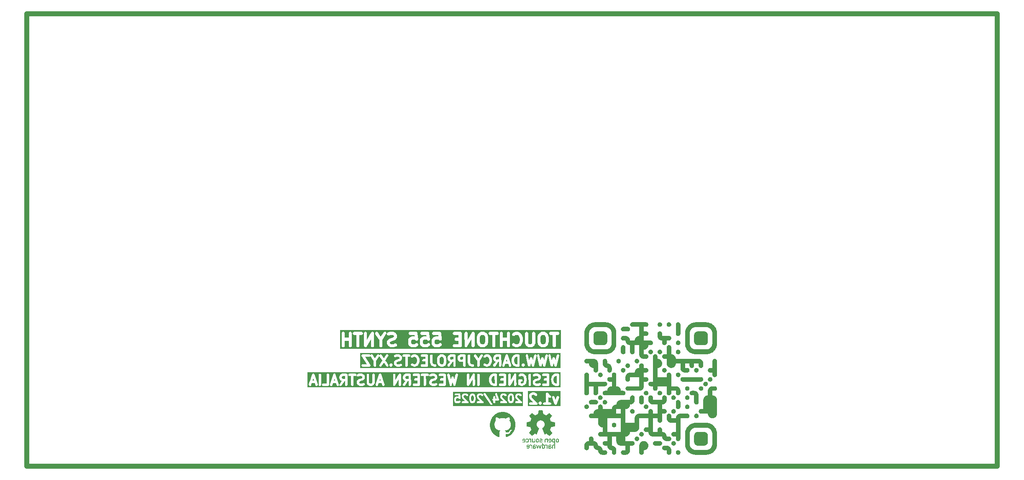
<source format=gbr>
%TF.GenerationSoftware,KiCad,Pcbnew,8.0.2*%
%TF.CreationDate,2025-05-17T21:18:52+08:00*%
%TF.ProjectId,TouchTone555,546f7563-6854-46f6-9e65-3535352e6b69,v1.2*%
%TF.SameCoordinates,Original*%
%TF.FileFunction,Legend,Bot*%
%TF.FilePolarity,Positive*%
%FSLAX46Y46*%
G04 Gerber Fmt 4.6, Leading zero omitted, Abs format (unit mm)*
G04 Created by KiCad (PCBNEW 8.0.2) date 2025-05-17 21:18:52*
%MOMM*%
%LPD*%
G01*
G04 APERTURE LIST*
%ADD10C,0.000000*%
%ADD11C,1.000000*%
%ADD12C,0.625000*%
%ADD13C,0.500000*%
%ADD14C,0.400000*%
G04 APERTURE END LIST*
D10*
G36*
X168166391Y-145204533D02*
G01*
X168118737Y-145203328D01*
X168071709Y-145199752D01*
X168025364Y-145193863D01*
X167979761Y-145185719D01*
X167934959Y-145175378D01*
X167891015Y-145162900D01*
X167847987Y-145148341D01*
X167805934Y-145131760D01*
X167764914Y-145113215D01*
X167724985Y-145092765D01*
X167686205Y-145070467D01*
X167648632Y-145046379D01*
X167612326Y-145020561D01*
X167577343Y-144993070D01*
X167543742Y-144963964D01*
X167511581Y-144933302D01*
X167480918Y-144901141D01*
X167451812Y-144867540D01*
X167424321Y-144832557D01*
X167398503Y-144796250D01*
X167374415Y-144758678D01*
X167352118Y-144719898D01*
X167331667Y-144679969D01*
X167313122Y-144638949D01*
X167296541Y-144596896D01*
X167281982Y-144553868D01*
X167269503Y-144509924D01*
X167259163Y-144465121D01*
X167251019Y-144419519D01*
X167245130Y-144373174D01*
X167241554Y-144326146D01*
X167240349Y-144278492D01*
X168166391Y-144278492D01*
X168166391Y-145204533D01*
G37*
G36*
X174648683Y-129461825D02*
G01*
X173722641Y-129461825D01*
X173722641Y-128535784D01*
X174648683Y-128535784D01*
X174648683Y-129461825D01*
G37*
G36*
X178352848Y-141500367D02*
G01*
X178305194Y-141499162D01*
X178258166Y-141495586D01*
X178211821Y-141489697D01*
X178166219Y-141481553D01*
X178121416Y-141471213D01*
X178077472Y-141458734D01*
X178034444Y-141444175D01*
X177992391Y-141427594D01*
X177951371Y-141409049D01*
X177911442Y-141388599D01*
X177872662Y-141366301D01*
X177835090Y-141342214D01*
X177798783Y-141316395D01*
X177763800Y-141288904D01*
X177730199Y-141259798D01*
X177698038Y-141229136D01*
X177667375Y-141196975D01*
X177638270Y-141163374D01*
X177610778Y-141128391D01*
X177584960Y-141092084D01*
X177560873Y-141054512D01*
X177538575Y-141015732D01*
X177518124Y-140975803D01*
X177499579Y-140934783D01*
X177482998Y-140892730D01*
X177468439Y-140849702D01*
X177455960Y-140805758D01*
X177445620Y-140760956D01*
X177437476Y-140715353D01*
X177431587Y-140669009D01*
X177428011Y-140621980D01*
X177426806Y-140574326D01*
X178352848Y-140574326D01*
X178352848Y-141500367D01*
G37*
G36*
X170018473Y-137796198D02*
G01*
X169092432Y-137796198D01*
X169092432Y-136870156D01*
X170018473Y-136870156D01*
X170018473Y-137796198D01*
G37*
G36*
X176987621Y-120202011D02*
G01*
X177011142Y-120203800D01*
X177034320Y-120206745D01*
X177057126Y-120210818D01*
X177079531Y-120215989D01*
X177101507Y-120222230D01*
X177123023Y-120229511D01*
X177144052Y-120237804D01*
X177164563Y-120247078D01*
X177184528Y-120257305D01*
X177203918Y-120268456D01*
X177222704Y-120280502D01*
X177240856Y-120293413D01*
X177258346Y-120307160D01*
X177275145Y-120321715D01*
X177291224Y-120337048D01*
X177306553Y-120353130D01*
X177321103Y-120369931D01*
X177334846Y-120387424D01*
X177347753Y-120405578D01*
X177359794Y-120424364D01*
X177370940Y-120443754D01*
X177381162Y-120463718D01*
X177390432Y-120484227D01*
X177398720Y-120505252D01*
X177405997Y-120526764D01*
X177412235Y-120548734D01*
X177417403Y-120571132D01*
X177421473Y-120593930D01*
X177424417Y-120617098D01*
X177426204Y-120640608D01*
X177426806Y-120664429D01*
X177426204Y-120688248D01*
X177424417Y-120711755D01*
X177421473Y-120734921D01*
X177417403Y-120757717D01*
X177412235Y-120780114D01*
X177405997Y-120802083D01*
X177398720Y-120823594D01*
X177390432Y-120844619D01*
X177381162Y-120865127D01*
X177370940Y-120885091D01*
X177359794Y-120904481D01*
X177347753Y-120923268D01*
X177334846Y-120941422D01*
X177321103Y-120958915D01*
X177306553Y-120975717D01*
X177291224Y-120991800D01*
X177275145Y-121007133D01*
X177258346Y-121021689D01*
X177240856Y-121035437D01*
X177222704Y-121048349D01*
X177203918Y-121060395D01*
X177184528Y-121071547D01*
X177164563Y-121081775D01*
X177144052Y-121091051D01*
X177123023Y-121099344D01*
X177101507Y-121106626D01*
X177079531Y-121112867D01*
X177057126Y-121118039D01*
X177034320Y-121122113D01*
X177011142Y-121125059D01*
X176987621Y-121126847D01*
X176963786Y-121127450D01*
X176500766Y-121127450D01*
X176500766Y-120201408D01*
X176963786Y-120201408D01*
X176987621Y-120202011D01*
G37*
G36*
X167727197Y-128536387D02*
G01*
X167750711Y-128538175D01*
X167773883Y-128541119D01*
X167796684Y-128545191D01*
X167819085Y-128550361D01*
X167841057Y-128556601D01*
X167862571Y-128563880D01*
X167883598Y-128572171D01*
X167904108Y-128581443D01*
X167924072Y-128591669D01*
X167943462Y-128602818D01*
X167962248Y-128614861D01*
X167980402Y-128627771D01*
X167997893Y-128641516D01*
X168014694Y-128656069D01*
X168030774Y-128671401D01*
X168046106Y-128687481D01*
X168060659Y-128704282D01*
X168074404Y-128721773D01*
X168087314Y-128739926D01*
X168099357Y-128758713D01*
X168110506Y-128778103D01*
X168120732Y-128798067D01*
X168130004Y-128818577D01*
X168138295Y-128839604D01*
X168145574Y-128861117D01*
X168151814Y-128883089D01*
X168156984Y-128905490D01*
X168161056Y-128928292D01*
X168164000Y-128951464D01*
X168165788Y-128974978D01*
X168166391Y-128998804D01*
X168165788Y-129022632D01*
X168164000Y-129046147D01*
X168161056Y-129069320D01*
X168156984Y-129092122D01*
X168151814Y-129114524D01*
X168145574Y-129136497D01*
X168138295Y-129158011D01*
X168130004Y-129179037D01*
X168120732Y-129199548D01*
X168110506Y-129219512D01*
X168099357Y-129238902D01*
X168087314Y-129257688D01*
X168074404Y-129275842D01*
X168060659Y-129293333D01*
X168046106Y-129310133D01*
X168030774Y-129326213D01*
X168014694Y-129341544D01*
X167997893Y-129356097D01*
X167980402Y-129369842D01*
X167962248Y-129382751D01*
X167943462Y-129394794D01*
X167924072Y-129405943D01*
X167904108Y-129416168D01*
X167883598Y-129425440D01*
X167862571Y-129433730D01*
X167841057Y-129441009D01*
X167819085Y-129447248D01*
X167796684Y-129452418D01*
X167773883Y-129456490D01*
X167750711Y-129459434D01*
X167727197Y-129461222D01*
X167703370Y-129461825D01*
X167679542Y-129461222D01*
X167656027Y-129459434D01*
X167632854Y-129456490D01*
X167610052Y-129452418D01*
X167587650Y-129447248D01*
X167565678Y-129441009D01*
X167544163Y-129433730D01*
X167523137Y-129425440D01*
X167502626Y-129416168D01*
X167482662Y-129405943D01*
X167463272Y-129394794D01*
X167444486Y-129382751D01*
X167426333Y-129369842D01*
X167408841Y-129356097D01*
X167392041Y-129341544D01*
X167375961Y-129326213D01*
X167360630Y-129310133D01*
X167346077Y-129293333D01*
X167332332Y-129275842D01*
X167319423Y-129257688D01*
X167307380Y-129238902D01*
X167296231Y-129219512D01*
X167286006Y-129199548D01*
X167276734Y-129179037D01*
X167268444Y-129158011D01*
X167261165Y-129136497D01*
X167254926Y-129114524D01*
X167249756Y-129092122D01*
X167245684Y-129069320D01*
X167242740Y-129046147D01*
X167240952Y-129022632D01*
X167240349Y-128998804D01*
X167240952Y-128974978D01*
X167242740Y-128951464D01*
X167245684Y-128928292D01*
X167249756Y-128905490D01*
X167254926Y-128883089D01*
X167261165Y-128861117D01*
X167268444Y-128839604D01*
X167276734Y-128818577D01*
X167286006Y-128798067D01*
X167296231Y-128778103D01*
X167307380Y-128758713D01*
X167319423Y-128739926D01*
X167332332Y-128721773D01*
X167346077Y-128704282D01*
X167360630Y-128687481D01*
X167375961Y-128671401D01*
X167392041Y-128656069D01*
X167408841Y-128641516D01*
X167426333Y-128627771D01*
X167444486Y-128614861D01*
X167463272Y-128602818D01*
X167482662Y-128591669D01*
X167502626Y-128581443D01*
X167523137Y-128572171D01*
X167544163Y-128563880D01*
X167565678Y-128556601D01*
X167587650Y-128550361D01*
X167610052Y-128545191D01*
X167632854Y-128541119D01*
X167656027Y-128538175D01*
X167679542Y-128536387D01*
X167703370Y-128535784D01*
X167727197Y-128536387D01*
G37*
G36*
X153105196Y-143156371D02*
G01*
X153133565Y-143159977D01*
X153147733Y-143162743D01*
X153161843Y-143166176D01*
X153175861Y-143170296D01*
X153189753Y-143175121D01*
X153203483Y-143180672D01*
X153217018Y-143186967D01*
X153230323Y-143194025D01*
X153243363Y-143201866D01*
X153256103Y-143210509D01*
X153268510Y-143219974D01*
X153280549Y-143230279D01*
X153292184Y-143241444D01*
X153303382Y-143253488D01*
X153314108Y-143266430D01*
X153324328Y-143280289D01*
X153334006Y-143295086D01*
X153343109Y-143310838D01*
X153351601Y-143327566D01*
X153359448Y-143345288D01*
X153366617Y-143364024D01*
X153373071Y-143383792D01*
X153378777Y-143404613D01*
X153383699Y-143426506D01*
X153387805Y-143449489D01*
X153391058Y-143473582D01*
X153393424Y-143498804D01*
X153394869Y-143525174D01*
X153395359Y-143552713D01*
X153394825Y-143581719D01*
X153393251Y-143609345D01*
X153390673Y-143635621D01*
X153387132Y-143660577D01*
X153382664Y-143684244D01*
X153377310Y-143706651D01*
X153371106Y-143727828D01*
X153364092Y-143747806D01*
X153356305Y-143766615D01*
X153347785Y-143784285D01*
X153338570Y-143800846D01*
X153328699Y-143816328D01*
X153318209Y-143830761D01*
X153307139Y-143844176D01*
X153295528Y-143856602D01*
X153283414Y-143868070D01*
X153270835Y-143878609D01*
X153257831Y-143888250D01*
X153244438Y-143897023D01*
X153230697Y-143904958D01*
X153216645Y-143912085D01*
X153202321Y-143918435D01*
X153173010Y-143928921D01*
X153143071Y-143936657D01*
X153112812Y-143941885D01*
X153082541Y-143944845D01*
X153052564Y-143945778D01*
X153033196Y-143945346D01*
X153013964Y-143944036D01*
X152994894Y-143941826D01*
X152976012Y-143938692D01*
X152957346Y-143934612D01*
X152938921Y-143929565D01*
X152920765Y-143923527D01*
X152902903Y-143916475D01*
X152885362Y-143908388D01*
X152868169Y-143899243D01*
X152851351Y-143889017D01*
X152834933Y-143877689D01*
X152818942Y-143865235D01*
X152803405Y-143851633D01*
X152788349Y-143836860D01*
X152773799Y-143820894D01*
X152886512Y-143724904D01*
X152895294Y-143733539D01*
X152904470Y-143741697D01*
X152914009Y-143749366D01*
X152923875Y-143756536D01*
X152934034Y-143763196D01*
X152944455Y-143769334D01*
X152955101Y-143774940D01*
X152965940Y-143780003D01*
X152976938Y-143784511D01*
X152988060Y-143788454D01*
X152999274Y-143791821D01*
X153010545Y-143794600D01*
X153021840Y-143796780D01*
X153033125Y-143798352D01*
X153044365Y-143799303D01*
X153055528Y-143799622D01*
X153065442Y-143799434D01*
X153075177Y-143798872D01*
X153084724Y-143797935D01*
X153094074Y-143796624D01*
X153103217Y-143794939D01*
X153112146Y-143792880D01*
X153120851Y-143790448D01*
X153129323Y-143787643D01*
X153137554Y-143784465D01*
X153145534Y-143780915D01*
X153153255Y-143776993D01*
X153160708Y-143772699D01*
X153167884Y-143768034D01*
X153174774Y-143762997D01*
X153181369Y-143757590D01*
X153187660Y-143751812D01*
X153193639Y-143745664D01*
X153199297Y-143739146D01*
X153204624Y-143732258D01*
X153209612Y-143725001D01*
X153214252Y-143717375D01*
X153218535Y-143709381D01*
X153222452Y-143701018D01*
X153225995Y-143692287D01*
X153229154Y-143683188D01*
X153231921Y-143673722D01*
X153234286Y-143663889D01*
X153236241Y-143653689D01*
X153237778Y-143643123D01*
X153238886Y-143632190D01*
X153239557Y-143620892D01*
X153239783Y-143609228D01*
X152758559Y-143609228D01*
X152758771Y-143609227D01*
X152758771Y-143481169D01*
X152914027Y-143481169D01*
X153239995Y-143481169D01*
X153239526Y-143470336D01*
X153238681Y-143459825D01*
X153237466Y-143449637D01*
X153235891Y-143439775D01*
X153233963Y-143430239D01*
X153231689Y-143421030D01*
X153229078Y-143412151D01*
X153226137Y-143403602D01*
X153222874Y-143395386D01*
X153219298Y-143387503D01*
X153215415Y-143379955D01*
X153211234Y-143372743D01*
X153206762Y-143365870D01*
X153202007Y-143359335D01*
X153196978Y-143353141D01*
X153191682Y-143347289D01*
X153186126Y-143341781D01*
X153180319Y-143336618D01*
X153174269Y-143331801D01*
X153167982Y-143327332D01*
X153161468Y-143323212D01*
X153154734Y-143319443D01*
X153147788Y-143316026D01*
X153140637Y-143312963D01*
X153133290Y-143310255D01*
X153125754Y-143307903D01*
X153118036Y-143305909D01*
X153110146Y-143304274D01*
X153102091Y-143303000D01*
X153093878Y-143302089D01*
X153085516Y-143301541D01*
X153077011Y-143301358D01*
X153068512Y-143301541D01*
X153060162Y-143302089D01*
X153051970Y-143303000D01*
X153043942Y-143304274D01*
X153036084Y-143305909D01*
X153028405Y-143307903D01*
X153020911Y-143310255D01*
X153013609Y-143312963D01*
X153006506Y-143316026D01*
X152999608Y-143319443D01*
X152992923Y-143323212D01*
X152986459Y-143327332D01*
X152980221Y-143331801D01*
X152974216Y-143336618D01*
X152968452Y-143341781D01*
X152962936Y-143347289D01*
X152957674Y-143353141D01*
X152952674Y-143359335D01*
X152947943Y-143365870D01*
X152943487Y-143372743D01*
X152939313Y-143379955D01*
X152935428Y-143387503D01*
X152931840Y-143395386D01*
X152928555Y-143403602D01*
X152925580Y-143412151D01*
X152922923Y-143421030D01*
X152920589Y-143430239D01*
X152918587Y-143439775D01*
X152916923Y-143449637D01*
X152915603Y-143459825D01*
X152914636Y-143470336D01*
X152914027Y-143481169D01*
X152758771Y-143481169D01*
X152759200Y-143462682D01*
X152760472Y-143444633D01*
X152762564Y-143427031D01*
X152765453Y-143409886D01*
X152769115Y-143393208D01*
X152773530Y-143377007D01*
X152778672Y-143361293D01*
X152784520Y-143346075D01*
X152791051Y-143331363D01*
X152798241Y-143317167D01*
X152806068Y-143303497D01*
X152814509Y-143290363D01*
X152823541Y-143277773D01*
X152833142Y-143265739D01*
X152843287Y-143254270D01*
X152853955Y-143243375D01*
X152865123Y-143233065D01*
X152876767Y-143223349D01*
X152888864Y-143214237D01*
X152901393Y-143205739D01*
X152914330Y-143197865D01*
X152927651Y-143190624D01*
X152941335Y-143184026D01*
X152955358Y-143178081D01*
X152969698Y-143172799D01*
X152984331Y-143168189D01*
X152999235Y-143164262D01*
X153014386Y-143161027D01*
X153029763Y-143158494D01*
X153045341Y-143156672D01*
X153061098Y-143155572D01*
X153077012Y-143155203D01*
X153105196Y-143156371D01*
G37*
G36*
X190391392Y-132239950D02*
G01*
X189465348Y-132239950D01*
X189466553Y-132192295D01*
X189470129Y-132145266D01*
X189476018Y-132098921D01*
X189484162Y-132053318D01*
X189494503Y-132008515D01*
X189506981Y-131964570D01*
X189521540Y-131921542D01*
X189538121Y-131879489D01*
X189556666Y-131838469D01*
X189577117Y-131798540D01*
X189599415Y-131759760D01*
X189623502Y-131722187D01*
X189649320Y-131685881D01*
X189676811Y-131650898D01*
X189705917Y-131617297D01*
X189736580Y-131585136D01*
X189768741Y-131554474D01*
X189802342Y-131525368D01*
X189837325Y-131497877D01*
X189873632Y-131472059D01*
X189911204Y-131447972D01*
X189949984Y-131425674D01*
X189989913Y-131405224D01*
X190030934Y-131386679D01*
X190072987Y-131370099D01*
X190116015Y-131355540D01*
X190159959Y-131343061D01*
X190204762Y-131332721D01*
X190250364Y-131324578D01*
X190296709Y-131318689D01*
X190343738Y-131315113D01*
X190391392Y-131313908D01*
X190391392Y-132239950D01*
G37*
G36*
X177426806Y-137796198D02*
G01*
X176500766Y-137796198D01*
X176500766Y-136870156D01*
X177426806Y-136870156D01*
X177426806Y-137796198D01*
G37*
G36*
X170944514Y-135944115D02*
G01*
X170018473Y-135944115D01*
X170019678Y-135896461D01*
X170023254Y-135849432D01*
X170029143Y-135803087D01*
X170037287Y-135757484D01*
X170047627Y-135712681D01*
X170060106Y-135668737D01*
X170074665Y-135625709D01*
X170091246Y-135583656D01*
X170109791Y-135542635D01*
X170130241Y-135502706D01*
X170152539Y-135463926D01*
X170176626Y-135426354D01*
X170202445Y-135390047D01*
X170229936Y-135355065D01*
X170259042Y-135321464D01*
X170289704Y-135289303D01*
X170321865Y-135258641D01*
X170355466Y-135229535D01*
X170390449Y-135202044D01*
X170426756Y-135176226D01*
X170464328Y-135152139D01*
X170503108Y-135129841D01*
X170543037Y-135109391D01*
X170584057Y-135090847D01*
X170626110Y-135074266D01*
X170669138Y-135059707D01*
X170713082Y-135047229D01*
X170757885Y-135036888D01*
X170803487Y-135028745D01*
X170849832Y-135022856D01*
X170896860Y-135019280D01*
X170944514Y-135018075D01*
X170944514Y-135944115D01*
G37*
G36*
X170018473Y-136870158D02*
G01*
X169092432Y-136870158D01*
X169092432Y-135944115D01*
X170018473Y-135944115D01*
X170018473Y-136870158D01*
G37*
G36*
X190391389Y-133165992D02*
G01*
X189465345Y-133165992D01*
X189465345Y-132239951D01*
X190391389Y-132239951D01*
X190391389Y-133165992D01*
G37*
G36*
X166314308Y-143352448D02*
G01*
X165388267Y-143352448D01*
X165388267Y-142426408D01*
X166314308Y-142426408D01*
X166314308Y-143352448D01*
G37*
G36*
X172357404Y-127610344D02*
G01*
X172380918Y-127612133D01*
X172404090Y-127615077D01*
X172426892Y-127619149D01*
X172449293Y-127624319D01*
X172471265Y-127630559D01*
X172492779Y-127637838D01*
X172513805Y-127646129D01*
X172534315Y-127655401D01*
X172554280Y-127665627D01*
X172573670Y-127676776D01*
X172592456Y-127688819D01*
X172610609Y-127701729D01*
X172628101Y-127715474D01*
X172644901Y-127730027D01*
X172660982Y-127745359D01*
X172676313Y-127761439D01*
X172690866Y-127778240D01*
X172704612Y-127795731D01*
X172717521Y-127813885D01*
X172729565Y-127832671D01*
X172740714Y-127852061D01*
X172750939Y-127872026D01*
X172760212Y-127892536D01*
X172768502Y-127913562D01*
X172775782Y-127935076D01*
X172782021Y-127957048D01*
X172787191Y-127979449D01*
X172791263Y-128002250D01*
X172794208Y-128025422D01*
X172795996Y-128048936D01*
X172796598Y-128072763D01*
X172795996Y-128096591D01*
X172794208Y-128120106D01*
X172791263Y-128143279D01*
X172787191Y-128166081D01*
X172782021Y-128188483D01*
X172775782Y-128210455D01*
X172768502Y-128231969D01*
X172760212Y-128252996D01*
X172750939Y-128273506D01*
X172740714Y-128293471D01*
X172729565Y-128312861D01*
X172717521Y-128331647D01*
X172704612Y-128349800D01*
X172690866Y-128367292D01*
X172676313Y-128384092D01*
X172660982Y-128400172D01*
X172644901Y-128415503D01*
X172628101Y-128430056D01*
X172610609Y-128443801D01*
X172592456Y-128456710D01*
X172573670Y-128468753D01*
X172554280Y-128479902D01*
X172534315Y-128490127D01*
X172513805Y-128499399D01*
X172492779Y-128507689D01*
X172471265Y-128514969D01*
X172449293Y-128521208D01*
X172426892Y-128526378D01*
X172404090Y-128530449D01*
X172380918Y-128533394D01*
X172357404Y-128535182D01*
X172333577Y-128535784D01*
X172309749Y-128535182D01*
X172286234Y-128533394D01*
X172263061Y-128530449D01*
X172240259Y-128526378D01*
X172217857Y-128521208D01*
X172195885Y-128514969D01*
X172174371Y-128507689D01*
X172153344Y-128499399D01*
X172132834Y-128490127D01*
X172112869Y-128479902D01*
X172093479Y-128468753D01*
X172074693Y-128456710D01*
X172056540Y-128443801D01*
X172039049Y-128430056D01*
X172022248Y-128415503D01*
X172006168Y-128400172D01*
X171990837Y-128384092D01*
X171976285Y-128367292D01*
X171962539Y-128349800D01*
X171949631Y-128331647D01*
X171937587Y-128312861D01*
X171926439Y-128293471D01*
X171916214Y-128273506D01*
X171906942Y-128252996D01*
X171898652Y-128231969D01*
X171891372Y-128210455D01*
X171885133Y-128188483D01*
X171879963Y-128166081D01*
X171875892Y-128143279D01*
X171872947Y-128120106D01*
X171871159Y-128096591D01*
X171870557Y-128072763D01*
X171871159Y-128048936D01*
X171872947Y-128025422D01*
X171875892Y-128002250D01*
X171879963Y-127979449D01*
X171885133Y-127957048D01*
X171891372Y-127935076D01*
X171898652Y-127913562D01*
X171906942Y-127892536D01*
X171916214Y-127872026D01*
X171926439Y-127852061D01*
X171937587Y-127832671D01*
X171949631Y-127813885D01*
X171962539Y-127795731D01*
X171976285Y-127778240D01*
X171990837Y-127761439D01*
X172006168Y-127745359D01*
X172022248Y-127730027D01*
X172039049Y-127715474D01*
X172056540Y-127701729D01*
X172074693Y-127688819D01*
X172093479Y-127676776D01*
X172112869Y-127665627D01*
X172132834Y-127655401D01*
X172153344Y-127646129D01*
X172174371Y-127637838D01*
X172195885Y-127630559D01*
X172217857Y-127624319D01*
X172240259Y-127619149D01*
X172263061Y-127615077D01*
X172286234Y-127612133D01*
X172309749Y-127610344D01*
X172333577Y-127609742D01*
X172357404Y-127610344D01*
G37*
G36*
X167240347Y-128072763D02*
G01*
X167239745Y-128096589D01*
X167237957Y-128120102D01*
X167235012Y-128143274D01*
X167230940Y-128166074D01*
X167225770Y-128188475D01*
X167219531Y-128210446D01*
X167212251Y-128231960D01*
X167203961Y-128252986D01*
X167194688Y-128273496D01*
X167184463Y-128293460D01*
X167173314Y-128312850D01*
X167161270Y-128331637D01*
X167148361Y-128349790D01*
X167134616Y-128367282D01*
X167120063Y-128384083D01*
X167104731Y-128400163D01*
X167088651Y-128415495D01*
X167071850Y-128430048D01*
X167054359Y-128443794D01*
X167036205Y-128456704D01*
X167017419Y-128468748D01*
X166998029Y-128479897D01*
X166978065Y-128490123D01*
X166957555Y-128499396D01*
X166936528Y-128507687D01*
X166915014Y-128514967D01*
X166893042Y-128521206D01*
X166870641Y-128526377D01*
X166847840Y-128530449D01*
X166824667Y-128533394D01*
X166801153Y-128535182D01*
X166777326Y-128535784D01*
X166753500Y-128535182D01*
X166729987Y-128533394D01*
X166706816Y-128530449D01*
X166684015Y-128526377D01*
X166661615Y-128521206D01*
X166639643Y-128514967D01*
X166618130Y-128507687D01*
X166597103Y-128499396D01*
X166576593Y-128490123D01*
X166556629Y-128479897D01*
X166537239Y-128468748D01*
X166518453Y-128456704D01*
X166500299Y-128443794D01*
X166482808Y-128430048D01*
X166466007Y-128415495D01*
X166449926Y-128400163D01*
X166434595Y-128384083D01*
X166420041Y-128367282D01*
X166406295Y-128349790D01*
X166393386Y-128331637D01*
X166381342Y-128312850D01*
X166370192Y-128293460D01*
X166359967Y-128273496D01*
X166350694Y-128252986D01*
X166342403Y-128231960D01*
X166335123Y-128210446D01*
X166328883Y-128188475D01*
X166323713Y-128166074D01*
X166319641Y-128143274D01*
X166316696Y-128120102D01*
X166314908Y-128096589D01*
X166314305Y-128072763D01*
X166314305Y-127609742D01*
X167240347Y-127609742D01*
X167240347Y-128072763D01*
G37*
G36*
X186687222Y-130387867D02*
G01*
X185761180Y-130387867D01*
X185761180Y-129461825D01*
X186687222Y-129461825D01*
X186687222Y-130387867D01*
G37*
G36*
X167240348Y-137796198D02*
G01*
X166314306Y-137796198D01*
X166314306Y-136870156D01*
X167240348Y-136870156D01*
X167240348Y-137796198D01*
G37*
G36*
X172796598Y-136870158D02*
G01*
X171870557Y-136870158D01*
X171870557Y-135944115D01*
X172796598Y-135944115D01*
X172796598Y-136870158D01*
G37*
G36*
X189465345Y-135018073D02*
G01*
X188539305Y-135018073D01*
X188539305Y-134092031D01*
X189465345Y-134092031D01*
X189465345Y-135018073D01*
G37*
G36*
X172796598Y-138722240D02*
G01*
X171870557Y-138722240D01*
X171870557Y-137796200D01*
X172796598Y-137796200D01*
X172796598Y-138722240D01*
G37*
G36*
X152266996Y-141936430D02*
G01*
X152295365Y-141940040D01*
X152309533Y-141942808D01*
X152323643Y-141946244D01*
X152337661Y-141950367D01*
X152351552Y-141955196D01*
X152365283Y-141960750D01*
X152378818Y-141967049D01*
X152392123Y-141974112D01*
X152405163Y-141981958D01*
X152417903Y-141990606D01*
X152430310Y-142000075D01*
X152442349Y-142010385D01*
X152453984Y-142021555D01*
X152465182Y-142033604D01*
X152475908Y-142046551D01*
X152486128Y-142060415D01*
X152495806Y-142075216D01*
X152504909Y-142090973D01*
X152513401Y-142107705D01*
X152521248Y-142125431D01*
X152528417Y-142144171D01*
X152534871Y-142163943D01*
X152540577Y-142184767D01*
X152545499Y-142206663D01*
X152549605Y-142229648D01*
X152552858Y-142253743D01*
X152555224Y-142278967D01*
X152556669Y-142305338D01*
X152557159Y-142332877D01*
X152556625Y-142361873D01*
X152555051Y-142389490D01*
X152552473Y-142415758D01*
X152548932Y-142440706D01*
X152544464Y-142464366D01*
X152539110Y-142486766D01*
X152532906Y-142507937D01*
X152525892Y-142527909D01*
X152518105Y-142546713D01*
X152509585Y-142564378D01*
X152500370Y-142580934D01*
X152490499Y-142596412D01*
X152480009Y-142610842D01*
X152468939Y-142624253D01*
X152457328Y-142636676D01*
X152445214Y-142648141D01*
X152432635Y-142658678D01*
X152419630Y-142668317D01*
X152406238Y-142677088D01*
X152392497Y-142685022D01*
X152378445Y-142692148D01*
X152364121Y-142698496D01*
X152334810Y-142708980D01*
X152304871Y-142716716D01*
X152274612Y-142721943D01*
X152244341Y-142724903D01*
X152214364Y-142725836D01*
X152194995Y-142725404D01*
X152175760Y-142724094D01*
X152156685Y-142721884D01*
X152137797Y-142718750D01*
X152119124Y-142714671D01*
X152100693Y-142709623D01*
X152082530Y-142703585D01*
X152064663Y-142696533D01*
X152047118Y-142688446D01*
X152029923Y-142679301D01*
X152013104Y-142669076D01*
X151996688Y-142657747D01*
X151980703Y-142645293D01*
X151965175Y-142631691D01*
X151950131Y-142616919D01*
X151935599Y-142600953D01*
X152048312Y-142505068D01*
X152057092Y-142513686D01*
X152066266Y-142521831D01*
X152075799Y-142529491D01*
X152085660Y-142536656D01*
X152095813Y-142543313D01*
X152106226Y-142549452D01*
X152116867Y-142555061D01*
X152127700Y-142560128D01*
X152138694Y-142564641D01*
X152149814Y-142568591D01*
X152161027Y-142571964D01*
X152172301Y-142574749D01*
X152183601Y-142576936D01*
X152194894Y-142578512D01*
X152206148Y-142579466D01*
X152217328Y-142579786D01*
X152227242Y-142579599D01*
X152236977Y-142579036D01*
X152246524Y-142578099D01*
X152255874Y-142576788D01*
X152265017Y-142575103D01*
X152273946Y-142573044D01*
X152282651Y-142570611D01*
X152291123Y-142567805D01*
X152299354Y-142564627D01*
X152307334Y-142561076D01*
X152315055Y-142557153D01*
X152322508Y-142552858D01*
X152329684Y-142548191D01*
X152336574Y-142543152D01*
X152343169Y-142537743D01*
X152349460Y-142531963D01*
X152355439Y-142525812D01*
X152361097Y-142519291D01*
X152366424Y-142512400D01*
X152371412Y-142505140D01*
X152376052Y-142497510D01*
X152380335Y-142489511D01*
X152384252Y-142481143D01*
X152387795Y-142472407D01*
X152390954Y-142463302D01*
X152393721Y-142453830D01*
X152396086Y-142443990D01*
X152398041Y-142433783D01*
X152399578Y-142423208D01*
X152400686Y-142412267D01*
X152401357Y-142400960D01*
X152401583Y-142389286D01*
X151920465Y-142389286D01*
X151920465Y-142261440D01*
X152075827Y-142261440D01*
X152401795Y-142261440D01*
X152401326Y-142250597D01*
X152400481Y-142240078D01*
X152399266Y-142229884D01*
X152397691Y-142220015D01*
X152395763Y-142210474D01*
X152393489Y-142201262D01*
X152390878Y-142192380D01*
X152387937Y-142183829D01*
X152384674Y-142175611D01*
X152381098Y-142167727D01*
X152377215Y-142160179D01*
X152373033Y-142152968D01*
X152368562Y-142146095D01*
X152363807Y-142139562D01*
X152358778Y-142133370D01*
X152353482Y-142127521D01*
X152347926Y-142122015D01*
X152342119Y-142116855D01*
X152336069Y-142112041D01*
X152329782Y-142107575D01*
X152323268Y-142103459D01*
X152316534Y-142099693D01*
X152309588Y-142096279D01*
X152302437Y-142093219D01*
X152295090Y-142090514D01*
X152287553Y-142088165D01*
X152279836Y-142086173D01*
X152271946Y-142084541D01*
X152263891Y-142083269D01*
X152255678Y-142082359D01*
X152247316Y-142081811D01*
X152238811Y-142081629D01*
X152230312Y-142081811D01*
X152221963Y-142082359D01*
X152213772Y-142083269D01*
X152205746Y-142084541D01*
X152197891Y-142086173D01*
X152190214Y-142088165D01*
X152182723Y-142090514D01*
X152175424Y-142093219D01*
X152168323Y-142096279D01*
X152161429Y-142099693D01*
X152154748Y-142103459D01*
X152148286Y-142107575D01*
X152142051Y-142112041D01*
X152136050Y-142116855D01*
X152130289Y-142122015D01*
X152124776Y-142127521D01*
X152119516Y-142133370D01*
X152114518Y-142139562D01*
X152109788Y-142146095D01*
X152105333Y-142152968D01*
X152101159Y-142160179D01*
X152097275Y-142167727D01*
X152093686Y-142175611D01*
X152090400Y-142183829D01*
X152087423Y-142192380D01*
X152084762Y-142201262D01*
X152082424Y-142210475D01*
X152080417Y-142220016D01*
X152078747Y-142229884D01*
X152077421Y-142240078D01*
X152076445Y-142250597D01*
X152075827Y-142261440D01*
X151920465Y-142261440D01*
X151920465Y-142261333D01*
X151920894Y-142242837D01*
X151922167Y-142224778D01*
X151924260Y-142207168D01*
X151927151Y-142190015D01*
X151930816Y-142173330D01*
X151935233Y-142157122D01*
X151940379Y-142141401D01*
X151946230Y-142126178D01*
X151952765Y-142111461D01*
X151959959Y-142097260D01*
X151967791Y-142083585D01*
X151976236Y-142070447D01*
X151985273Y-142057854D01*
X151994878Y-142045816D01*
X152005029Y-142034344D01*
X152015702Y-142023447D01*
X152026874Y-142013134D01*
X152038523Y-142003416D01*
X152050626Y-141994303D01*
X152063159Y-141985803D01*
X152076100Y-141977927D01*
X152089426Y-141970685D01*
X152103114Y-141964086D01*
X152117141Y-141958141D01*
X152131485Y-141952858D01*
X152146121Y-141948248D01*
X152161028Y-141944320D01*
X152176181Y-141941085D01*
X152191560Y-141938552D01*
X152207140Y-141936730D01*
X152222898Y-141935630D01*
X152238812Y-141935261D01*
X152266996Y-141936430D01*
G37*
G36*
X176499560Y-131361562D02*
G01*
X176495984Y-131408590D01*
X176490095Y-131454935D01*
X176481952Y-131500537D01*
X176471611Y-131545340D01*
X176459133Y-131589284D01*
X176444574Y-131632312D01*
X176427993Y-131674365D01*
X176409448Y-131715385D01*
X176388998Y-131755314D01*
X176366701Y-131794094D01*
X176342614Y-131831666D01*
X176316795Y-131867973D01*
X176289305Y-131902956D01*
X176260199Y-131936557D01*
X176229537Y-131968718D01*
X176197376Y-131999381D01*
X176163775Y-132028486D01*
X176128792Y-132055978D01*
X176092486Y-132081796D01*
X176054913Y-132105883D01*
X176016133Y-132128181D01*
X175976204Y-132148632D01*
X175935184Y-132167177D01*
X175893131Y-132183758D01*
X175850103Y-132198317D01*
X175806158Y-132210796D01*
X175761355Y-132221136D01*
X175715752Y-132229280D01*
X175669407Y-132235169D01*
X175622378Y-132238745D01*
X175574723Y-132239950D01*
X175574723Y-131313908D01*
X176500766Y-131313908D01*
X176499560Y-131361562D01*
G37*
G36*
X188100113Y-131314510D02*
G01*
X188123626Y-131316298D01*
X188146799Y-131319243D01*
X188169600Y-131323315D01*
X188192001Y-131328485D01*
X188213973Y-131334724D01*
X188235486Y-131342004D01*
X188256513Y-131350294D01*
X188277023Y-131359567D01*
X188296987Y-131369792D01*
X188316377Y-131380941D01*
X188335163Y-131392985D01*
X188353316Y-131405894D01*
X188370808Y-131419639D01*
X188387608Y-131434192D01*
X188403689Y-131449524D01*
X188419020Y-131465604D01*
X188433573Y-131482405D01*
X188447319Y-131499896D01*
X188460228Y-131518050D01*
X188472271Y-131536836D01*
X188483420Y-131556226D01*
X188493646Y-131576190D01*
X188502918Y-131596700D01*
X188511209Y-131617727D01*
X188518488Y-131639240D01*
X188524727Y-131661213D01*
X188529898Y-131683614D01*
X188533970Y-131706415D01*
X188536914Y-131729587D01*
X188538702Y-131753101D01*
X188539305Y-131776928D01*
X188538702Y-131800756D01*
X188536914Y-131824271D01*
X188533970Y-131847444D01*
X188529898Y-131870246D01*
X188524727Y-131892648D01*
X188518488Y-131914621D01*
X188511209Y-131936135D01*
X188502918Y-131957162D01*
X188493646Y-131977672D01*
X188483420Y-131997637D01*
X188472271Y-132017027D01*
X188460228Y-132035813D01*
X188447319Y-132053966D01*
X188433573Y-132071458D01*
X188419020Y-132088258D01*
X188403689Y-132104338D01*
X188387608Y-132119669D01*
X188370808Y-132134222D01*
X188353316Y-132147967D01*
X188335163Y-132160876D01*
X188316377Y-132172919D01*
X188296987Y-132184068D01*
X188277023Y-132194293D01*
X188256513Y-132203565D01*
X188235486Y-132211855D01*
X188213973Y-132219134D01*
X188192001Y-132225373D01*
X188169600Y-132230543D01*
X188146799Y-132234615D01*
X188123626Y-132237559D01*
X188100113Y-132239347D01*
X188076286Y-132239950D01*
X188052458Y-132239347D01*
X188028943Y-132237559D01*
X188005770Y-132234615D01*
X187982968Y-132230543D01*
X187960566Y-132225373D01*
X187938593Y-132219134D01*
X187917079Y-132211855D01*
X187896052Y-132203565D01*
X187875542Y-132194293D01*
X187855577Y-132184068D01*
X187836187Y-132172919D01*
X187817401Y-132160876D01*
X187799248Y-132147967D01*
X187781756Y-132134222D01*
X187764956Y-132119669D01*
X187748876Y-132104338D01*
X187733545Y-132088258D01*
X187718992Y-132071458D01*
X187705247Y-132053966D01*
X187692338Y-132035813D01*
X187680295Y-132017027D01*
X187669146Y-131997637D01*
X187658921Y-131977672D01*
X187649649Y-131957162D01*
X187641359Y-131936135D01*
X187634080Y-131914621D01*
X187627840Y-131892648D01*
X187622670Y-131870246D01*
X187618599Y-131847444D01*
X187615654Y-131824271D01*
X187613866Y-131800756D01*
X187613264Y-131776928D01*
X187613866Y-131753101D01*
X187615654Y-131729587D01*
X187618599Y-131706415D01*
X187622670Y-131683614D01*
X187627840Y-131661213D01*
X187634080Y-131639240D01*
X187641359Y-131617727D01*
X187649649Y-131596700D01*
X187658921Y-131576190D01*
X187669146Y-131556226D01*
X187680295Y-131536836D01*
X187692338Y-131518050D01*
X187705247Y-131499896D01*
X187718992Y-131482405D01*
X187733545Y-131465604D01*
X187748876Y-131449524D01*
X187764956Y-131434192D01*
X187781756Y-131419639D01*
X187799248Y-131405894D01*
X187817401Y-131392985D01*
X187836187Y-131380941D01*
X187855577Y-131369792D01*
X187875542Y-131359567D01*
X187896052Y-131350294D01*
X187917079Y-131342004D01*
X187938593Y-131334724D01*
X187960566Y-131328485D01*
X187982968Y-131323315D01*
X188005770Y-131319243D01*
X188028943Y-131316298D01*
X188052458Y-131314510D01*
X188076286Y-131313908D01*
X188100113Y-131314510D01*
G37*
G36*
X180204930Y-137796198D02*
G01*
X179278887Y-137796198D01*
X179278887Y-136870156D01*
X180204930Y-136870156D01*
X180204930Y-137796198D01*
G37*
G36*
X178352848Y-139648284D02*
G01*
X177426806Y-139648284D01*
X177426806Y-138722242D01*
X178352848Y-138722242D01*
X178352848Y-139648284D01*
G37*
G36*
X170018473Y-132239950D02*
G01*
X169092432Y-132239950D01*
X169093637Y-132192295D01*
X169097213Y-132145266D01*
X169103102Y-132098921D01*
X169111246Y-132053318D01*
X169121586Y-132008515D01*
X169134065Y-131964570D01*
X169148624Y-131921542D01*
X169165205Y-131879489D01*
X169183750Y-131838469D01*
X169204200Y-131798540D01*
X169226498Y-131759760D01*
X169250585Y-131722187D01*
X169276404Y-131685881D01*
X169303895Y-131650898D01*
X169333001Y-131617297D01*
X169363663Y-131585136D01*
X169395824Y-131554474D01*
X169429425Y-131525368D01*
X169464408Y-131497877D01*
X169500715Y-131472059D01*
X169538287Y-131447972D01*
X169577067Y-131425674D01*
X169616996Y-131405224D01*
X169658016Y-131386679D01*
X169700069Y-131370099D01*
X169743097Y-131355540D01*
X169787041Y-131343061D01*
X169831844Y-131332721D01*
X169877447Y-131324578D01*
X169923791Y-131318689D01*
X169970819Y-131315113D01*
X170018473Y-131313908D01*
X170018473Y-132239950D01*
G37*
G36*
X191317433Y-128998805D02*
G01*
X191316830Y-129022630D01*
X191315042Y-129046144D01*
X191312098Y-129069315D01*
X191308026Y-129092116D01*
X191302855Y-129114516D01*
X191296616Y-129136488D01*
X191289337Y-129158001D01*
X191281046Y-129179028D01*
X191271774Y-129199538D01*
X191261548Y-129219502D01*
X191250399Y-129238892D01*
X191238356Y-129257678D01*
X191225446Y-129275832D01*
X191211701Y-129293323D01*
X191197148Y-129310124D01*
X191181816Y-129326205D01*
X191165736Y-129341536D01*
X191148935Y-129356090D01*
X191131444Y-129369835D01*
X191113290Y-129382745D01*
X191094504Y-129394789D01*
X191075114Y-129405938D01*
X191055150Y-129416164D01*
X191034639Y-129425437D01*
X191013613Y-129433727D01*
X190992099Y-129441007D01*
X190970127Y-129447247D01*
X190947726Y-129452417D01*
X190924924Y-129456489D01*
X190901752Y-129459434D01*
X190878238Y-129461222D01*
X190854411Y-129461825D01*
X190830585Y-129461222D01*
X190807072Y-129459434D01*
X190783901Y-129456489D01*
X190761101Y-129452417D01*
X190738700Y-129447247D01*
X190716729Y-129441007D01*
X190695215Y-129433727D01*
X190674189Y-129425437D01*
X190653679Y-129416164D01*
X190633715Y-129405938D01*
X190614325Y-129394789D01*
X190595539Y-129382745D01*
X190577386Y-129369835D01*
X190559894Y-129356090D01*
X190543093Y-129341536D01*
X190527013Y-129326205D01*
X190511681Y-129310124D01*
X190497128Y-129293323D01*
X190483382Y-129275832D01*
X190470472Y-129257678D01*
X190458428Y-129238892D01*
X190447279Y-129219502D01*
X190437053Y-129199538D01*
X190427780Y-129179028D01*
X190419490Y-129158001D01*
X190412210Y-129136488D01*
X190405970Y-129114516D01*
X190400800Y-129092116D01*
X190396727Y-129069315D01*
X190393783Y-129046144D01*
X190391995Y-129022630D01*
X190391392Y-128998805D01*
X190391392Y-128535784D01*
X191317433Y-128535784D01*
X191317433Y-128998805D01*
G37*
G36*
X173721434Y-144326146D02*
G01*
X173717858Y-144373174D01*
X173711969Y-144419519D01*
X173703825Y-144465121D01*
X173693485Y-144509924D01*
X173681006Y-144553868D01*
X173666447Y-144596896D01*
X173649867Y-144638949D01*
X173631322Y-144679969D01*
X173610872Y-144719898D01*
X173588574Y-144758678D01*
X173564487Y-144796250D01*
X173538669Y-144832557D01*
X173511178Y-144867540D01*
X173482073Y-144901141D01*
X173451410Y-144933302D01*
X173419250Y-144963964D01*
X173385649Y-144993070D01*
X173350666Y-145020561D01*
X173314360Y-145046379D01*
X173276787Y-145070467D01*
X173238007Y-145092765D01*
X173198078Y-145113215D01*
X173157058Y-145131760D01*
X173115005Y-145148341D01*
X173071977Y-145162900D01*
X173028033Y-145175378D01*
X172983230Y-145185719D01*
X172937627Y-145193863D01*
X172891281Y-145199752D01*
X172844252Y-145203328D01*
X172796598Y-145204533D01*
X172796598Y-144278492D01*
X173722639Y-144278492D01*
X173721434Y-144326146D01*
G37*
G36*
X185321996Y-136870759D02*
G01*
X185345517Y-136872547D01*
X185368695Y-136875493D01*
X185391501Y-136879566D01*
X185413906Y-136884737D01*
X185435882Y-136890978D01*
X185457398Y-136898259D01*
X185478427Y-136906551D01*
X185498938Y-136915826D01*
X185518903Y-136926053D01*
X185538293Y-136937204D01*
X185557079Y-136949249D01*
X185575231Y-136962160D01*
X185592721Y-136975908D01*
X185609520Y-136990462D01*
X185625599Y-137005795D01*
X185640928Y-137021877D01*
X185655478Y-137038679D01*
X185669221Y-137056171D01*
X185682128Y-137074325D01*
X185694169Y-137093111D01*
X185705315Y-137112501D01*
X185715537Y-137132465D01*
X185724807Y-137152974D01*
X185733095Y-137174000D01*
X185740372Y-137195512D01*
X185746610Y-137217481D01*
X185751778Y-137239880D01*
X185755848Y-137262677D01*
X185758792Y-137285846D01*
X185760579Y-137309355D01*
X185761181Y-137333176D01*
X185760579Y-137356995D01*
X185758792Y-137380503D01*
X185755848Y-137403669D01*
X185751778Y-137426465D01*
X185746610Y-137448862D01*
X185740372Y-137470831D01*
X185733095Y-137492342D01*
X185724807Y-137513366D01*
X185715537Y-137533875D01*
X185705315Y-137553839D01*
X185694169Y-137573229D01*
X185682128Y-137592016D01*
X185669221Y-137610170D01*
X185655478Y-137627663D01*
X185640928Y-137644465D01*
X185625599Y-137660548D01*
X185609520Y-137675881D01*
X185592721Y-137690437D01*
X185575231Y-137704185D01*
X185557079Y-137717097D01*
X185538293Y-137729144D01*
X185518903Y-137740295D01*
X185498938Y-137750524D01*
X185478427Y-137759799D01*
X185457398Y-137768092D01*
X185435882Y-137775374D01*
X185413906Y-137781615D01*
X185391501Y-137786788D01*
X185368695Y-137790861D01*
X185345517Y-137793807D01*
X185321996Y-137795596D01*
X185298161Y-137796198D01*
X184835139Y-137796198D01*
X184835139Y-136870156D01*
X185298161Y-136870156D01*
X185321996Y-136870759D01*
G37*
G36*
X188100121Y-129462427D02*
G01*
X188123642Y-129464216D01*
X188146820Y-129467161D01*
X188169626Y-129471234D01*
X188192031Y-129476406D01*
X188214007Y-129482647D01*
X188235523Y-129489928D01*
X188256551Y-129498220D01*
X188277063Y-129507494D01*
X188297028Y-129517721D01*
X188316418Y-129528872D01*
X188335203Y-129540918D01*
X188353356Y-129553829D01*
X188370846Y-129567576D01*
X188387645Y-129582131D01*
X188403723Y-129597464D01*
X188419052Y-129613546D01*
X188433603Y-129630347D01*
X188447345Y-129647840D01*
X188460252Y-129665994D01*
X188472293Y-129684780D01*
X188483439Y-129704170D01*
X188493661Y-129724134D01*
X188502931Y-129744643D01*
X188511219Y-129765668D01*
X188518496Y-129787180D01*
X188524733Y-129809150D01*
X188529901Y-129831548D01*
X188533972Y-129854346D01*
X188536915Y-129877514D01*
X188538702Y-129901024D01*
X188539305Y-129924845D01*
X188538702Y-129948664D01*
X188536915Y-129972171D01*
X188533972Y-129995337D01*
X188529901Y-130018134D01*
X188524733Y-130040531D01*
X188518496Y-130062499D01*
X188511219Y-130084011D01*
X188502931Y-130105035D01*
X188493661Y-130125544D01*
X188483439Y-130145508D01*
X188472293Y-130164898D01*
X188460252Y-130183684D01*
X188447345Y-130201839D01*
X188433603Y-130219332D01*
X188419052Y-130236134D01*
X188403723Y-130252216D01*
X188387645Y-130267550D01*
X188370846Y-130282105D01*
X188353356Y-130295854D01*
X188335203Y-130308766D01*
X188316418Y-130320812D01*
X188297028Y-130331964D01*
X188277063Y-130342192D01*
X188256551Y-130351467D01*
X188235523Y-130359761D01*
X188214007Y-130367043D01*
X188192031Y-130373284D01*
X188169626Y-130378456D01*
X188146820Y-130382530D01*
X188123642Y-130385475D01*
X188100121Y-130387264D01*
X188076286Y-130387867D01*
X187613264Y-130387867D01*
X187613264Y-129461825D01*
X188076286Y-129461825D01*
X188100121Y-129462427D01*
G37*
G36*
X156724063Y-141935618D02*
G01*
X156739041Y-141936690D01*
X156753709Y-141938476D01*
X156768053Y-141940976D01*
X156782059Y-141944191D01*
X156795713Y-141948120D01*
X156809002Y-141952763D01*
X156821911Y-141958121D01*
X156834427Y-141964193D01*
X156846536Y-141970980D01*
X156858224Y-141978481D01*
X156869478Y-141986696D01*
X156880283Y-141995626D01*
X156890627Y-142005270D01*
X156900494Y-142015629D01*
X156909871Y-142026701D01*
X156912941Y-142026701D01*
X156912941Y-141944469D01*
X157068304Y-141944469D01*
X157068304Y-142716734D01*
X156913046Y-142716734D01*
X156913046Y-142256783D01*
X156912856Y-142247051D01*
X156912289Y-142237582D01*
X156911354Y-142228378D01*
X156910059Y-142219444D01*
X156908411Y-142210782D01*
X156906418Y-142202394D01*
X156904088Y-142194285D01*
X156901429Y-142186456D01*
X156898449Y-142178912D01*
X156895155Y-142171654D01*
X156891556Y-142164687D01*
X156887658Y-142158013D01*
X156883470Y-142151635D01*
X156879000Y-142145556D01*
X156874256Y-142139779D01*
X156869245Y-142134307D01*
X156863974Y-142129144D01*
X156858453Y-142124291D01*
X156852689Y-142119753D01*
X156846689Y-142115532D01*
X156840461Y-142111632D01*
X156834014Y-142108055D01*
X156827354Y-142104804D01*
X156820490Y-142101882D01*
X156813430Y-142099293D01*
X156806181Y-142097040D01*
X156798752Y-142095124D01*
X156791149Y-142093551D01*
X156783381Y-142092321D01*
X156775456Y-142091439D01*
X156767381Y-142090908D01*
X156759165Y-142090730D01*
X156750953Y-142090908D01*
X156742890Y-142091439D01*
X156734985Y-142092321D01*
X156727244Y-142093551D01*
X156719675Y-142095124D01*
X156712285Y-142097040D01*
X156705081Y-142099293D01*
X156698071Y-142101882D01*
X156691261Y-142104804D01*
X156684660Y-142108055D01*
X156678273Y-142111632D01*
X156672110Y-142115532D01*
X156666176Y-142119753D01*
X156660479Y-142124291D01*
X156655027Y-142129144D01*
X156649826Y-142134307D01*
X156644884Y-142139779D01*
X156640208Y-142145556D01*
X156635806Y-142151635D01*
X156631684Y-142158013D01*
X156627850Y-142164687D01*
X156624312Y-142171654D01*
X156621076Y-142178912D01*
X156618150Y-142186456D01*
X156615541Y-142194285D01*
X156613256Y-142202394D01*
X156611303Y-142210782D01*
X156609688Y-142219444D01*
X156608420Y-142228378D01*
X156607505Y-142237582D01*
X156606951Y-142247051D01*
X156606765Y-142256783D01*
X156606765Y-142716734D01*
X156451401Y-142716734D01*
X156451401Y-142203443D01*
X156451798Y-142187254D01*
X156452970Y-142171549D01*
X156454888Y-142156331D01*
X156457526Y-142141601D01*
X156460853Y-142127361D01*
X156464843Y-142113613D01*
X156469467Y-142100359D01*
X156474696Y-142087602D01*
X156480504Y-142075342D01*
X156486861Y-142063582D01*
X156493740Y-142052324D01*
X156501112Y-142041570D01*
X156508949Y-142031322D01*
X156517223Y-142021581D01*
X156525906Y-142012349D01*
X156534970Y-142003630D01*
X156544386Y-141995423D01*
X156554127Y-141987732D01*
X156564164Y-141980559D01*
X156574469Y-141973904D01*
X156585014Y-141967771D01*
X156595770Y-141962161D01*
X156606711Y-141957076D01*
X156617806Y-141952518D01*
X156640351Y-141944992D01*
X156663180Y-141939596D01*
X156686067Y-141936347D01*
X156697463Y-141935533D01*
X156708788Y-141935261D01*
X156724063Y-141935618D01*
G37*
G36*
X180204930Y-131313908D02*
G01*
X179278887Y-131313908D01*
X179278887Y-130387867D01*
X180204930Y-130387867D01*
X180204930Y-131313908D01*
G37*
G36*
X189026153Y-130388469D02*
G01*
X189049668Y-130390258D01*
X189072840Y-130393202D01*
X189095641Y-130397274D01*
X189118043Y-130402444D01*
X189140015Y-130408684D01*
X189161529Y-130415963D01*
X189182555Y-130424254D01*
X189203065Y-130433526D01*
X189223030Y-130443751D01*
X189242420Y-130454900D01*
X189261206Y-130466944D01*
X189279359Y-130479853D01*
X189296851Y-130493599D01*
X189313652Y-130508152D01*
X189329732Y-130523483D01*
X189345063Y-130539564D01*
X189359616Y-130556364D01*
X189373362Y-130573856D01*
X189386271Y-130592009D01*
X189398315Y-130610795D01*
X189409464Y-130630185D01*
X189419689Y-130650150D01*
X189428962Y-130670660D01*
X189437252Y-130691686D01*
X189444532Y-130713200D01*
X189450771Y-130735172D01*
X189455941Y-130757573D01*
X189460013Y-130780374D01*
X189462958Y-130803546D01*
X189464746Y-130827061D01*
X189465348Y-130850887D01*
X189464746Y-130874715D01*
X189462958Y-130898230D01*
X189460013Y-130921403D01*
X189455941Y-130944205D01*
X189450771Y-130966607D01*
X189444532Y-130988579D01*
X189437252Y-131010093D01*
X189428962Y-131031120D01*
X189419689Y-131051630D01*
X189409464Y-131071595D01*
X189398315Y-131090985D01*
X189386271Y-131109771D01*
X189373362Y-131127924D01*
X189359616Y-131145416D01*
X189345063Y-131162216D01*
X189329732Y-131178296D01*
X189313652Y-131193627D01*
X189296851Y-131208180D01*
X189279359Y-131221925D01*
X189261206Y-131234834D01*
X189242420Y-131246877D01*
X189223030Y-131258026D01*
X189203065Y-131268251D01*
X189182555Y-131277523D01*
X189161529Y-131285813D01*
X189140015Y-131293092D01*
X189118043Y-131299331D01*
X189095641Y-131304501D01*
X189072840Y-131308573D01*
X189049668Y-131311517D01*
X189026153Y-131313305D01*
X189002327Y-131313908D01*
X188978498Y-131313305D01*
X188954983Y-131311517D01*
X188931810Y-131308573D01*
X188909008Y-131304501D01*
X188886606Y-131299331D01*
X188864634Y-131293092D01*
X188843120Y-131285813D01*
X188822093Y-131277523D01*
X188801582Y-131268251D01*
X188781618Y-131258026D01*
X188762228Y-131246877D01*
X188743442Y-131234834D01*
X188725288Y-131221925D01*
X188707797Y-131208180D01*
X188690997Y-131193627D01*
X188674916Y-131178296D01*
X188659585Y-131162216D01*
X188645033Y-131145416D01*
X188631287Y-131127924D01*
X188618379Y-131109771D01*
X188606335Y-131090985D01*
X188595187Y-131071595D01*
X188584962Y-131051630D01*
X188575690Y-131031120D01*
X188567399Y-131010093D01*
X188560120Y-130988579D01*
X188553881Y-130966607D01*
X188548711Y-130944205D01*
X188544639Y-130921403D01*
X188541695Y-130898230D01*
X188539907Y-130874715D01*
X188539305Y-130850887D01*
X188539907Y-130827061D01*
X188541695Y-130803546D01*
X188544639Y-130780374D01*
X188548711Y-130757573D01*
X188553881Y-130735172D01*
X188560120Y-130713200D01*
X188567399Y-130691686D01*
X188575690Y-130670660D01*
X188584962Y-130650150D01*
X188595187Y-130630185D01*
X188606335Y-130610795D01*
X188618379Y-130592009D01*
X188631287Y-130573856D01*
X188645033Y-130556364D01*
X188659585Y-130539564D01*
X188674916Y-130523483D01*
X188690997Y-130508152D01*
X188707797Y-130493599D01*
X188725288Y-130479853D01*
X188743442Y-130466944D01*
X188762228Y-130454900D01*
X188781618Y-130443751D01*
X188801582Y-130433526D01*
X188822093Y-130424254D01*
X188843120Y-130415963D01*
X188864634Y-130408684D01*
X188886606Y-130402444D01*
X188909008Y-130397274D01*
X188931810Y-130393202D01*
X188954983Y-130390258D01*
X188978498Y-130388469D01*
X189002327Y-130387867D01*
X189026153Y-130388469D01*
G37*
G36*
X175574725Y-138722240D02*
G01*
X174648683Y-138722240D01*
X174648683Y-137796200D01*
X175574725Y-137796200D01*
X175574725Y-138722240D01*
G37*
G36*
X190391389Y-136870158D02*
G01*
X189465345Y-136870158D01*
X189465345Y-135944115D01*
X190391389Y-135944115D01*
X190391389Y-136870158D01*
G37*
G36*
X170505331Y-128536387D02*
G01*
X170528844Y-128538175D01*
X170552015Y-128541119D01*
X170574816Y-128545191D01*
X170597216Y-128550361D01*
X170619187Y-128556601D01*
X170640700Y-128563880D01*
X170661725Y-128572171D01*
X170682235Y-128581443D01*
X170702198Y-128591669D01*
X170721587Y-128602818D01*
X170740373Y-128614861D01*
X170758525Y-128627770D01*
X170776016Y-128641516D01*
X170792816Y-128656069D01*
X170808896Y-128671400D01*
X170824227Y-128687480D01*
X170838779Y-128704280D01*
X170852524Y-128721771D01*
X170865433Y-128739924D01*
X170877477Y-128758710D01*
X170888626Y-128778100D01*
X170898851Y-128798063D01*
X170908123Y-128818573D01*
X170916414Y-128839599D01*
X170923694Y-128861112D01*
X170929933Y-128883083D01*
X170935104Y-128905483D01*
X170939177Y-128928283D01*
X170942122Y-128951455D01*
X170943911Y-128974967D01*
X170944514Y-128998793D01*
X170944514Y-129461803D01*
X170481494Y-129461803D01*
X170018473Y-129461825D01*
X170018473Y-128998804D01*
X170019075Y-128974978D01*
X170020863Y-128951464D01*
X170023808Y-128928292D01*
X170027880Y-128905490D01*
X170033051Y-128883089D01*
X170039290Y-128861117D01*
X170046570Y-128839604D01*
X170054861Y-128818577D01*
X170064134Y-128798067D01*
X170074360Y-128778103D01*
X170085509Y-128758713D01*
X170097553Y-128739926D01*
X170110463Y-128721773D01*
X170124209Y-128704282D01*
X170138763Y-128687481D01*
X170154095Y-128671401D01*
X170170176Y-128656069D01*
X170186977Y-128641516D01*
X170204469Y-128627771D01*
X170222623Y-128614861D01*
X170241410Y-128602818D01*
X170260800Y-128591669D01*
X170280765Y-128581443D01*
X170301275Y-128572171D01*
X170322302Y-128563880D01*
X170343817Y-128556601D01*
X170365789Y-128550361D01*
X170388190Y-128545191D01*
X170410992Y-128541119D01*
X170434164Y-128538175D01*
X170457678Y-128536387D01*
X170481505Y-128535784D01*
X170505331Y-128536387D01*
G37*
G36*
X171870556Y-141500367D02*
G01*
X170944514Y-141500367D01*
X170944514Y-140574326D01*
X171870556Y-140574326D01*
X171870556Y-141500367D01*
G37*
G36*
X182981851Y-126731353D02*
G01*
X182978275Y-126778381D01*
X182972386Y-126824726D01*
X182964242Y-126870328D01*
X182953902Y-126915131D01*
X182941423Y-126959075D01*
X182926864Y-127002103D01*
X182910284Y-127044156D01*
X182891739Y-127085176D01*
X182871289Y-127125105D01*
X182848991Y-127163885D01*
X182824904Y-127201457D01*
X182799086Y-127237764D01*
X182771595Y-127272747D01*
X182742489Y-127306348D01*
X182711827Y-127338509D01*
X182679667Y-127369171D01*
X182646066Y-127398277D01*
X182611083Y-127425768D01*
X182574776Y-127451587D01*
X182537204Y-127475674D01*
X182498424Y-127497972D01*
X182458495Y-127518423D01*
X182417475Y-127536967D01*
X182375421Y-127553548D01*
X182332394Y-127568107D01*
X182288449Y-127580586D01*
X182243646Y-127590927D01*
X182198043Y-127599070D01*
X182151698Y-127604959D01*
X182104669Y-127608536D01*
X182057014Y-127609740D01*
X182057014Y-126683699D01*
X182983056Y-126683699D01*
X182981851Y-126731353D01*
G37*
G36*
X170944514Y-131313908D02*
G01*
X170018473Y-131313908D01*
X170018473Y-130387867D01*
X170944514Y-130387867D01*
X170944514Y-131313908D01*
G37*
G36*
X185321996Y-127610345D02*
G01*
X185345517Y-127612133D01*
X185368695Y-127615079D01*
X185391501Y-127619152D01*
X185413906Y-127624323D01*
X185435882Y-127630564D01*
X185457398Y-127637845D01*
X185478427Y-127646137D01*
X185498938Y-127655412D01*
X185518903Y-127665639D01*
X185538293Y-127676790D01*
X185557079Y-127688835D01*
X185575231Y-127701746D01*
X185592721Y-127715494D01*
X185609520Y-127730049D01*
X185625599Y-127745381D01*
X185640928Y-127761463D01*
X185655478Y-127778265D01*
X185669221Y-127795757D01*
X185682128Y-127813911D01*
X185694169Y-127832698D01*
X185705315Y-127852088D01*
X185715537Y-127872052D01*
X185724807Y-127892561D01*
X185733095Y-127913586D01*
X185740372Y-127935098D01*
X185746610Y-127957068D01*
X185751778Y-127979466D01*
X185755848Y-128002264D01*
X185758792Y-128025432D01*
X185760579Y-128048942D01*
X185761181Y-128072763D01*
X185760579Y-128096582D01*
X185758792Y-128120089D01*
X185755848Y-128143255D01*
X185751778Y-128166051D01*
X185746610Y-128188448D01*
X185740372Y-128210417D01*
X185733095Y-128231928D01*
X185724807Y-128252952D01*
X185715537Y-128273461D01*
X185705315Y-128293425D01*
X185694169Y-128312815D01*
X185682128Y-128331601D01*
X185669221Y-128349756D01*
X185655478Y-128367249D01*
X185640928Y-128384051D01*
X185625599Y-128400133D01*
X185609520Y-128415467D01*
X185592721Y-128430022D01*
X185575231Y-128443771D01*
X185557079Y-128456683D01*
X185538293Y-128468729D01*
X185518903Y-128479881D01*
X185498938Y-128490109D01*
X185478427Y-128499385D01*
X185457398Y-128507678D01*
X185435882Y-128514960D01*
X185413906Y-128521201D01*
X185391501Y-128526373D01*
X185368695Y-128530447D01*
X185345517Y-128533393D01*
X185321996Y-128535181D01*
X185298161Y-128535784D01*
X184835139Y-128535784D01*
X184835139Y-127609742D01*
X185298161Y-127609742D01*
X185321996Y-127610345D01*
G37*
G36*
X176061571Y-140574929D02*
G01*
X176085085Y-140576717D01*
X176108257Y-140579661D01*
X176131058Y-140583733D01*
X176153459Y-140588904D01*
X176175431Y-140595143D01*
X176196945Y-140602422D01*
X176217972Y-140610713D01*
X176238482Y-140619985D01*
X176258446Y-140630211D01*
X176277836Y-140641360D01*
X176296623Y-140653403D01*
X176314776Y-140666313D01*
X176332268Y-140680058D01*
X176349068Y-140694611D01*
X176365149Y-140709942D01*
X176380480Y-140726023D01*
X176395033Y-140742823D01*
X176408779Y-140760315D01*
X176421688Y-140778468D01*
X176433732Y-140797255D01*
X176444881Y-140816644D01*
X176455106Y-140836609D01*
X176464379Y-140857119D01*
X176472669Y-140878145D01*
X176479949Y-140899659D01*
X176486188Y-140921631D01*
X176491358Y-140944032D01*
X176495430Y-140966834D01*
X176498375Y-140990006D01*
X176500163Y-141013520D01*
X176500766Y-141037347D01*
X176500163Y-141061175D01*
X176498375Y-141084690D01*
X176495430Y-141107863D01*
X176491358Y-141130664D01*
X176486188Y-141153066D01*
X176479949Y-141175039D01*
X176472669Y-141196553D01*
X176464379Y-141217580D01*
X176455106Y-141238090D01*
X176444881Y-141258054D01*
X176433732Y-141277444D01*
X176421688Y-141296230D01*
X176408779Y-141314384D01*
X176395033Y-141331875D01*
X176380480Y-141348675D01*
X176365149Y-141364755D01*
X176349068Y-141380086D01*
X176332268Y-141394639D01*
X176314776Y-141408384D01*
X176296623Y-141421293D01*
X176277836Y-141433336D01*
X176258446Y-141444485D01*
X176238482Y-141454710D01*
X176217972Y-141463982D01*
X176196945Y-141472272D01*
X176175431Y-141479551D01*
X176153459Y-141485791D01*
X176131058Y-141490961D01*
X176108257Y-141495032D01*
X176085085Y-141497977D01*
X176061571Y-141499765D01*
X176037744Y-141500367D01*
X176013916Y-141499765D01*
X175990401Y-141497977D01*
X175967228Y-141495032D01*
X175944426Y-141490961D01*
X175922024Y-141485791D01*
X175900052Y-141479551D01*
X175878538Y-141472272D01*
X175857511Y-141463982D01*
X175837001Y-141454710D01*
X175817036Y-141444485D01*
X175797646Y-141433336D01*
X175778860Y-141421293D01*
X175760707Y-141408384D01*
X175743215Y-141394639D01*
X175726415Y-141380086D01*
X175710335Y-141364755D01*
X175695004Y-141348675D01*
X175680451Y-141331875D01*
X175666706Y-141314384D01*
X175653797Y-141296230D01*
X175641754Y-141277444D01*
X175630605Y-141258054D01*
X175620380Y-141238090D01*
X175611108Y-141217580D01*
X175602818Y-141196553D01*
X175595539Y-141175039D01*
X175589300Y-141153066D01*
X175584130Y-141130664D01*
X175580058Y-141107863D01*
X175577114Y-141084690D01*
X175575326Y-141061175D01*
X175574723Y-141037347D01*
X175575326Y-141013520D01*
X175577114Y-140990006D01*
X175580058Y-140966834D01*
X175584130Y-140944032D01*
X175589300Y-140921631D01*
X175595539Y-140899659D01*
X175602818Y-140878145D01*
X175611108Y-140857119D01*
X175620380Y-140836609D01*
X175630605Y-140816644D01*
X175641754Y-140797255D01*
X175653797Y-140778468D01*
X175666706Y-140760315D01*
X175680451Y-140742823D01*
X175695004Y-140726023D01*
X175710335Y-140709942D01*
X175726415Y-140694611D01*
X175743215Y-140680058D01*
X175760707Y-140666313D01*
X175778860Y-140653403D01*
X175797646Y-140641360D01*
X175817036Y-140630211D01*
X175837001Y-140619985D01*
X175857511Y-140610713D01*
X175878538Y-140602422D01*
X175900052Y-140595143D01*
X175922024Y-140588904D01*
X175944426Y-140583733D01*
X175967228Y-140579661D01*
X175990401Y-140576717D01*
X176013916Y-140574929D01*
X176037744Y-140574326D01*
X176061571Y-140574929D01*
G37*
G36*
X155723303Y-141936312D02*
G01*
X155752375Y-141939143D01*
X155780299Y-141943853D01*
X155806949Y-141950435D01*
X155832198Y-141958882D01*
X155844257Y-141963803D01*
X155855918Y-141969188D01*
X155867165Y-141975035D01*
X155877982Y-141981345D01*
X155888354Y-141988116D01*
X155898264Y-141995348D01*
X155907696Y-142003038D01*
X155916635Y-142011188D01*
X155925065Y-142019795D01*
X155932970Y-142028859D01*
X155940333Y-142038380D01*
X155947140Y-142048355D01*
X155953374Y-142058785D01*
X155959019Y-142069669D01*
X155964059Y-142081005D01*
X155968479Y-142092793D01*
X155972263Y-142105032D01*
X155975394Y-142117721D01*
X155977857Y-142130860D01*
X155979636Y-142144447D01*
X155980715Y-142158481D01*
X155981078Y-142172962D01*
X155980804Y-142185219D01*
X155979987Y-142197145D01*
X155978639Y-142208737D01*
X155976772Y-142219994D01*
X155974396Y-142230914D01*
X155971523Y-142241497D01*
X155968163Y-142251739D01*
X155964328Y-142261639D01*
X155960030Y-142271196D01*
X155955278Y-142280408D01*
X155950085Y-142289273D01*
X155944461Y-142297790D01*
X155938418Y-142305957D01*
X155931966Y-142313772D01*
X155925117Y-142321233D01*
X155917883Y-142328339D01*
X155910273Y-142335088D01*
X155902300Y-142341479D01*
X155893974Y-142347509D01*
X155885306Y-142353178D01*
X155876309Y-142358482D01*
X155866992Y-142363422D01*
X155857367Y-142367994D01*
X155847446Y-142372198D01*
X155837238Y-142376032D01*
X155826756Y-142379493D01*
X155816011Y-142382581D01*
X155805013Y-142385293D01*
X155782306Y-142389585D01*
X155758723Y-142392354D01*
X155621563Y-142404525D01*
X155611712Y-142405529D01*
X155602192Y-142406858D01*
X155593043Y-142408550D01*
X155584309Y-142410642D01*
X155576031Y-142413173D01*
X155568252Y-142416181D01*
X155561014Y-142419702D01*
X155557611Y-142421667D01*
X155554358Y-142423774D01*
X155551262Y-142426029D01*
X155548328Y-142428436D01*
X155545560Y-142430999D01*
X155542965Y-142433724D01*
X155540547Y-142436615D01*
X155538311Y-142439677D01*
X155536263Y-142442914D01*
X155534409Y-142446332D01*
X155532753Y-142449934D01*
X155531300Y-142453726D01*
X155530057Y-142457713D01*
X155529028Y-142461899D01*
X155528218Y-142466288D01*
X155527633Y-142470886D01*
X155527279Y-142475697D01*
X155527159Y-142480726D01*
X155527346Y-142486774D01*
X155527900Y-142492633D01*
X155528815Y-142498304D01*
X155530083Y-142503787D01*
X155531697Y-142509080D01*
X155533651Y-142514185D01*
X155535935Y-142519100D01*
X155538545Y-142523825D01*
X155541471Y-142528360D01*
X155544707Y-142532706D01*
X155548245Y-142536860D01*
X155552079Y-142540825D01*
X155556200Y-142544598D01*
X155560602Y-142548180D01*
X155565278Y-142551571D01*
X155570220Y-142554770D01*
X155575421Y-142557777D01*
X155580873Y-142560591D01*
X155586570Y-142563214D01*
X155592504Y-142565644D01*
X155598668Y-142567880D01*
X155605054Y-142569924D01*
X155611656Y-142571774D01*
X155618465Y-142573431D01*
X155625475Y-142574893D01*
X155632679Y-142576162D01*
X155640069Y-142577236D01*
X155647639Y-142578115D01*
X155655379Y-142578799D01*
X155663284Y-142579288D01*
X155671347Y-142579582D01*
X155679559Y-142579680D01*
X155698635Y-142579288D01*
X155717032Y-142578115D01*
X155734786Y-142576162D01*
X155751933Y-142573431D01*
X155768507Y-142569924D01*
X155784546Y-142565644D01*
X155800085Y-142560591D01*
X155815158Y-142554770D01*
X155829802Y-142548180D01*
X155844053Y-142540825D01*
X155857947Y-142532706D01*
X155871518Y-142523825D01*
X155884802Y-142514185D01*
X155897836Y-142503787D01*
X155910654Y-142492633D01*
X155923293Y-142480726D01*
X156031455Y-142587300D01*
X156031349Y-142587300D01*
X156012581Y-142604170D01*
X155993433Y-142619936D01*
X155973914Y-142634600D01*
X155954038Y-142648164D01*
X155933814Y-142660631D01*
X155913254Y-142672002D01*
X155892369Y-142682280D01*
X155871170Y-142691466D01*
X155849669Y-142699564D01*
X155827876Y-142706575D01*
X155805803Y-142712502D01*
X155783461Y-142717346D01*
X155760861Y-142721110D01*
X155738014Y-142723795D01*
X155714931Y-142725405D01*
X155691624Y-142725941D01*
X155658416Y-142724930D01*
X155626282Y-142721918D01*
X155595367Y-142716939D01*
X155565821Y-142710025D01*
X155537790Y-142701211D01*
X155511423Y-142690530D01*
X155486866Y-142678014D01*
X155475313Y-142671079D01*
X155464267Y-142663698D01*
X155453749Y-142655875D01*
X155443775Y-142647615D01*
X155434364Y-142638921D01*
X155425536Y-142629797D01*
X155417307Y-142620249D01*
X155409698Y-142610279D01*
X155402725Y-142599893D01*
X155396408Y-142589094D01*
X155390765Y-142577886D01*
X155385815Y-142566275D01*
X155381576Y-142554263D01*
X155378066Y-142541855D01*
X155375304Y-142529055D01*
X155373308Y-142515867D01*
X155372097Y-142502296D01*
X155371690Y-142488346D01*
X155372446Y-142465544D01*
X155374749Y-142443435D01*
X155378644Y-142422107D01*
X155381203Y-142411765D01*
X155384178Y-142401651D01*
X155387575Y-142391778D01*
X155391399Y-142382157D01*
X155395657Y-142372798D01*
X155400354Y-142363713D01*
X155405496Y-142354913D01*
X155411090Y-142346410D01*
X155417140Y-142338214D01*
X155423654Y-142330336D01*
X155430636Y-142322789D01*
X155438093Y-142315582D01*
X155446031Y-142308728D01*
X155454455Y-142302238D01*
X155463371Y-142296122D01*
X155472786Y-142290392D01*
X155482705Y-142285059D01*
X155493133Y-142280135D01*
X155504078Y-142275630D01*
X155515545Y-142271556D01*
X155527539Y-142267923D01*
X155540067Y-142264744D01*
X155553135Y-142262029D01*
X155566748Y-142259790D01*
X155580912Y-142258037D01*
X155595633Y-142256782D01*
X155723585Y-142247680D01*
X155737533Y-142246215D01*
X155750272Y-142244147D01*
X155761847Y-142241518D01*
X155772299Y-142238367D01*
X155781670Y-142234735D01*
X155785964Y-142232751D01*
X155790004Y-142230662D01*
X155793795Y-142228473D01*
X155797342Y-142226188D01*
X155800651Y-142223814D01*
X155803728Y-142221354D01*
X155806577Y-142218815D01*
X155809203Y-142216201D01*
X155813811Y-142210767D01*
X155817593Y-142205094D01*
X155820592Y-142199222D01*
X155822850Y-142193191D01*
X155824411Y-142187042D01*
X155825317Y-142180815D01*
X155825609Y-142174550D01*
X155825510Y-142169600D01*
X155825208Y-142164734D01*
X155824698Y-142159956D01*
X155823974Y-142155273D01*
X155823030Y-142150688D01*
X155821861Y-142146207D01*
X155820459Y-142141833D01*
X155818821Y-142137573D01*
X155816939Y-142133430D01*
X155814808Y-142129409D01*
X155812422Y-142125516D01*
X155809775Y-142121755D01*
X155806862Y-142118131D01*
X155803677Y-142114648D01*
X155800213Y-142111311D01*
X155796465Y-142108126D01*
X155792427Y-142105097D01*
X155788094Y-142102228D01*
X155783459Y-142099525D01*
X155778516Y-142096993D01*
X155773260Y-142094635D01*
X155767686Y-142092458D01*
X155761786Y-142090465D01*
X155755555Y-142088661D01*
X155748988Y-142087052D01*
X155742079Y-142085642D01*
X155734821Y-142084435D01*
X155727210Y-142083437D01*
X155719238Y-142082653D01*
X155710901Y-142082087D01*
X155702192Y-142081744D01*
X155693106Y-142081628D01*
X155677634Y-142081964D01*
X155662632Y-142082957D01*
X155648071Y-142084585D01*
X155633923Y-142086824D01*
X155620159Y-142089652D01*
X155606750Y-142093047D01*
X155593667Y-142096986D01*
X155580883Y-142101445D01*
X155568367Y-142106404D01*
X155556092Y-142111838D01*
X155544029Y-142117726D01*
X155532148Y-142124044D01*
X155520422Y-142130771D01*
X155508822Y-142137882D01*
X155497319Y-142145357D01*
X155485884Y-142153172D01*
X155389999Y-142040565D01*
X155404471Y-142028832D01*
X155419341Y-142017661D01*
X155434650Y-142007080D01*
X155450443Y-141997115D01*
X155466762Y-141987793D01*
X155483649Y-141979142D01*
X155501148Y-141971186D01*
X155519301Y-141963955D01*
X155538151Y-141957473D01*
X155557741Y-141951769D01*
X155578113Y-141946869D01*
X155599311Y-141942800D01*
X155621377Y-141939588D01*
X155644354Y-141937261D01*
X155668285Y-141935845D01*
X155693212Y-141935367D01*
X155723303Y-141936312D01*
G37*
G36*
X168653245Y-130388470D02*
G01*
X168676766Y-130390258D01*
X168699944Y-130393204D01*
X168722751Y-130397276D01*
X168745156Y-130402448D01*
X168767132Y-130408689D01*
X168788648Y-130415970D01*
X168809676Y-130424262D01*
X168830188Y-130433537D01*
X168850153Y-130443764D01*
X168869543Y-130454915D01*
X168888329Y-130466960D01*
X168906481Y-130479871D01*
X168923971Y-130493619D01*
X168940770Y-130508173D01*
X168956849Y-130523506D01*
X168972178Y-130539588D01*
X168986728Y-130556389D01*
X169000471Y-130573882D01*
X169013378Y-130592036D01*
X169025419Y-130610822D01*
X169036565Y-130630212D01*
X169046787Y-130650176D01*
X169056057Y-130670685D01*
X169064345Y-130691710D01*
X169071622Y-130713223D01*
X169077860Y-130735192D01*
X169083028Y-130757591D01*
X169087098Y-130780388D01*
X169090042Y-130803557D01*
X169091829Y-130827066D01*
X169092431Y-130850887D01*
X169091829Y-130874706D01*
X169090042Y-130898213D01*
X169087098Y-130921380D01*
X169083028Y-130944176D01*
X169077860Y-130966573D01*
X169071622Y-130988541D01*
X169064345Y-131010053D01*
X169056057Y-131031077D01*
X169046787Y-131051586D01*
X169036565Y-131071550D01*
X169025419Y-131090940D01*
X169013378Y-131109726D01*
X169000471Y-131127880D01*
X168986728Y-131145373D01*
X168972178Y-131162175D01*
X168956849Y-131178258D01*
X168940770Y-131193591D01*
X168923971Y-131208147D01*
X168906481Y-131221895D01*
X168888329Y-131234807D01*
X168869543Y-131246853D01*
X168850153Y-131258005D01*
X168830188Y-131268233D01*
X168809676Y-131277508D01*
X168788648Y-131285801D01*
X168767132Y-131293083D01*
X168745156Y-131299325D01*
X168722751Y-131304497D01*
X168699944Y-131308570D01*
X168676766Y-131311516D01*
X168653245Y-131313305D01*
X168629410Y-131313908D01*
X168166389Y-131313908D01*
X168166389Y-130387867D01*
X168629410Y-130387867D01*
X168653245Y-130388470D01*
G37*
G36*
X181617830Y-128536387D02*
G01*
X181641343Y-128538175D01*
X181664515Y-128541119D01*
X181687315Y-128545191D01*
X181709715Y-128550361D01*
X181731687Y-128556601D01*
X181753199Y-128563880D01*
X181774225Y-128572171D01*
X181794734Y-128581443D01*
X181814698Y-128591669D01*
X181834087Y-128602818D01*
X181852873Y-128614861D01*
X181871025Y-128627770D01*
X181888516Y-128641516D01*
X181905316Y-128656069D01*
X181921396Y-128671400D01*
X181936727Y-128687480D01*
X181951279Y-128704280D01*
X181965024Y-128721771D01*
X181977933Y-128739924D01*
X181989977Y-128758710D01*
X182001126Y-128778100D01*
X182011351Y-128798063D01*
X182020623Y-128818573D01*
X182028914Y-128839599D01*
X182036194Y-128861112D01*
X182042433Y-128883083D01*
X182047604Y-128905483D01*
X182051677Y-128928283D01*
X182054622Y-128951455D01*
X182056411Y-128974967D01*
X182057014Y-128998793D01*
X182057014Y-129461803D01*
X181593994Y-129461803D01*
X181130973Y-129461825D01*
X181130973Y-128998805D01*
X181131576Y-128974978D01*
X181133364Y-128951464D01*
X181136309Y-128928292D01*
X181140381Y-128905490D01*
X181145551Y-128883089D01*
X181151791Y-128861117D01*
X181159071Y-128839604D01*
X181167362Y-128818577D01*
X181176635Y-128798067D01*
X181186860Y-128778103D01*
X181198010Y-128758713D01*
X181210054Y-128739926D01*
X181222963Y-128721773D01*
X181236710Y-128704282D01*
X181251263Y-128687481D01*
X181266595Y-128671401D01*
X181282676Y-128656069D01*
X181299477Y-128641516D01*
X181316969Y-128627771D01*
X181335123Y-128614861D01*
X181353909Y-128602818D01*
X181373300Y-128591669D01*
X181393265Y-128581443D01*
X181413775Y-128572171D01*
X181434802Y-128563880D01*
X181456316Y-128556601D01*
X181478288Y-128550361D01*
X181500690Y-128545191D01*
X181523491Y-128541119D01*
X181546663Y-128538175D01*
X181570178Y-128536387D01*
X181594004Y-128535784D01*
X181617830Y-128536387D01*
G37*
G36*
X165875124Y-141500968D02*
G01*
X165898638Y-141502756D01*
X165921809Y-141505701D01*
X165944609Y-141509773D01*
X165967009Y-141514943D01*
X165988980Y-141521182D01*
X166010493Y-141528462D01*
X166031519Y-141536752D01*
X166052028Y-141546025D01*
X166071992Y-141556250D01*
X166091381Y-141567399D01*
X166110166Y-141579442D01*
X166128319Y-141592351D01*
X166145810Y-141606097D01*
X166162610Y-141620650D01*
X166178690Y-141635981D01*
X166194020Y-141652061D01*
X166208573Y-141668861D01*
X166222318Y-141686352D01*
X166235227Y-141704505D01*
X166247271Y-141723291D01*
X166258419Y-141742681D01*
X166268645Y-141762645D01*
X166277917Y-141783154D01*
X166286208Y-141804180D01*
X166293488Y-141825693D01*
X166299728Y-141847664D01*
X166304898Y-141870065D01*
X166308971Y-141892865D01*
X166311916Y-141916036D01*
X166313705Y-141939549D01*
X166314308Y-141963375D01*
X166314308Y-142426383D01*
X165851287Y-142426383D01*
X165388267Y-142426408D01*
X165388267Y-141963386D01*
X165388869Y-141939559D01*
X165390657Y-141916045D01*
X165393602Y-141892873D01*
X165397674Y-141870072D01*
X165402845Y-141847670D01*
X165409084Y-141825698D01*
X165416364Y-141804185D01*
X165424655Y-141783158D01*
X165433928Y-141762648D01*
X165444154Y-141742684D01*
X165455303Y-141723294D01*
X165467347Y-141704507D01*
X165480257Y-141686354D01*
X165494003Y-141668863D01*
X165508557Y-141652062D01*
X165523889Y-141635982D01*
X165539970Y-141620650D01*
X165556771Y-141606097D01*
X165574263Y-141592352D01*
X165592417Y-141579442D01*
X165611203Y-141567399D01*
X165630594Y-141556250D01*
X165650559Y-141546025D01*
X165671069Y-141536752D01*
X165692096Y-141528462D01*
X165713610Y-141521182D01*
X165735582Y-141514943D01*
X165757984Y-141509772D01*
X165780785Y-141505701D01*
X165803957Y-141502756D01*
X165827472Y-141500968D01*
X165851298Y-141500365D01*
X165875124Y-141500968D01*
G37*
G36*
X168166391Y-131313908D02*
G01*
X167240349Y-131313908D01*
X167240349Y-130387867D01*
X168166391Y-130387867D01*
X168166391Y-131313908D01*
G37*
G36*
X183909098Y-135481095D02*
G01*
X183908496Y-135504921D01*
X183906708Y-135528434D01*
X183903763Y-135551606D01*
X183899691Y-135574406D01*
X183894521Y-135596807D01*
X183888282Y-135618779D01*
X183881002Y-135640292D01*
X183872712Y-135661318D01*
X183863439Y-135681828D01*
X183853214Y-135701793D01*
X183842065Y-135721183D01*
X183830021Y-135739969D01*
X183817112Y-135758122D01*
X183803366Y-135775614D01*
X183788813Y-135792415D01*
X183773482Y-135808495D01*
X183757402Y-135823827D01*
X183740601Y-135838380D01*
X183723109Y-135852126D01*
X183704956Y-135865036D01*
X183686170Y-135877080D01*
X183666780Y-135888229D01*
X183646815Y-135898455D01*
X183626305Y-135907727D01*
X183605279Y-135916018D01*
X183583765Y-135923298D01*
X183561793Y-135929538D01*
X183539391Y-135934708D01*
X183516590Y-135938780D01*
X183493418Y-135941725D01*
X183469903Y-135943513D01*
X183446076Y-135944115D01*
X183422251Y-135943513D01*
X183398738Y-135941725D01*
X183375566Y-135938780D01*
X183352766Y-135934708D01*
X183330365Y-135929538D01*
X183308394Y-135923298D01*
X183286880Y-135916018D01*
X183265854Y-135907727D01*
X183245344Y-135898455D01*
X183225380Y-135888229D01*
X183205990Y-135877080D01*
X183187203Y-135865036D01*
X183169050Y-135852126D01*
X183151558Y-135838380D01*
X183134758Y-135823827D01*
X183118677Y-135808495D01*
X183103345Y-135792415D01*
X183088792Y-135775614D01*
X183075046Y-135758122D01*
X183062136Y-135739969D01*
X183050092Y-135721183D01*
X183038943Y-135701793D01*
X183028717Y-135681828D01*
X183019445Y-135661318D01*
X183011154Y-135640292D01*
X183003874Y-135618779D01*
X182997634Y-135596807D01*
X182992464Y-135574406D01*
X182988392Y-135551606D01*
X182985447Y-135528434D01*
X182983659Y-135504921D01*
X182983056Y-135481095D01*
X182983056Y-135018075D01*
X183909098Y-135018075D01*
X183909098Y-135481095D01*
G37*
G36*
X177913655Y-123906177D02*
G01*
X177937169Y-123907965D01*
X177960341Y-123910910D01*
X177983142Y-123914982D01*
X178005543Y-123920152D01*
X178027516Y-123926392D01*
X178049029Y-123933671D01*
X178070056Y-123941962D01*
X178090566Y-123951234D01*
X178110530Y-123961460D01*
X178129920Y-123972609D01*
X178148706Y-123984652D01*
X178166860Y-123997562D01*
X178184351Y-124011307D01*
X178201152Y-124025860D01*
X178217232Y-124041192D01*
X178232564Y-124057272D01*
X178247117Y-124074073D01*
X178260862Y-124091564D01*
X178273771Y-124109718D01*
X178285815Y-124128504D01*
X178296964Y-124147894D01*
X178307189Y-124167858D01*
X178316462Y-124188368D01*
X178324752Y-124209395D01*
X178332032Y-124230909D01*
X178338271Y-124252881D01*
X178343441Y-124275282D01*
X178347513Y-124298083D01*
X178350458Y-124321255D01*
X178352246Y-124344769D01*
X178352848Y-124368596D01*
X178352246Y-124392424D01*
X178350458Y-124415939D01*
X178347513Y-124439112D01*
X178343441Y-124461914D01*
X178338271Y-124484316D01*
X178332032Y-124506288D01*
X178324752Y-124527802D01*
X178316462Y-124548829D01*
X178307189Y-124569339D01*
X178296964Y-124589304D01*
X178285815Y-124608694D01*
X178273771Y-124627480D01*
X178260862Y-124645633D01*
X178247117Y-124663125D01*
X178232564Y-124679925D01*
X178217232Y-124696005D01*
X178201152Y-124711336D01*
X178184351Y-124725889D01*
X178166860Y-124739634D01*
X178148706Y-124752543D01*
X178129920Y-124764586D01*
X178110530Y-124775734D01*
X178090566Y-124785959D01*
X178070056Y-124795231D01*
X178049029Y-124803522D01*
X178027516Y-124810801D01*
X178005543Y-124817040D01*
X177983142Y-124822210D01*
X177960341Y-124826281D01*
X177937169Y-124829226D01*
X177913655Y-124831014D01*
X177889828Y-124831616D01*
X177866000Y-124831014D01*
X177842485Y-124829226D01*
X177819312Y-124826281D01*
X177796510Y-124822210D01*
X177774108Y-124817040D01*
X177752135Y-124810801D01*
X177730621Y-124803522D01*
X177709594Y-124795231D01*
X177689084Y-124785959D01*
X177669119Y-124775734D01*
X177649729Y-124764586D01*
X177630943Y-124752543D01*
X177612790Y-124739634D01*
X177595298Y-124725889D01*
X177578498Y-124711336D01*
X177562418Y-124696005D01*
X177547087Y-124679925D01*
X177532534Y-124663125D01*
X177518789Y-124645633D01*
X177505880Y-124627480D01*
X177493837Y-124608694D01*
X177482688Y-124589304D01*
X177472463Y-124569339D01*
X177463191Y-124548829D01*
X177454901Y-124527802D01*
X177447622Y-124506288D01*
X177441383Y-124484316D01*
X177436213Y-124461914D01*
X177432141Y-124439112D01*
X177429197Y-124415939D01*
X177427409Y-124392424D01*
X177426806Y-124368596D01*
X177427409Y-124344769D01*
X177429197Y-124321255D01*
X177432141Y-124298083D01*
X177436213Y-124275282D01*
X177441383Y-124252881D01*
X177447622Y-124230909D01*
X177454901Y-124209395D01*
X177463191Y-124188368D01*
X177472463Y-124167858D01*
X177482688Y-124147894D01*
X177493837Y-124128504D01*
X177505880Y-124109718D01*
X177518789Y-124091564D01*
X177532534Y-124074073D01*
X177547087Y-124057272D01*
X177562418Y-124041192D01*
X177578498Y-124025860D01*
X177595298Y-124011307D01*
X177612790Y-123997562D01*
X177630943Y-123984652D01*
X177649729Y-123972609D01*
X177669119Y-123961460D01*
X177689084Y-123951234D01*
X177709594Y-123941962D01*
X177730621Y-123933671D01*
X177752135Y-123926392D01*
X177774108Y-123920152D01*
X177796510Y-123914982D01*
X177819312Y-123910910D01*
X177842485Y-123907965D01*
X177866000Y-123906177D01*
X177889828Y-123905575D01*
X177913655Y-123906177D01*
G37*
G36*
X176548419Y-142427613D02*
G01*
X176595447Y-142431189D01*
X176641791Y-142437078D01*
X176687393Y-142445221D01*
X176732195Y-142455561D01*
X176776139Y-142468040D01*
X176819167Y-142482599D01*
X176861220Y-142499180D01*
X176902240Y-142517724D01*
X176942169Y-142538175D01*
X176980949Y-142560472D01*
X177018521Y-142584559D01*
X177054828Y-142610377D01*
X177089811Y-142637868D01*
X177123412Y-142666974D01*
X177155573Y-142697636D01*
X177186235Y-142729797D01*
X177215341Y-142763398D01*
X177242833Y-142798381D01*
X177268651Y-142834688D01*
X177292739Y-142872260D01*
X177315037Y-142911040D01*
X177335487Y-142950969D01*
X177354032Y-142991989D01*
X177370614Y-143034042D01*
X177385173Y-143077070D01*
X177397652Y-143121014D01*
X177407992Y-143165817D01*
X177416136Y-143211420D01*
X177422025Y-143257765D01*
X177425601Y-143304794D01*
X177426806Y-143352448D01*
X176500766Y-143352448D01*
X176500766Y-142426408D01*
X176548419Y-142427613D01*
G37*
G36*
X189952197Y-129462427D02*
G01*
X189975711Y-129464215D01*
X189998883Y-129467160D01*
X190021684Y-129471232D01*
X190044085Y-129476402D01*
X190066057Y-129482642D01*
X190087571Y-129489921D01*
X190108598Y-129498212D01*
X190129108Y-129507484D01*
X190149072Y-129517710D01*
X190168462Y-129528859D01*
X190187248Y-129540902D01*
X190205402Y-129553811D01*
X190222893Y-129567557D01*
X190239694Y-129582110D01*
X190255775Y-129597442D01*
X190271106Y-129613522D01*
X190285659Y-129630323D01*
X190299405Y-129647814D01*
X190312314Y-129665967D01*
X190324358Y-129684754D01*
X190335507Y-129704144D01*
X190345732Y-129724108D01*
X190355005Y-129744618D01*
X190363296Y-129765644D01*
X190370575Y-129787158D01*
X190376815Y-129809130D01*
X190381985Y-129831531D01*
X190386057Y-129854332D01*
X190389001Y-129877505D01*
X190390790Y-129901018D01*
X190391392Y-129924845D01*
X190390790Y-129948673D01*
X190389001Y-129972188D01*
X190386057Y-129995361D01*
X190381985Y-130018163D01*
X190376815Y-130040565D01*
X190370575Y-130062538D01*
X190363296Y-130084052D01*
X190355005Y-130105079D01*
X190345732Y-130125589D01*
X190335507Y-130145554D01*
X190324358Y-130164944D01*
X190312314Y-130183730D01*
X190299405Y-130201883D01*
X190285659Y-130219375D01*
X190271106Y-130236175D01*
X190255775Y-130252255D01*
X190239694Y-130267586D01*
X190222893Y-130282139D01*
X190205402Y-130295884D01*
X190187248Y-130308793D01*
X190168462Y-130320836D01*
X190149072Y-130331985D01*
X190129108Y-130342210D01*
X190108598Y-130351482D01*
X190087571Y-130359772D01*
X190066057Y-130367051D01*
X190044085Y-130373291D01*
X190021684Y-130378461D01*
X189998883Y-130382532D01*
X189975711Y-130385477D01*
X189952197Y-130387265D01*
X189928370Y-130387867D01*
X189904542Y-130387265D01*
X189881027Y-130385477D01*
X189857854Y-130382532D01*
X189835052Y-130378461D01*
X189812650Y-130373291D01*
X189790677Y-130367051D01*
X189769163Y-130359772D01*
X189748136Y-130351482D01*
X189727626Y-130342210D01*
X189707661Y-130331985D01*
X189688272Y-130320836D01*
X189669485Y-130308793D01*
X189651332Y-130295884D01*
X189633841Y-130282139D01*
X189617040Y-130267586D01*
X189600960Y-130252255D01*
X189585629Y-130236175D01*
X189571076Y-130219375D01*
X189557331Y-130201883D01*
X189544422Y-130183730D01*
X189532379Y-130164944D01*
X189521230Y-130145554D01*
X189511005Y-130125589D01*
X189501733Y-130105079D01*
X189493443Y-130084052D01*
X189486164Y-130062538D01*
X189479925Y-130040565D01*
X189474755Y-130018163D01*
X189470683Y-129995361D01*
X189467739Y-129972188D01*
X189465951Y-129948673D01*
X189465348Y-129924845D01*
X189465951Y-129901018D01*
X189467739Y-129877505D01*
X189470683Y-129854332D01*
X189474755Y-129831531D01*
X189479925Y-129809130D01*
X189486164Y-129787158D01*
X189493443Y-129765644D01*
X189501733Y-129744618D01*
X189511005Y-129724108D01*
X189521230Y-129704144D01*
X189532379Y-129684754D01*
X189544422Y-129665967D01*
X189557331Y-129647814D01*
X189571076Y-129630323D01*
X189585629Y-129613522D01*
X189600960Y-129597442D01*
X189617040Y-129582110D01*
X189633841Y-129567557D01*
X189651332Y-129553811D01*
X189669485Y-129540902D01*
X189688272Y-129528859D01*
X189707661Y-129517710D01*
X189727626Y-129507484D01*
X189748136Y-129498212D01*
X189769163Y-129489921D01*
X189790677Y-129482642D01*
X189812650Y-129476402D01*
X189835052Y-129471232D01*
X189857854Y-129467160D01*
X189881027Y-129464215D01*
X189904542Y-129462427D01*
X189928370Y-129461825D01*
X189952197Y-129462427D01*
G37*
G36*
X171431362Y-125758261D02*
G01*
X171454876Y-125760049D01*
X171478048Y-125762994D01*
X171500849Y-125767065D01*
X171523250Y-125772236D01*
X171545222Y-125778475D01*
X171566736Y-125785755D01*
X171587763Y-125794045D01*
X171608273Y-125803318D01*
X171628237Y-125813543D01*
X171647627Y-125824692D01*
X171666413Y-125836736D01*
X171684567Y-125849645D01*
X171702058Y-125863391D01*
X171718859Y-125877944D01*
X171734939Y-125893275D01*
X171750271Y-125909355D01*
X171764824Y-125926156D01*
X171778569Y-125943647D01*
X171791479Y-125961801D01*
X171803522Y-125980587D01*
X171814671Y-125999977D01*
X171824897Y-126019941D01*
X171834169Y-126040451D01*
X171842460Y-126061478D01*
X171849739Y-126082992D01*
X171855979Y-126104964D01*
X171861149Y-126127365D01*
X171865221Y-126150166D01*
X171868166Y-126173338D01*
X171869954Y-126196852D01*
X171870556Y-126220679D01*
X171869954Y-126244507D01*
X171868166Y-126268022D01*
X171865221Y-126291195D01*
X171861149Y-126313997D01*
X171855979Y-126336399D01*
X171849739Y-126358371D01*
X171842460Y-126379885D01*
X171834169Y-126400912D01*
X171824897Y-126421422D01*
X171814671Y-126441387D01*
X171803522Y-126460777D01*
X171791479Y-126479563D01*
X171778569Y-126497716D01*
X171764824Y-126515208D01*
X171750271Y-126532008D01*
X171734939Y-126548088D01*
X171718859Y-126563419D01*
X171702058Y-126577972D01*
X171684567Y-126591717D01*
X171666413Y-126604626D01*
X171647627Y-126616669D01*
X171628237Y-126627818D01*
X171608273Y-126638043D01*
X171587763Y-126647315D01*
X171566736Y-126655605D01*
X171545222Y-126662884D01*
X171523250Y-126669123D01*
X171500849Y-126674293D01*
X171478048Y-126678365D01*
X171454876Y-126681309D01*
X171431362Y-126683097D01*
X171407535Y-126683700D01*
X171383707Y-126683097D01*
X171360192Y-126681309D01*
X171337019Y-126678365D01*
X171314217Y-126674293D01*
X171291816Y-126669123D01*
X171269843Y-126662884D01*
X171248329Y-126655605D01*
X171227302Y-126647315D01*
X171206792Y-126638043D01*
X171186827Y-126627818D01*
X171167437Y-126616669D01*
X171148651Y-126604626D01*
X171130498Y-126591717D01*
X171113006Y-126577972D01*
X171096206Y-126563419D01*
X171080126Y-126548088D01*
X171064795Y-126532008D01*
X171050242Y-126515208D01*
X171036497Y-126497716D01*
X171023588Y-126479563D01*
X171011545Y-126460777D01*
X171000396Y-126441387D01*
X170990171Y-126421422D01*
X170980899Y-126400912D01*
X170972609Y-126379885D01*
X170965330Y-126358371D01*
X170959091Y-126336399D01*
X170953921Y-126313997D01*
X170949849Y-126291195D01*
X170946904Y-126268022D01*
X170945116Y-126244507D01*
X170944514Y-126220679D01*
X170945116Y-126196852D01*
X170946904Y-126173338D01*
X170949849Y-126150166D01*
X170953921Y-126127365D01*
X170959091Y-126104964D01*
X170965330Y-126082992D01*
X170972609Y-126061478D01*
X170980899Y-126040451D01*
X170990171Y-126019941D01*
X171000396Y-125999977D01*
X171011545Y-125980587D01*
X171023588Y-125961801D01*
X171036497Y-125943647D01*
X171050242Y-125926156D01*
X171064795Y-125909355D01*
X171080126Y-125893275D01*
X171096206Y-125877944D01*
X171113006Y-125863391D01*
X171130498Y-125849645D01*
X171148651Y-125836736D01*
X171167437Y-125824692D01*
X171186827Y-125813543D01*
X171206792Y-125803318D01*
X171227302Y-125794045D01*
X171248329Y-125785755D01*
X171269843Y-125778475D01*
X171291816Y-125772236D01*
X171314217Y-125767065D01*
X171337019Y-125762994D01*
X171360192Y-125760049D01*
X171383707Y-125758261D01*
X171407535Y-125757658D01*
X171431362Y-125758261D01*
G37*
G36*
X169092431Y-139648284D02*
G01*
X168166390Y-139648284D01*
X168166390Y-138722242D01*
X169092431Y-138722242D01*
X169092431Y-139648284D01*
G37*
G36*
X184835139Y-130387867D02*
G01*
X184372119Y-130387867D01*
X184348293Y-130387264D01*
X184324780Y-130385476D01*
X184301608Y-130382532D01*
X184278807Y-130378460D01*
X184256407Y-130373289D01*
X184234435Y-130367049D01*
X184212922Y-130359769D01*
X184191895Y-130351479D01*
X184171386Y-130342206D01*
X184151421Y-130331980D01*
X184132031Y-130320831D01*
X184113245Y-130308787D01*
X184095092Y-130295877D01*
X184077600Y-130282131D01*
X184060799Y-130267578D01*
X184044718Y-130252246D01*
X184029387Y-130236165D01*
X184014834Y-130219365D01*
X184001088Y-130201873D01*
X183988178Y-130183719D01*
X183976134Y-130164933D01*
X183964985Y-130145543D01*
X183954759Y-130125579D01*
X183945487Y-130105069D01*
X183937196Y-130084042D01*
X183929916Y-130062529D01*
X183923676Y-130040557D01*
X183918506Y-130018156D01*
X183914434Y-129995356D01*
X183911489Y-129972184D01*
X183909701Y-129948671D01*
X183909098Y-129924845D01*
X183909701Y-129901018D01*
X183911489Y-129877504D01*
X183914434Y-129854332D01*
X183918506Y-129831530D01*
X183923676Y-129809129D01*
X183929916Y-129787157D01*
X183937196Y-129765643D01*
X183945487Y-129744617D01*
X183954759Y-129724107D01*
X183964985Y-129704142D01*
X183976134Y-129684752D01*
X183988178Y-129665966D01*
X184001088Y-129647813D01*
X184014834Y-129630321D01*
X184029387Y-129613521D01*
X184044718Y-129597440D01*
X184060799Y-129582109D01*
X184077600Y-129567556D01*
X184095092Y-129553811D01*
X184113245Y-129540901D01*
X184132031Y-129528858D01*
X184151421Y-129517709D01*
X184171386Y-129507484D01*
X184191895Y-129498211D01*
X184212922Y-129489921D01*
X184234435Y-129482641D01*
X184256407Y-129476402D01*
X184278807Y-129471232D01*
X184301608Y-129467160D01*
X184324780Y-129464215D01*
X184348293Y-129462427D01*
X184372119Y-129461825D01*
X184835139Y-129461825D01*
X184835139Y-130387867D01*
G37*
G36*
X154432817Y-143155563D02*
G01*
X154453463Y-143156668D01*
X154473407Y-143158548D01*
X154492658Y-143161234D01*
X154511222Y-143164759D01*
X154529105Y-143169154D01*
X154546315Y-143174451D01*
X154562859Y-143180681D01*
X154578742Y-143187876D01*
X154593973Y-143196068D01*
X154608557Y-143205287D01*
X154622502Y-143215567D01*
X154635815Y-143226937D01*
X154648502Y-143239431D01*
X154660570Y-143253080D01*
X154672026Y-143267915D01*
X154550106Y-143360837D01*
X154547504Y-143356783D01*
X154544834Y-143352896D01*
X154542091Y-143349172D01*
X154539268Y-143345610D01*
X154536359Y-143342207D01*
X154533359Y-143338960D01*
X154530261Y-143335867D01*
X154527061Y-143332925D01*
X154523751Y-143330132D01*
X154520326Y-143327486D01*
X154516780Y-143324984D01*
X154513107Y-143322623D01*
X154509302Y-143320402D01*
X154505358Y-143318317D01*
X154501269Y-143316367D01*
X154497030Y-143314548D01*
X154492635Y-143312858D01*
X154488078Y-143311296D01*
X154483353Y-143309858D01*
X154478453Y-143308541D01*
X154473374Y-143307344D01*
X154468109Y-143306264D01*
X154462653Y-143305299D01*
X154456999Y-143304446D01*
X154445075Y-143303065D01*
X154432290Y-143302104D01*
X154418598Y-143301541D01*
X154403950Y-143301358D01*
X154383840Y-143301667D01*
X154365207Y-143302615D01*
X154348025Y-143304233D01*
X154332269Y-143306553D01*
X154317916Y-143309604D01*
X154304940Y-143313419D01*
X154293317Y-143318029D01*
X154288005Y-143320641D01*
X154283022Y-143323464D01*
X154278365Y-143326502D01*
X154274031Y-143329757D01*
X154270016Y-143333234D01*
X154266318Y-143336938D01*
X154262933Y-143340871D01*
X154259859Y-143345038D01*
X154257093Y-143349442D01*
X154254631Y-143354088D01*
X154252470Y-143358980D01*
X154250607Y-143364121D01*
X154249039Y-143369514D01*
X154247763Y-143375165D01*
X154246776Y-143381077D01*
X154246075Y-143387254D01*
X154245517Y-143400418D01*
X154245517Y-143481169D01*
X154460359Y-143481169D01*
X154475680Y-143481475D01*
X154490529Y-143482381D01*
X154504904Y-143483871D01*
X154518804Y-143485930D01*
X154532229Y-143488542D01*
X154545178Y-143491690D01*
X154557649Y-143495359D01*
X154569642Y-143499533D01*
X154581156Y-143504195D01*
X154592190Y-143509331D01*
X154602743Y-143514923D01*
X154612815Y-143520957D01*
X154622404Y-143527415D01*
X154631509Y-143534282D01*
X154640130Y-143541543D01*
X154648266Y-143549180D01*
X154655916Y-143557179D01*
X154663078Y-143565523D01*
X154669753Y-143574197D01*
X154675939Y-143583184D01*
X154681635Y-143592468D01*
X154686840Y-143602034D01*
X154691554Y-143611865D01*
X154695775Y-143621946D01*
X154699503Y-143632260D01*
X154702737Y-143642792D01*
X154705476Y-143653526D01*
X154707719Y-143664446D01*
X154709465Y-143675535D01*
X154710713Y-143686779D01*
X154711463Y-143698160D01*
X154711713Y-143709663D01*
X154711419Y-143722138D01*
X154710542Y-143734413D01*
X154709086Y-143746473D01*
X154707057Y-143758308D01*
X154704459Y-143769903D01*
X154701299Y-143781246D01*
X154697582Y-143792325D01*
X154693313Y-143803126D01*
X154688497Y-143813636D01*
X154683139Y-143823844D01*
X154677245Y-143833735D01*
X154670821Y-143843298D01*
X154663870Y-143852519D01*
X154656400Y-143861386D01*
X154648414Y-143869885D01*
X154639918Y-143878005D01*
X154630918Y-143885731D01*
X154621419Y-143893052D01*
X154611426Y-143899955D01*
X154600945Y-143906426D01*
X154589980Y-143912453D01*
X154578537Y-143918023D01*
X154566621Y-143923124D01*
X154554238Y-143927742D01*
X154541393Y-143931864D01*
X154528091Y-143935479D01*
X154514337Y-143938572D01*
X154500137Y-143941132D01*
X154485496Y-143943145D01*
X154470420Y-143944599D01*
X154454913Y-143945481D01*
X154438981Y-143945778D01*
X154419875Y-143945492D01*
X154401937Y-143944628D01*
X154385124Y-143943180D01*
X154369389Y-143941141D01*
X154354688Y-143938505D01*
X154340977Y-143935263D01*
X154328212Y-143931411D01*
X154316346Y-143926940D01*
X154305337Y-143921844D01*
X154295138Y-143916116D01*
X154285706Y-143909749D01*
X154276996Y-143902737D01*
X154268963Y-143895072D01*
X154261563Y-143886748D01*
X154254750Y-143877759D01*
X154248481Y-143868096D01*
X154245517Y-143868096D01*
X154245517Y-143936676D01*
X154245411Y-143936675D01*
X154090048Y-143936675D01*
X154090048Y-143665530D01*
X154090048Y-143609121D01*
X154245411Y-143609121D01*
X154245411Y-143665530D01*
X154245542Y-143676511D01*
X154245939Y-143686884D01*
X154246609Y-143696664D01*
X154247561Y-143705871D01*
X154248801Y-143714520D01*
X154250338Y-143722628D01*
X154252179Y-143730213D01*
X154254331Y-143737292D01*
X154256803Y-143743881D01*
X154259601Y-143749998D01*
X154262733Y-143755660D01*
X154266207Y-143760884D01*
X154270030Y-143765687D01*
X154274210Y-143770086D01*
X154278754Y-143774098D01*
X154283670Y-143777740D01*
X154288966Y-143781029D01*
X154294649Y-143783982D01*
X154300727Y-143786617D01*
X154307206Y-143788950D01*
X154314096Y-143790998D01*
X154321402Y-143792779D01*
X154329134Y-143794309D01*
X154337298Y-143795606D01*
X154354954Y-143797567D01*
X154374429Y-143798799D01*
X154395786Y-143799438D01*
X154419084Y-143799621D01*
X154438045Y-143799095D01*
X154455542Y-143797555D01*
X154471607Y-143795060D01*
X154486273Y-143791668D01*
X154493093Y-143789654D01*
X154499575Y-143787437D01*
X154505725Y-143785025D01*
X154511545Y-143782425D01*
X154517042Y-143779645D01*
X154522217Y-143776691D01*
X154527077Y-143773571D01*
X154531625Y-143770292D01*
X154535864Y-143766861D01*
X154539800Y-143763286D01*
X154543437Y-143759574D01*
X154546778Y-143755732D01*
X154549827Y-143751767D01*
X154552590Y-143747688D01*
X154555070Y-143743500D01*
X154557271Y-143739211D01*
X154560854Y-143730361D01*
X154563372Y-143721195D01*
X154564858Y-143711771D01*
X154565346Y-143702148D01*
X154565221Y-143696918D01*
X154564845Y-143691807D01*
X154564216Y-143686819D01*
X154563335Y-143681955D01*
X154562199Y-143677220D01*
X154560807Y-143672616D01*
X154559159Y-143668147D01*
X154557253Y-143663815D01*
X154555088Y-143659624D01*
X154552663Y-143655576D01*
X154549977Y-143651675D01*
X154547029Y-143647924D01*
X154543817Y-143644326D01*
X154540341Y-143640885D01*
X154536599Y-143637602D01*
X154532590Y-143634481D01*
X154528314Y-143631526D01*
X154523768Y-143628739D01*
X154518953Y-143626123D01*
X154513866Y-143623682D01*
X154508506Y-143621418D01*
X154502874Y-143619335D01*
X154496966Y-143617436D01*
X154490783Y-143615724D01*
X154484323Y-143614201D01*
X154477585Y-143612872D01*
X154470568Y-143611739D01*
X154463270Y-143610804D01*
X154455691Y-143610072D01*
X154447830Y-143609546D01*
X154439685Y-143609228D01*
X154431255Y-143609121D01*
X154245411Y-143609121D01*
X154090048Y-143609121D01*
X154090048Y-143409625D01*
X154090430Y-143392144D01*
X154091566Y-143375392D01*
X154093444Y-143359357D01*
X154096050Y-143344029D01*
X154099371Y-143329395D01*
X154103394Y-143315445D01*
X154108107Y-143302167D01*
X154113495Y-143289549D01*
X154119546Y-143277580D01*
X154126247Y-143266249D01*
X154133584Y-143255545D01*
X154141544Y-143245455D01*
X154150115Y-143235968D01*
X154159283Y-143227074D01*
X154169035Y-143218760D01*
X154179358Y-143211016D01*
X154190239Y-143203829D01*
X154201664Y-143197189D01*
X154213621Y-143191083D01*
X154226097Y-143185501D01*
X154239077Y-143180432D01*
X154252550Y-143175863D01*
X154266502Y-143171783D01*
X154280920Y-143168181D01*
X154295791Y-143165046D01*
X154311102Y-143162366D01*
X154342989Y-143158325D01*
X154376478Y-143155967D01*
X154411464Y-143155202D01*
X154432817Y-143155563D01*
G37*
G36*
X182057014Y-138722240D02*
G01*
X182009360Y-138721036D01*
X181962332Y-138717459D01*
X181915987Y-138711570D01*
X181870385Y-138703427D01*
X181825582Y-138693086D01*
X181781638Y-138680608D01*
X181738610Y-138666049D01*
X181696557Y-138649468D01*
X181655537Y-138630923D01*
X181615608Y-138610472D01*
X181576828Y-138588174D01*
X181539256Y-138564087D01*
X181502949Y-138538269D01*
X181467966Y-138510778D01*
X181434365Y-138481672D01*
X181402204Y-138451009D01*
X181371542Y-138418849D01*
X181342436Y-138385248D01*
X181314945Y-138350265D01*
X181289127Y-138313958D01*
X181265039Y-138276386D01*
X181242741Y-138237606D01*
X181222291Y-138197677D01*
X181203746Y-138156657D01*
X181187165Y-138114604D01*
X181172606Y-138071576D01*
X181160128Y-138027632D01*
X181149787Y-137982829D01*
X181141643Y-137937227D01*
X181135754Y-137890882D01*
X181132178Y-137843854D01*
X181130973Y-137796200D01*
X182057014Y-137796200D01*
X182057014Y-138722240D01*
G37*
G36*
X183909098Y-120664429D02*
G01*
X183908496Y-120688255D01*
X183906708Y-120711768D01*
X183903763Y-120734940D01*
X183899691Y-120757740D01*
X183894521Y-120780141D01*
X183888282Y-120802112D01*
X183881002Y-120823626D01*
X183872712Y-120844652D01*
X183863439Y-120865162D01*
X183853214Y-120885126D01*
X183842065Y-120904516D01*
X183830021Y-120923303D01*
X183817112Y-120941456D01*
X183803366Y-120958948D01*
X183788813Y-120975749D01*
X183773482Y-120991829D01*
X183757402Y-121007161D01*
X183740601Y-121021714D01*
X183723109Y-121035460D01*
X183704956Y-121048370D01*
X183686170Y-121060414D01*
X183666780Y-121071563D01*
X183646815Y-121081789D01*
X183626305Y-121091062D01*
X183605279Y-121099353D01*
X183583765Y-121106633D01*
X183561793Y-121112872D01*
X183539391Y-121118043D01*
X183516590Y-121122115D01*
X183493418Y-121125060D01*
X183469903Y-121126848D01*
X183446076Y-121127450D01*
X183422251Y-121126848D01*
X183398738Y-121125060D01*
X183375566Y-121122115D01*
X183352766Y-121118043D01*
X183330365Y-121112872D01*
X183308394Y-121106633D01*
X183286880Y-121099353D01*
X183265854Y-121091062D01*
X183245344Y-121081789D01*
X183225380Y-121071563D01*
X183205990Y-121060414D01*
X183187203Y-121048370D01*
X183169050Y-121035460D01*
X183151558Y-121021714D01*
X183134758Y-121007161D01*
X183118677Y-120991829D01*
X183103345Y-120975749D01*
X183088792Y-120958948D01*
X183075046Y-120941456D01*
X183062136Y-120923303D01*
X183050092Y-120904516D01*
X183038943Y-120885126D01*
X183028717Y-120865162D01*
X183019445Y-120844652D01*
X183011154Y-120823626D01*
X183003874Y-120802112D01*
X182997634Y-120780141D01*
X182992464Y-120757740D01*
X182988392Y-120734940D01*
X182985447Y-120711768D01*
X182983659Y-120688255D01*
X182983056Y-120664429D01*
X182983056Y-120201408D01*
X183909098Y-120201408D01*
X183909098Y-120664429D01*
G37*
G36*
X164949080Y-128536387D02*
G01*
X164972594Y-128538175D01*
X164995765Y-128541119D01*
X165018565Y-128545191D01*
X165040965Y-128550361D01*
X165062937Y-128556601D01*
X165084449Y-128563880D01*
X165105475Y-128572171D01*
X165125984Y-128581443D01*
X165145948Y-128591669D01*
X165165337Y-128602818D01*
X165184122Y-128614861D01*
X165202275Y-128627770D01*
X165219766Y-128641516D01*
X165236566Y-128656069D01*
X165252646Y-128671400D01*
X165267976Y-128687480D01*
X165282529Y-128704280D01*
X165296274Y-128721771D01*
X165309183Y-128739924D01*
X165321227Y-128758710D01*
X165332375Y-128778100D01*
X165342601Y-128798063D01*
X165351873Y-128818573D01*
X165360164Y-128839599D01*
X165367444Y-128861112D01*
X165373683Y-128883083D01*
X165378854Y-128905483D01*
X165382927Y-128928283D01*
X165385872Y-128951455D01*
X165387661Y-128974967D01*
X165388264Y-128998793D01*
X165388264Y-129461803D01*
X164925243Y-129461803D01*
X164462223Y-129461825D01*
X164462223Y-128998804D01*
X164462825Y-128974978D01*
X164464613Y-128951464D01*
X164467558Y-128928292D01*
X164471630Y-128905490D01*
X164476801Y-128883089D01*
X164483040Y-128861117D01*
X164490320Y-128839604D01*
X164498611Y-128818577D01*
X164507884Y-128798067D01*
X164518110Y-128778103D01*
X164529259Y-128758713D01*
X164541303Y-128739926D01*
X164554213Y-128721773D01*
X164567959Y-128704282D01*
X164582513Y-128687481D01*
X164597845Y-128671401D01*
X164613926Y-128656069D01*
X164630727Y-128641516D01*
X164648219Y-128627771D01*
X164666373Y-128614861D01*
X164685159Y-128602818D01*
X164704550Y-128591669D01*
X164724515Y-128581443D01*
X164745025Y-128572171D01*
X164766052Y-128563880D01*
X164787566Y-128556601D01*
X164809538Y-128550361D01*
X164831940Y-128545191D01*
X164854741Y-128541119D01*
X164877914Y-128538175D01*
X164901428Y-128536387D01*
X164925255Y-128535784D01*
X164949080Y-128536387D01*
G37*
G36*
X180204930Y-130387867D02*
G01*
X179278887Y-130387867D01*
X179278887Y-129461825D01*
X180204930Y-129461825D01*
X180204930Y-130387867D01*
G37*
G36*
X183909098Y-138722240D02*
G01*
X182983056Y-138722240D01*
X182983056Y-137796200D01*
X183909098Y-137796200D01*
X183909098Y-138722240D01*
G37*
G36*
X191316227Y-136917810D02*
G01*
X191312651Y-136964838D01*
X191306762Y-137011183D01*
X191298618Y-137056786D01*
X191288278Y-137101588D01*
X191275799Y-137145532D01*
X191261241Y-137188560D01*
X191244660Y-137230613D01*
X191226115Y-137271633D01*
X191205665Y-137311562D01*
X191183367Y-137350342D01*
X191159281Y-137387915D01*
X191133463Y-137424222D01*
X191105972Y-137459205D01*
X191076866Y-137492806D01*
X191046204Y-137524966D01*
X191014043Y-137555629D01*
X190980443Y-137584735D01*
X190945460Y-137612226D01*
X190909153Y-137638045D01*
X190871581Y-137662132D01*
X190832801Y-137684430D01*
X190792872Y-137704880D01*
X190751852Y-137723425D01*
X190709799Y-137740006D01*
X190666771Y-137754565D01*
X190622827Y-137767044D01*
X190578024Y-137777384D01*
X190532421Y-137785528D01*
X190486076Y-137791417D01*
X190439047Y-137794993D01*
X190391392Y-137796198D01*
X190391392Y-136870156D01*
X191317433Y-136870156D01*
X191316227Y-136917810D01*
G37*
G36*
X182057012Y-125757658D02*
G01*
X181130972Y-125757658D01*
X181130972Y-124831616D01*
X182057012Y-124831616D01*
X182057012Y-125757658D01*
G37*
G36*
X189465345Y-136870158D02*
G01*
X188539305Y-136870158D01*
X188539305Y-135944115D01*
X189465345Y-135944115D01*
X189465345Y-136870158D01*
G37*
G36*
X167240348Y-131313908D02*
G01*
X166314306Y-131313908D01*
X166314306Y-130387867D01*
X167240348Y-130387867D01*
X167240348Y-131313908D01*
G37*
G36*
X184835139Y-126683700D02*
G01*
X183909098Y-126683700D01*
X183909098Y-125757658D01*
X184835139Y-125757658D01*
X184835139Y-126683700D01*
G37*
G36*
X169092431Y-133165992D02*
G01*
X168629410Y-133165992D01*
X168605585Y-133165389D01*
X168582071Y-133163601D01*
X168558900Y-133160657D01*
X168536099Y-133156585D01*
X168513699Y-133151414D01*
X168491727Y-133145174D01*
X168470214Y-133137895D01*
X168449187Y-133129604D01*
X168428678Y-133120331D01*
X168408713Y-133110105D01*
X168389323Y-133098956D01*
X168370537Y-133086912D01*
X168352383Y-133074003D01*
X168334892Y-133060257D01*
X168318091Y-133045703D01*
X168302010Y-133030372D01*
X168286679Y-133014291D01*
X168272125Y-132997490D01*
X168258379Y-132979999D01*
X168245470Y-132961845D01*
X168233426Y-132943059D01*
X168222276Y-132923669D01*
X168212051Y-132903705D01*
X168202778Y-132883195D01*
X168194487Y-132862169D01*
X168187207Y-132840655D01*
X168180967Y-132818684D01*
X168175797Y-132796283D01*
X168171725Y-132773482D01*
X168168780Y-132750311D01*
X168166992Y-132726798D01*
X168166389Y-132702972D01*
X168166992Y-132679145D01*
X168168780Y-132655631D01*
X168171725Y-132632458D01*
X168175797Y-132609657D01*
X168180967Y-132587256D01*
X168187207Y-132565284D01*
X168194487Y-132543770D01*
X168202778Y-132522743D01*
X168212051Y-132502233D01*
X168222276Y-132482269D01*
X168233426Y-132462879D01*
X168245470Y-132444093D01*
X168258379Y-132425939D01*
X168272125Y-132408448D01*
X168286679Y-132391647D01*
X168302010Y-132375567D01*
X168318091Y-132360236D01*
X168334892Y-132345683D01*
X168352383Y-132331937D01*
X168370537Y-132319028D01*
X168389323Y-132306984D01*
X168408713Y-132295835D01*
X168428678Y-132285610D01*
X168449187Y-132276338D01*
X168470214Y-132268047D01*
X168491727Y-132260768D01*
X168513699Y-132254528D01*
X168536099Y-132249358D01*
X168558900Y-132245286D01*
X168582071Y-132242342D01*
X168605585Y-132240554D01*
X168629410Y-132239951D01*
X169092431Y-132239951D01*
X169092431Y-133165992D01*
G37*
G36*
X167240348Y-132239950D02*
G01*
X166314306Y-132239950D01*
X166314306Y-131313908D01*
X167240348Y-131313908D01*
X167240348Y-132239950D01*
G37*
G36*
X172796598Y-140574325D02*
G01*
X171870557Y-140574325D01*
X171870557Y-139648283D01*
X172796598Y-139648283D01*
X172796598Y-140574325D01*
G37*
G36*
X169140085Y-126684904D02*
G01*
X169187113Y-126688480D01*
X169233458Y-126694369D01*
X169279060Y-126702513D01*
X169323862Y-126712853D01*
X169367806Y-126725332D01*
X169410834Y-126739891D01*
X169452887Y-126756472D01*
X169493907Y-126775016D01*
X169533836Y-126795467D01*
X169572615Y-126817764D01*
X169610188Y-126841851D01*
X169646495Y-126867669D01*
X169681478Y-126895160D01*
X169715079Y-126924266D01*
X169747240Y-126954928D01*
X169777903Y-126987089D01*
X169807009Y-127020690D01*
X169834500Y-127055673D01*
X169860318Y-127091979D01*
X169884406Y-127129552D01*
X169906704Y-127168331D01*
X169927155Y-127208260D01*
X169945700Y-127249281D01*
X169962281Y-127291334D01*
X169976840Y-127334362D01*
X169989319Y-127378306D01*
X169999659Y-127423109D01*
X170007803Y-127468712D01*
X170013692Y-127515057D01*
X170017268Y-127562086D01*
X170018473Y-127609740D01*
X169092432Y-127609740D01*
X169092432Y-126683699D01*
X169140085Y-126684904D01*
G37*
G36*
X176500766Y-143352448D02*
G01*
X175574723Y-143352448D01*
X175575928Y-143304794D01*
X175579504Y-143257765D01*
X175585393Y-143211419D01*
X175593537Y-143165816D01*
X175603878Y-143121013D01*
X175616356Y-143077069D01*
X175630915Y-143034041D01*
X175647496Y-142991988D01*
X175666041Y-142950967D01*
X175686492Y-142911038D01*
X175708789Y-142872259D01*
X175732877Y-142834686D01*
X175758695Y-142798380D01*
X175786186Y-142763397D01*
X175815292Y-142729796D01*
X175845955Y-142697635D01*
X175878115Y-142666973D01*
X175911716Y-142637867D01*
X175946699Y-142610376D01*
X175983006Y-142584558D01*
X176020579Y-142560472D01*
X176059359Y-142538174D01*
X176099288Y-142517724D01*
X176140308Y-142499179D01*
X176182361Y-142482599D01*
X176225389Y-142468040D01*
X176269333Y-142455561D01*
X176314136Y-142445221D01*
X176359738Y-142437078D01*
X176406083Y-142431189D01*
X176453111Y-142427613D01*
X176500766Y-142426408D01*
X176500766Y-143352448D01*
G37*
G36*
X183909098Y-141963386D02*
G01*
X183908496Y-141987212D01*
X183906708Y-142010725D01*
X183903763Y-142033896D01*
X183899691Y-142056697D01*
X183894521Y-142079098D01*
X183888282Y-142101069D01*
X183881002Y-142122583D01*
X183872712Y-142143609D01*
X183863439Y-142164119D01*
X183853214Y-142184084D01*
X183842065Y-142203474D01*
X183830021Y-142222260D01*
X183817112Y-142240414D01*
X183803366Y-142257905D01*
X183788813Y-142274706D01*
X183773482Y-142290787D01*
X183757402Y-142306118D01*
X183740601Y-142320672D01*
X183723109Y-142334418D01*
X183704956Y-142347327D01*
X183686170Y-142359371D01*
X183666780Y-142370521D01*
X183646815Y-142380746D01*
X183626305Y-142390019D01*
X183605279Y-142398310D01*
X183583765Y-142405590D01*
X183561793Y-142411830D01*
X183539391Y-142417000D01*
X183516590Y-142421072D01*
X183493418Y-142424017D01*
X183469903Y-142425805D01*
X183446076Y-142426408D01*
X183422251Y-142425805D01*
X183398738Y-142424017D01*
X183375566Y-142421072D01*
X183352766Y-142417000D01*
X183330365Y-142411830D01*
X183308394Y-142405590D01*
X183286880Y-142398310D01*
X183265854Y-142390019D01*
X183245344Y-142380746D01*
X183225380Y-142370521D01*
X183205990Y-142359371D01*
X183187203Y-142347327D01*
X183169050Y-142334418D01*
X183151558Y-142320672D01*
X183134758Y-142306118D01*
X183118677Y-142290787D01*
X183103345Y-142274706D01*
X183088792Y-142257905D01*
X183075046Y-142240414D01*
X183062136Y-142222260D01*
X183050092Y-142203474D01*
X183038943Y-142184084D01*
X183028717Y-142164119D01*
X183019445Y-142143609D01*
X183011154Y-142122583D01*
X183003874Y-142101069D01*
X182997634Y-142079098D01*
X182992464Y-142056697D01*
X182988392Y-142033896D01*
X182985447Y-142010725D01*
X182983659Y-141987212D01*
X182983056Y-141963386D01*
X182983056Y-141500365D01*
X183909098Y-141500365D01*
X183909098Y-141963386D01*
G37*
G36*
X176500766Y-124831616D02*
G01*
X175574723Y-124831616D01*
X175574723Y-123905575D01*
X176500766Y-123905575D01*
X176500766Y-124831616D01*
G37*
G36*
X176500766Y-125757658D02*
G01*
X176453111Y-125756453D01*
X176406083Y-125752877D01*
X176359738Y-125746988D01*
X176314136Y-125738845D01*
X176269333Y-125728504D01*
X176225389Y-125716025D01*
X176182361Y-125701466D01*
X176140308Y-125684885D01*
X176099288Y-125666341D01*
X176059359Y-125645890D01*
X176020579Y-125623592D01*
X175983006Y-125599505D01*
X175946699Y-125573687D01*
X175911716Y-125546195D01*
X175878115Y-125517089D01*
X175845955Y-125486427D01*
X175815292Y-125454266D01*
X175786186Y-125420665D01*
X175758695Y-125385682D01*
X175732877Y-125349375D01*
X175708789Y-125311803D01*
X175686492Y-125273023D01*
X175666041Y-125233094D01*
X175647496Y-125192074D01*
X175630915Y-125150021D01*
X175616356Y-125106993D01*
X175603878Y-125063049D01*
X175593537Y-125018246D01*
X175585393Y-124972643D01*
X175579504Y-124926299D01*
X175575928Y-124879270D01*
X175574723Y-124831616D01*
X176500766Y-124831616D01*
X176500766Y-125757658D01*
G37*
G36*
X189197792Y-118351770D02*
G01*
X189290296Y-118357499D01*
X189381748Y-118366954D01*
X189472069Y-118380058D01*
X189649011Y-118416904D01*
X189820498Y-118467425D01*
X189985911Y-118531006D01*
X190144626Y-118607033D01*
X190296023Y-118694892D01*
X190439479Y-118793969D01*
X190574374Y-118903650D01*
X190700085Y-119023321D01*
X190815990Y-119152368D01*
X190921469Y-119290176D01*
X191015899Y-119436131D01*
X191098658Y-119589620D01*
X191169126Y-119750029D01*
X191226680Y-119916743D01*
X191236916Y-119951965D01*
X191246569Y-119987425D01*
X191255632Y-120023117D01*
X191264099Y-120059037D01*
X191271965Y-120095179D01*
X191279223Y-120131536D01*
X191285868Y-120168106D01*
X191291893Y-120204881D01*
X191297810Y-120245694D01*
X191302966Y-120286743D01*
X191307351Y-120328022D01*
X191310958Y-120369523D01*
X191313778Y-120411240D01*
X191315803Y-120453166D01*
X191317024Y-120495294D01*
X191317433Y-120537617D01*
X191317433Y-122642482D01*
X191314547Y-122754949D01*
X191305982Y-122865956D01*
X191291879Y-122975366D01*
X191272378Y-123083039D01*
X191247619Y-123188837D01*
X191217743Y-123292623D01*
X191182890Y-123394256D01*
X191143200Y-123493600D01*
X191098813Y-123590515D01*
X191049870Y-123684863D01*
X190996511Y-123776506D01*
X190938876Y-123865305D01*
X190877106Y-123951122D01*
X190811340Y-124033818D01*
X190741720Y-124113255D01*
X190668385Y-124189294D01*
X190591476Y-124261798D01*
X190511132Y-124330627D01*
X190427495Y-124395643D01*
X190340705Y-124456708D01*
X190250901Y-124513684D01*
X190158225Y-124566431D01*
X190062815Y-124614812D01*
X189964814Y-124658688D01*
X189864361Y-124697920D01*
X189761595Y-124732371D01*
X189656659Y-124761901D01*
X189549691Y-124786373D01*
X189440832Y-124805647D01*
X189330223Y-124819586D01*
X189218003Y-124828051D01*
X189104313Y-124830903D01*
X188076287Y-124831097D01*
X187048260Y-124830838D01*
X186934576Y-124827986D01*
X186822361Y-124819521D01*
X186711756Y-124805582D01*
X186602901Y-124786308D01*
X186495936Y-124761836D01*
X186391002Y-124732306D01*
X186288238Y-124697855D01*
X186187786Y-124658623D01*
X186089786Y-124614747D01*
X185994377Y-124566366D01*
X185901701Y-124513619D01*
X185811897Y-124456643D01*
X185725105Y-124395578D01*
X185641468Y-124330562D01*
X185561123Y-124261733D01*
X185484212Y-124189229D01*
X185410876Y-124113189D01*
X185341254Y-124033752D01*
X185275486Y-123951056D01*
X185213714Y-123865239D01*
X185156077Y-123776440D01*
X185102716Y-123684798D01*
X185053771Y-123590449D01*
X185009382Y-123493534D01*
X184969690Y-123394191D01*
X184934835Y-123292557D01*
X184904958Y-123188772D01*
X184880198Y-123082973D01*
X184860696Y-122975300D01*
X184846592Y-122865891D01*
X184838027Y-122754883D01*
X184835143Y-122642482D01*
X185807485Y-122642482D01*
X185809103Y-122704965D01*
X185813903Y-122766638D01*
X185821807Y-122827426D01*
X185832737Y-122887250D01*
X185846615Y-122946034D01*
X185863360Y-123003700D01*
X185882896Y-123060172D01*
X185905144Y-123115373D01*
X185930025Y-123169225D01*
X185957461Y-123221652D01*
X185987373Y-123272577D01*
X186019682Y-123321922D01*
X186054311Y-123369611D01*
X186091181Y-123415566D01*
X186130212Y-123459711D01*
X186171328Y-123501969D01*
X186214449Y-123542262D01*
X186259497Y-123580513D01*
X186306393Y-123616646D01*
X186355058Y-123650584D01*
X186405415Y-123682249D01*
X186457385Y-123711565D01*
X186510889Y-123738455D01*
X186565849Y-123762840D01*
X186622186Y-123784646D01*
X186679823Y-123803793D01*
X186738679Y-123820207D01*
X186798677Y-123833808D01*
X186859739Y-123844521D01*
X186921786Y-123852269D01*
X186984739Y-123856974D01*
X187048519Y-123858559D01*
X188076287Y-123858754D01*
X189104054Y-123858495D01*
X189167835Y-123856909D01*
X189230788Y-123852204D01*
X189292834Y-123844457D01*
X189353896Y-123833744D01*
X189413895Y-123820142D01*
X189472751Y-123803729D01*
X189530387Y-123784581D01*
X189586725Y-123762776D01*
X189641685Y-123738391D01*
X189695189Y-123711502D01*
X189747159Y-123682187D01*
X189797516Y-123650523D01*
X189846181Y-123616586D01*
X189893077Y-123580454D01*
X189938125Y-123542203D01*
X189981246Y-123501912D01*
X190022361Y-123459656D01*
X190061393Y-123415513D01*
X190098263Y-123369559D01*
X190132891Y-123321873D01*
X190165201Y-123272530D01*
X190195113Y-123221608D01*
X190222548Y-123169184D01*
X190247429Y-123115335D01*
X190269677Y-123060138D01*
X190289213Y-123003670D01*
X190305959Y-122946008D01*
X190319836Y-122887228D01*
X190330766Y-122827409D01*
X190338670Y-122766627D01*
X190343470Y-122704959D01*
X190345088Y-122642482D01*
X190345088Y-120537617D01*
X190344454Y-120498493D01*
X190342567Y-120459675D01*
X190339444Y-120421181D01*
X190335106Y-120383029D01*
X190329571Y-120345239D01*
X190322858Y-120307829D01*
X190314986Y-120270816D01*
X190305975Y-120234221D01*
X190295844Y-120198061D01*
X190284611Y-120162355D01*
X190272295Y-120127121D01*
X190258917Y-120092377D01*
X190244494Y-120058144D01*
X190229046Y-120024438D01*
X190212592Y-119991278D01*
X190195152Y-119958683D01*
X190177448Y-119927880D01*
X190158867Y-119897636D01*
X190139425Y-119867970D01*
X190119139Y-119838899D01*
X190098026Y-119810438D01*
X190076103Y-119782604D01*
X190053387Y-119755415D01*
X190029896Y-119728886D01*
X190005645Y-119703035D01*
X189980653Y-119677879D01*
X189954935Y-119653433D01*
X189928510Y-119629715D01*
X189901393Y-119606742D01*
X189873603Y-119584529D01*
X189845156Y-119563095D01*
X189816069Y-119542455D01*
X189777761Y-119517110D01*
X189738460Y-119493144D01*
X189698204Y-119470591D01*
X189657028Y-119449488D01*
X189614968Y-119429870D01*
X189572062Y-119411771D01*
X189528344Y-119395228D01*
X189483852Y-119380277D01*
X189438621Y-119366951D01*
X189392688Y-119355287D01*
X189346089Y-119345321D01*
X189298861Y-119337087D01*
X189251039Y-119330622D01*
X189202661Y-119325959D01*
X189153761Y-119323136D01*
X189104377Y-119322187D01*
X187048260Y-119322187D01*
X186984503Y-119323772D01*
X186921572Y-119328474D01*
X186859546Y-119336217D01*
X186798504Y-119346924D01*
X186738523Y-119360517D01*
X186679683Y-119376921D01*
X186622063Y-119396058D01*
X186565740Y-119417851D01*
X186510793Y-119442222D01*
X186457301Y-119469096D01*
X186405342Y-119498395D01*
X186354995Y-119530043D01*
X186306338Y-119563961D01*
X186259450Y-119600074D01*
X186214410Y-119638305D01*
X186171296Y-119678575D01*
X186130186Y-119720810D01*
X186091159Y-119764931D01*
X186054294Y-119810861D01*
X186019669Y-119858524D01*
X185987362Y-119907843D01*
X185957453Y-119958740D01*
X185930019Y-120011140D01*
X185905140Y-120064964D01*
X185882894Y-120120136D01*
X185863359Y-120176579D01*
X185846614Y-120234216D01*
X185832737Y-120292969D01*
X185821807Y-120352764D01*
X185813903Y-120413521D01*
X185809103Y-120475164D01*
X185807485Y-120537617D01*
X185807485Y-122642482D01*
X184835143Y-122642482D01*
X184835141Y-122642416D01*
X184835141Y-120537617D01*
X184838027Y-120425203D01*
X184846591Y-120314246D01*
X184860694Y-120204884D01*
X184880195Y-120097255D01*
X184904954Y-119991499D01*
X184934830Y-119887753D01*
X184969683Y-119786156D01*
X185009373Y-119686846D01*
X185053760Y-119589963D01*
X185102703Y-119495645D01*
X185156062Y-119404029D01*
X185213697Y-119315255D01*
X185275468Y-119229462D01*
X185341233Y-119146787D01*
X185410853Y-119067369D01*
X185484188Y-118991347D01*
X185561098Y-118918859D01*
X185641441Y-118850044D01*
X185725078Y-118785041D01*
X185811868Y-118723987D01*
X185901672Y-118667021D01*
X185994349Y-118614282D01*
X186089758Y-118565909D01*
X186187759Y-118522039D01*
X186288213Y-118482812D01*
X186390978Y-118448366D01*
X186495915Y-118418839D01*
X186602883Y-118394370D01*
X186711741Y-118375097D01*
X186822351Y-118361160D01*
X186934570Y-118352696D01*
X187048260Y-118349843D01*
X189104313Y-118349843D01*
X189197792Y-118351770D01*
G37*
G36*
X180691778Y-127610344D02*
G01*
X180715293Y-127612133D01*
X180738465Y-127615077D01*
X180761266Y-127619149D01*
X180783668Y-127624319D01*
X180805640Y-127630559D01*
X180827154Y-127637838D01*
X180848180Y-127646129D01*
X180868690Y-127655401D01*
X180888655Y-127665627D01*
X180908045Y-127676776D01*
X180926831Y-127688819D01*
X180944984Y-127701729D01*
X180962476Y-127715474D01*
X180979277Y-127730027D01*
X180995357Y-127745359D01*
X181010688Y-127761439D01*
X181025241Y-127778240D01*
X181038987Y-127795731D01*
X181051896Y-127813885D01*
X181063940Y-127832671D01*
X181075089Y-127852061D01*
X181085314Y-127872026D01*
X181094587Y-127892536D01*
X181102877Y-127913562D01*
X181110157Y-127935076D01*
X181116396Y-127957048D01*
X181121566Y-127979449D01*
X181125638Y-128002250D01*
X181128583Y-128025422D01*
X181130371Y-128048936D01*
X181130973Y-128072763D01*
X181130371Y-128096591D01*
X181128583Y-128120106D01*
X181125638Y-128143279D01*
X181121566Y-128166081D01*
X181116396Y-128188483D01*
X181110157Y-128210455D01*
X181102877Y-128231969D01*
X181094587Y-128252996D01*
X181085314Y-128273506D01*
X181075089Y-128293471D01*
X181063940Y-128312861D01*
X181051896Y-128331647D01*
X181038987Y-128349800D01*
X181025241Y-128367292D01*
X181010688Y-128384092D01*
X180995357Y-128400172D01*
X180979277Y-128415503D01*
X180962476Y-128430056D01*
X180944984Y-128443801D01*
X180926831Y-128456710D01*
X180908045Y-128468753D01*
X180888655Y-128479902D01*
X180868690Y-128490127D01*
X180848180Y-128499399D01*
X180827154Y-128507689D01*
X180805640Y-128514969D01*
X180783668Y-128521208D01*
X180761266Y-128526378D01*
X180738465Y-128530449D01*
X180715293Y-128533394D01*
X180691778Y-128535182D01*
X180667951Y-128535784D01*
X180644124Y-128535182D01*
X180620609Y-128533394D01*
X180597436Y-128530449D01*
X180574634Y-128526378D01*
X180552232Y-128521208D01*
X180530259Y-128514969D01*
X180508745Y-128507689D01*
X180487719Y-128499399D01*
X180467208Y-128490127D01*
X180447244Y-128479902D01*
X180427854Y-128468753D01*
X180409068Y-128456710D01*
X180390914Y-128443801D01*
X180373423Y-128430056D01*
X180356623Y-128415503D01*
X180340543Y-128400172D01*
X180325212Y-128384092D01*
X180310659Y-128367292D01*
X180296914Y-128349800D01*
X180284005Y-128331647D01*
X180271962Y-128312861D01*
X180260813Y-128293471D01*
X180250588Y-128273506D01*
X180241316Y-128252996D01*
X180233026Y-128231969D01*
X180225747Y-128210455D01*
X180219508Y-128188483D01*
X180214338Y-128166081D01*
X180210266Y-128143279D01*
X180207322Y-128120106D01*
X180205534Y-128096591D01*
X180204931Y-128072763D01*
X180205534Y-128048936D01*
X180207322Y-128025422D01*
X180210266Y-128002250D01*
X180214338Y-127979449D01*
X180219508Y-127957048D01*
X180225747Y-127935076D01*
X180233026Y-127913562D01*
X180241316Y-127892536D01*
X180250588Y-127872026D01*
X180260813Y-127852061D01*
X180271962Y-127832671D01*
X180284005Y-127813885D01*
X180296914Y-127795731D01*
X180310659Y-127778240D01*
X180325212Y-127761439D01*
X180340543Y-127745359D01*
X180356623Y-127730027D01*
X180373423Y-127715474D01*
X180390914Y-127701729D01*
X180409068Y-127688819D01*
X180427854Y-127676776D01*
X180447244Y-127665627D01*
X180467208Y-127655401D01*
X180487719Y-127646129D01*
X180508745Y-127637838D01*
X180530259Y-127630559D01*
X180552232Y-127624319D01*
X180574634Y-127619149D01*
X180597436Y-127615077D01*
X180620609Y-127612133D01*
X180644124Y-127610344D01*
X180667951Y-127609742D01*
X180691778Y-127610344D01*
G37*
G36*
X182057012Y-124831616D02*
G01*
X181130972Y-124831616D01*
X181130972Y-123905575D01*
X182057012Y-123905575D01*
X182057012Y-124831616D01*
G37*
G36*
X168363232Y-120201991D02*
G01*
X168393170Y-120203724D01*
X168422792Y-120206586D01*
X168452077Y-120210554D01*
X168481001Y-120215606D01*
X168509542Y-120221720D01*
X168537676Y-120228873D01*
X168565382Y-120237045D01*
X168592636Y-120246212D01*
X168619417Y-120256352D01*
X168645699Y-120267444D01*
X168671463Y-120279465D01*
X168696683Y-120292393D01*
X168721339Y-120306206D01*
X168745406Y-120320881D01*
X168768862Y-120336398D01*
X168786688Y-120349003D01*
X168804120Y-120362100D01*
X168821149Y-120375679D01*
X168837765Y-120389730D01*
X168853957Y-120404241D01*
X168869715Y-120419202D01*
X168885028Y-120434603D01*
X168899886Y-120450433D01*
X168914278Y-120466681D01*
X168928195Y-120483338D01*
X168941624Y-120500393D01*
X168954558Y-120517834D01*
X168966984Y-120535653D01*
X168978892Y-120553837D01*
X168990272Y-120572377D01*
X169001114Y-120591263D01*
X169011763Y-120611237D01*
X169021812Y-120631554D01*
X169031251Y-120652202D01*
X169040067Y-120673171D01*
X169048247Y-120694449D01*
X169055780Y-120716026D01*
X169062653Y-120737890D01*
X169068855Y-120760030D01*
X169074372Y-120782436D01*
X169079193Y-120805096D01*
X169083306Y-120827999D01*
X169086699Y-120851135D01*
X169089358Y-120874492D01*
X169091273Y-120898059D01*
X169092431Y-120921825D01*
X169092820Y-120945779D01*
X169092820Y-122234773D01*
X169091828Y-122273026D01*
X169088887Y-122310785D01*
X169084044Y-122348003D01*
X169077348Y-122384632D01*
X169068845Y-122420625D01*
X169058585Y-122455936D01*
X169046616Y-122490517D01*
X169032986Y-122524320D01*
X169017742Y-122557298D01*
X169000933Y-122589405D01*
X168982607Y-122620593D01*
X168962813Y-122650814D01*
X168941598Y-122680021D01*
X168919010Y-122708168D01*
X168895098Y-122735206D01*
X168869910Y-122761089D01*
X168843493Y-122785770D01*
X168815897Y-122809200D01*
X168787168Y-122831334D01*
X168757356Y-122852123D01*
X168726507Y-122871520D01*
X168694672Y-122889479D01*
X168661897Y-122905951D01*
X168628230Y-122920891D01*
X168593721Y-122934249D01*
X168558416Y-122945980D01*
X168522364Y-122956035D01*
X168485614Y-122964369D01*
X168448213Y-122970932D01*
X168410209Y-122975679D01*
X168371650Y-122978562D01*
X168332586Y-122979533D01*
X168332586Y-122979505D01*
X167073762Y-122979505D01*
X167034730Y-122978534D01*
X166996203Y-122975651D01*
X166958228Y-122970904D01*
X166920854Y-122964339D01*
X166884129Y-122956006D01*
X166848102Y-122945949D01*
X166812819Y-122934218D01*
X166778330Y-122920859D01*
X166744683Y-122905919D01*
X166711926Y-122889445D01*
X166680107Y-122871486D01*
X166649274Y-122852087D01*
X166619475Y-122831297D01*
X166590759Y-122809163D01*
X166563174Y-122785732D01*
X166536768Y-122761051D01*
X166511589Y-122735167D01*
X166487685Y-122708128D01*
X166465104Y-122679981D01*
X166443896Y-122650773D01*
X166424107Y-122620552D01*
X166405786Y-122589365D01*
X166388981Y-122557258D01*
X166373741Y-122524280D01*
X166360113Y-122490478D01*
X166348146Y-122455898D01*
X166337888Y-122420588D01*
X166329387Y-122384596D01*
X166322691Y-122347968D01*
X166317849Y-122310752D01*
X166314908Y-122272996D01*
X166313917Y-122234745D01*
X166313917Y-120945751D01*
X166314908Y-120907502D01*
X166317849Y-120869749D01*
X166322692Y-120832539D01*
X166329388Y-120795919D01*
X166337890Y-120759936D01*
X166348149Y-120724637D01*
X166360116Y-120690070D01*
X166373745Y-120656282D01*
X166388986Y-120623319D01*
X166405792Y-120591229D01*
X166424113Y-120560058D01*
X166443903Y-120529855D01*
X166465113Y-120500666D01*
X166487694Y-120472538D01*
X166511598Y-120445518D01*
X166536778Y-120419654D01*
X166563185Y-120394993D01*
X166590771Y-120371581D01*
X166619487Y-120349466D01*
X166649286Y-120328694D01*
X166680119Y-120309314D01*
X166711938Y-120291372D01*
X166744695Y-120274915D01*
X166778342Y-120259990D01*
X166812830Y-120246645D01*
X166848112Y-120234926D01*
X166884139Y-120224881D01*
X166920862Y-120216556D01*
X166958234Y-120210000D01*
X166996207Y-120205258D01*
X167034732Y-120202379D01*
X167073762Y-120201408D01*
X168333002Y-120201408D01*
X168363232Y-120201991D01*
G37*
G36*
X185321988Y-133166593D02*
G01*
X185345502Y-133168381D01*
X185368674Y-133171326D01*
X185391475Y-133175398D01*
X185413876Y-133180568D01*
X185435848Y-133186807D01*
X185457362Y-133194087D01*
X185478389Y-133202377D01*
X185498899Y-133211650D01*
X185518863Y-133221875D01*
X185538253Y-133233024D01*
X185557039Y-133245068D01*
X185575193Y-133257977D01*
X185592684Y-133271723D01*
X185609485Y-133286276D01*
X185625565Y-133301607D01*
X185640896Y-133317688D01*
X185655449Y-133334488D01*
X185669195Y-133351980D01*
X185682104Y-133370133D01*
X185694148Y-133388920D01*
X185705297Y-133408310D01*
X185715522Y-133428274D01*
X185724795Y-133448784D01*
X185733085Y-133469811D01*
X185740365Y-133491325D01*
X185746604Y-133513297D01*
X185751774Y-133535698D01*
X185755846Y-133558499D01*
X185758791Y-133581671D01*
X185760579Y-133605185D01*
X185761181Y-133629012D01*
X185760579Y-133652840D01*
X185758791Y-133676355D01*
X185755846Y-133699528D01*
X185751774Y-133722330D01*
X185746604Y-133744732D01*
X185740365Y-133766704D01*
X185733085Y-133788218D01*
X185724795Y-133809245D01*
X185715522Y-133829755D01*
X185705297Y-133849720D01*
X185694148Y-133869110D01*
X185682104Y-133887896D01*
X185669195Y-133906049D01*
X185655449Y-133923541D01*
X185640896Y-133940341D01*
X185625565Y-133956421D01*
X185609485Y-133971752D01*
X185592684Y-133986305D01*
X185575193Y-134000050D01*
X185557039Y-134012959D01*
X185538253Y-134025002D01*
X185518863Y-134036151D01*
X185498899Y-134046376D01*
X185478389Y-134055648D01*
X185457362Y-134063938D01*
X185435848Y-134071217D01*
X185413876Y-134077456D01*
X185391475Y-134082626D01*
X185368674Y-134086698D01*
X185345502Y-134089642D01*
X185321988Y-134091430D01*
X185298161Y-134092033D01*
X185274333Y-134091430D01*
X185250818Y-134089642D01*
X185227645Y-134086698D01*
X185204843Y-134082626D01*
X185182441Y-134077456D01*
X185160468Y-134071217D01*
X185138954Y-134063938D01*
X185117927Y-134055648D01*
X185097417Y-134046376D01*
X185077452Y-134036151D01*
X185058062Y-134025002D01*
X185039276Y-134012959D01*
X185021123Y-134000050D01*
X185003631Y-133986305D01*
X184986831Y-133971752D01*
X184970751Y-133956421D01*
X184955420Y-133940341D01*
X184940867Y-133923541D01*
X184927122Y-133906049D01*
X184914213Y-133887896D01*
X184902170Y-133869110D01*
X184891021Y-133849720D01*
X184880796Y-133829755D01*
X184871524Y-133809245D01*
X184863234Y-133788218D01*
X184855955Y-133766704D01*
X184849715Y-133744732D01*
X184844545Y-133722330D01*
X184840474Y-133699528D01*
X184837529Y-133676355D01*
X184835741Y-133652840D01*
X184835139Y-133629012D01*
X184835741Y-133605185D01*
X184837529Y-133581671D01*
X184840474Y-133558499D01*
X184844545Y-133535698D01*
X184849715Y-133513297D01*
X184855955Y-133491325D01*
X184863234Y-133469811D01*
X184871524Y-133448784D01*
X184880796Y-133428274D01*
X184891021Y-133408310D01*
X184902170Y-133388920D01*
X184914213Y-133370133D01*
X184927122Y-133351980D01*
X184940867Y-133334488D01*
X184955420Y-133317688D01*
X184970751Y-133301607D01*
X184986831Y-133286276D01*
X185003631Y-133271723D01*
X185021123Y-133257977D01*
X185039276Y-133245068D01*
X185058062Y-133233024D01*
X185077452Y-133221875D01*
X185097417Y-133211650D01*
X185117927Y-133202377D01*
X185138954Y-133194087D01*
X185160468Y-133186807D01*
X185182441Y-133180568D01*
X185204843Y-133175398D01*
X185227645Y-133171326D01*
X185250818Y-133168381D01*
X185274333Y-133166593D01*
X185298161Y-133165990D01*
X185321988Y-133166593D01*
G37*
G36*
X165388264Y-143815470D02*
G01*
X165387662Y-143839296D01*
X165385874Y-143862809D01*
X165382929Y-143885980D01*
X165378857Y-143908781D01*
X165373687Y-143931181D01*
X165367448Y-143953153D01*
X165360168Y-143974666D01*
X165351878Y-143995692D01*
X165342605Y-144016202D01*
X165332380Y-144036167D01*
X165321231Y-144055557D01*
X165309187Y-144074343D01*
X165296278Y-144092497D01*
X165282533Y-144109988D01*
X165267980Y-144126789D01*
X165252648Y-144142870D01*
X165236568Y-144158202D01*
X165219768Y-144172755D01*
X165202276Y-144186501D01*
X165184123Y-144199411D01*
X165165336Y-144211455D01*
X165145947Y-144222605D01*
X165125982Y-144232830D01*
X165105472Y-144242103D01*
X165084445Y-144250394D01*
X165062932Y-144257674D01*
X165040959Y-144263914D01*
X165018558Y-144269084D01*
X164995757Y-144273157D01*
X164972585Y-144276101D01*
X164949070Y-144277889D01*
X164925243Y-144278492D01*
X164901418Y-144277889D01*
X164877904Y-144276101D01*
X164854733Y-144273157D01*
X164831932Y-144269084D01*
X164809532Y-144263914D01*
X164787560Y-144257674D01*
X164766047Y-144250394D01*
X164745020Y-144242103D01*
X164724511Y-144232830D01*
X164704546Y-144222605D01*
X164685156Y-144211455D01*
X164666370Y-144199411D01*
X164648216Y-144186501D01*
X164630725Y-144172755D01*
X164613924Y-144158202D01*
X164597843Y-144142870D01*
X164582512Y-144126789D01*
X164567958Y-144109988D01*
X164554212Y-144092497D01*
X164541303Y-144074343D01*
X164529259Y-144055557D01*
X164518109Y-144036167D01*
X164507884Y-144016202D01*
X164498611Y-143995692D01*
X164490320Y-143974666D01*
X164483040Y-143953153D01*
X164476801Y-143931181D01*
X164471630Y-143908781D01*
X164467558Y-143885980D01*
X164464613Y-143862809D01*
X164462825Y-143839296D01*
X164462223Y-143815470D01*
X164462223Y-143352448D01*
X165388264Y-143352448D01*
X165388264Y-143815470D01*
G37*
G36*
X153575097Y-143155558D02*
G01*
X153590072Y-143156630D01*
X153604735Y-143158416D01*
X153619073Y-143160916D01*
X153633072Y-143164131D01*
X153646720Y-143168060D01*
X153660002Y-143172703D01*
X153672906Y-143178061D01*
X153685418Y-143184134D01*
X153697524Y-143190920D01*
X153709212Y-143198421D01*
X153720468Y-143206636D01*
X153731279Y-143215566D01*
X153741631Y-143225210D01*
X153751511Y-143235569D01*
X153760906Y-143246642D01*
X153763975Y-143246642D01*
X153763975Y-143164409D01*
X153919338Y-143164409D01*
X153919338Y-143936675D01*
X153763870Y-143936675D01*
X153763870Y-143472066D01*
X153763654Y-143461696D01*
X153763013Y-143451696D01*
X153761963Y-143442063D01*
X153760515Y-143432796D01*
X153758684Y-143423892D01*
X153756482Y-143415347D01*
X153753923Y-143407159D01*
X153751021Y-143399326D01*
X153747789Y-143391844D01*
X153744239Y-143384711D01*
X153740387Y-143377924D01*
X153736244Y-143371481D01*
X153731824Y-143365378D01*
X153727141Y-143359614D01*
X153722208Y-143354185D01*
X153717039Y-143349088D01*
X153711646Y-143344321D01*
X153706043Y-143339882D01*
X153700244Y-143335767D01*
X153694262Y-143331974D01*
X153688110Y-143328500D01*
X153681801Y-143325342D01*
X153675350Y-143322497D01*
X153668769Y-143319964D01*
X153655271Y-143315819D01*
X153641416Y-143312886D01*
X153627309Y-143311142D01*
X153613058Y-143310565D01*
X153605773Y-143310692D01*
X153598777Y-143311078D01*
X153592034Y-143311732D01*
X153585508Y-143312663D01*
X153579163Y-143313881D01*
X153572963Y-143315392D01*
X153566873Y-143317208D01*
X153560855Y-143319336D01*
X153554875Y-143321785D01*
X153548896Y-143324564D01*
X153542882Y-143327682D01*
X153536798Y-143331148D01*
X153530607Y-143334970D01*
X153524273Y-143339157D01*
X153517761Y-143343719D01*
X153511034Y-143348664D01*
X153398321Y-143214574D01*
X153407228Y-143207890D01*
X153416252Y-143201539D01*
X153425402Y-143195536D01*
X153434688Y-143189893D01*
X153444118Y-143184624D01*
X153453700Y-143179742D01*
X153463444Y-143175262D01*
X153473357Y-143171195D01*
X153483449Y-143167557D01*
X153493728Y-143164360D01*
X153504203Y-143161617D01*
X153514883Y-143159344D01*
X153525776Y-143157551D01*
X153536892Y-143156255D01*
X153548237Y-143155467D01*
X153559823Y-143155201D01*
X153575097Y-143155558D01*
G37*
G36*
X177425601Y-123027187D02*
G01*
X177422025Y-123074216D01*
X177416136Y-123120560D01*
X177407992Y-123166163D01*
X177397652Y-123210965D01*
X177385173Y-123254910D01*
X177370615Y-123297937D01*
X177354034Y-123339990D01*
X177335489Y-123381010D01*
X177315039Y-123420939D01*
X177292741Y-123459719D01*
X177268654Y-123497292D01*
X177242836Y-123533599D01*
X177215345Y-123568582D01*
X177186240Y-123602183D01*
X177155577Y-123634343D01*
X177123417Y-123665006D01*
X177089816Y-123694112D01*
X177054833Y-123721603D01*
X177018527Y-123747421D01*
X176980954Y-123771509D01*
X176942174Y-123793807D01*
X176902245Y-123814257D01*
X176861225Y-123832802D01*
X176819172Y-123849383D01*
X176776144Y-123863942D01*
X176732200Y-123876421D01*
X176687397Y-123886761D01*
X176641794Y-123894905D01*
X176595449Y-123900794D01*
X176548420Y-123904370D01*
X176500766Y-123905575D01*
X176500766Y-122979533D01*
X177426806Y-122979533D01*
X177425601Y-123027187D01*
G37*
G36*
X173283445Y-126684302D02*
G01*
X173306959Y-126686090D01*
X173330132Y-126689034D01*
X173352933Y-126693106D01*
X173375334Y-126698276D01*
X173397306Y-126704516D01*
X173418820Y-126711795D01*
X173439846Y-126720086D01*
X173460356Y-126729358D01*
X173480321Y-126739584D01*
X173499711Y-126750733D01*
X173518497Y-126762776D01*
X173536650Y-126775686D01*
X173554142Y-126789431D01*
X173570942Y-126803984D01*
X173587023Y-126819316D01*
X173602354Y-126835396D01*
X173616907Y-126852197D01*
X173630653Y-126869688D01*
X173643562Y-126887842D01*
X173655605Y-126906628D01*
X173666754Y-126926018D01*
X173676980Y-126945982D01*
X173686252Y-126966492D01*
X173694543Y-126987519D01*
X173701822Y-127009033D01*
X173708062Y-127031005D01*
X173713232Y-127053406D01*
X173717304Y-127076207D01*
X173720248Y-127099379D01*
X173722037Y-127122893D01*
X173722639Y-127146720D01*
X173722037Y-127170548D01*
X173720248Y-127194063D01*
X173717304Y-127217236D01*
X173713232Y-127240038D01*
X173708062Y-127262440D01*
X173701822Y-127284412D01*
X173694543Y-127305926D01*
X173686252Y-127326953D01*
X173676980Y-127347463D01*
X173666754Y-127367428D01*
X173655605Y-127386818D01*
X173643562Y-127405604D01*
X173630653Y-127423757D01*
X173616907Y-127441248D01*
X173602354Y-127458049D01*
X173587023Y-127474129D01*
X173570942Y-127489460D01*
X173554142Y-127504013D01*
X173536650Y-127517758D01*
X173518497Y-127530667D01*
X173499711Y-127542710D01*
X173480321Y-127553859D01*
X173460356Y-127564083D01*
X173439846Y-127573356D01*
X173418820Y-127581646D01*
X173397306Y-127588925D01*
X173375334Y-127595164D01*
X173352933Y-127600334D01*
X173330132Y-127604406D01*
X173306959Y-127607350D01*
X173283445Y-127609138D01*
X173259619Y-127609740D01*
X173235791Y-127609138D01*
X173212276Y-127607350D01*
X173189103Y-127604406D01*
X173166301Y-127600334D01*
X173143899Y-127595164D01*
X173121927Y-127588925D01*
X173100412Y-127581646D01*
X173079386Y-127573356D01*
X173058875Y-127564083D01*
X173038911Y-127553859D01*
X173019521Y-127542710D01*
X173000735Y-127530667D01*
X172982581Y-127517758D01*
X172965090Y-127504013D01*
X172948290Y-127489460D01*
X172932210Y-127474129D01*
X172916879Y-127458049D01*
X172902326Y-127441248D01*
X172888580Y-127423757D01*
X172875672Y-127405604D01*
X172863628Y-127386818D01*
X172852480Y-127367428D01*
X172842255Y-127347463D01*
X172832983Y-127326953D01*
X172824692Y-127305926D01*
X172817413Y-127284412D01*
X172811174Y-127262440D01*
X172806004Y-127240038D01*
X172801932Y-127217236D01*
X172798988Y-127194063D01*
X172797200Y-127170548D01*
X172796598Y-127146720D01*
X172797200Y-127122893D01*
X172798988Y-127099379D01*
X172801932Y-127076207D01*
X172806004Y-127053406D01*
X172811174Y-127031005D01*
X172817413Y-127009033D01*
X172824692Y-126987519D01*
X172832983Y-126966492D01*
X172842255Y-126945982D01*
X172852480Y-126926018D01*
X172863628Y-126906628D01*
X172875672Y-126887842D01*
X172888580Y-126869688D01*
X172902326Y-126852197D01*
X172916879Y-126835396D01*
X172932210Y-126819316D01*
X172948290Y-126803984D01*
X172965090Y-126789431D01*
X172982581Y-126775686D01*
X173000735Y-126762776D01*
X173019521Y-126750733D01*
X173038911Y-126739584D01*
X173058875Y-126729358D01*
X173079386Y-126720086D01*
X173100412Y-126711795D01*
X173121927Y-126704516D01*
X173143899Y-126698276D01*
X173166301Y-126693106D01*
X173189103Y-126689034D01*
X173212276Y-126686090D01*
X173235791Y-126684302D01*
X173259619Y-126683699D01*
X173283445Y-126684302D01*
G37*
G36*
X186687223Y-127146720D02*
G01*
X186686621Y-127170546D01*
X186684833Y-127194059D01*
X186681888Y-127217231D01*
X186677816Y-127240031D01*
X186672646Y-127262432D01*
X186666407Y-127284403D01*
X186659127Y-127305917D01*
X186650837Y-127326943D01*
X186641564Y-127347453D01*
X186631339Y-127367417D01*
X186620190Y-127386807D01*
X186608146Y-127405593D01*
X186595237Y-127423747D01*
X186581491Y-127441239D01*
X186566938Y-127458039D01*
X186551607Y-127474120D01*
X186535527Y-127489452D01*
X186518726Y-127504005D01*
X186501234Y-127517751D01*
X186483081Y-127530660D01*
X186464295Y-127542704D01*
X186444905Y-127553854D01*
X186424940Y-127564079D01*
X186404430Y-127573352D01*
X186383404Y-127581643D01*
X186361890Y-127588923D01*
X186339918Y-127595163D01*
X186317516Y-127600333D01*
X186294715Y-127604405D01*
X186271543Y-127607350D01*
X186248028Y-127609138D01*
X186224201Y-127609740D01*
X186200376Y-127609138D01*
X186176863Y-127607350D01*
X186153691Y-127604405D01*
X186130891Y-127600333D01*
X186108490Y-127595163D01*
X186086519Y-127588923D01*
X186065005Y-127581643D01*
X186043979Y-127573352D01*
X186023469Y-127564079D01*
X186003505Y-127553854D01*
X185984115Y-127542704D01*
X185965328Y-127530660D01*
X185947175Y-127517751D01*
X185929683Y-127504005D01*
X185912883Y-127489452D01*
X185896802Y-127474120D01*
X185881470Y-127458039D01*
X185866917Y-127441239D01*
X185853171Y-127423747D01*
X185840261Y-127405593D01*
X185828217Y-127386807D01*
X185817068Y-127367417D01*
X185806842Y-127347453D01*
X185797570Y-127326943D01*
X185789279Y-127305917D01*
X185781999Y-127284403D01*
X185775759Y-127262432D01*
X185770589Y-127240031D01*
X185766517Y-127217231D01*
X185763572Y-127194059D01*
X185761784Y-127170546D01*
X185761181Y-127146720D01*
X185761181Y-126683699D01*
X186687223Y-126683699D01*
X186687223Y-127146720D01*
G37*
G36*
X179278889Y-129461825D02*
G01*
X178352848Y-129461825D01*
X178352848Y-128535784D01*
X179278889Y-128535784D01*
X179278889Y-129461825D01*
G37*
G36*
X174209488Y-135944718D02*
G01*
X174233002Y-135946506D01*
X174256175Y-135949451D01*
X174278976Y-135953523D01*
X174301377Y-135958693D01*
X174323349Y-135964932D01*
X174344863Y-135972212D01*
X174365889Y-135980502D01*
X174386399Y-135989775D01*
X174406364Y-136000000D01*
X174425754Y-136011149D01*
X174444540Y-136023193D01*
X174462693Y-136036102D01*
X174480185Y-136049848D01*
X174496985Y-136064401D01*
X174513066Y-136079732D01*
X174528397Y-136095813D01*
X174542950Y-136112613D01*
X174556696Y-136130105D01*
X174569605Y-136148258D01*
X174581649Y-136167045D01*
X174592798Y-136186435D01*
X174603023Y-136206399D01*
X174612296Y-136226909D01*
X174620586Y-136247936D01*
X174627866Y-136269450D01*
X174634105Y-136291422D01*
X174639276Y-136313823D01*
X174643348Y-136336624D01*
X174646292Y-136359796D01*
X174648080Y-136383310D01*
X174648683Y-136407137D01*
X174648080Y-136430965D01*
X174646292Y-136454480D01*
X174643348Y-136477653D01*
X174639276Y-136500455D01*
X174634105Y-136522857D01*
X174627866Y-136544829D01*
X174620586Y-136566343D01*
X174612296Y-136587370D01*
X174603023Y-136607880D01*
X174592798Y-136627845D01*
X174581649Y-136647235D01*
X174569605Y-136666021D01*
X174556696Y-136684174D01*
X174542950Y-136701666D01*
X174528397Y-136718466D01*
X174513066Y-136734546D01*
X174496985Y-136749877D01*
X174480185Y-136764430D01*
X174462693Y-136778175D01*
X174444540Y-136791084D01*
X174425754Y-136803127D01*
X174406364Y-136814276D01*
X174386399Y-136824501D01*
X174365889Y-136833773D01*
X174344863Y-136842063D01*
X174323349Y-136849342D01*
X174301377Y-136855581D01*
X174278976Y-136860751D01*
X174256175Y-136864823D01*
X174233002Y-136867767D01*
X174209488Y-136869555D01*
X174185662Y-136870158D01*
X174161834Y-136869555D01*
X174138319Y-136867767D01*
X174115146Y-136864823D01*
X174092344Y-136860751D01*
X174069942Y-136855581D01*
X174047970Y-136849342D01*
X174026455Y-136842063D01*
X174005429Y-136833773D01*
X173984918Y-136824501D01*
X173964954Y-136814276D01*
X173945564Y-136803127D01*
X173926778Y-136791084D01*
X173908624Y-136778175D01*
X173891133Y-136764430D01*
X173874333Y-136749877D01*
X173858252Y-136734546D01*
X173842921Y-136718466D01*
X173828369Y-136701666D01*
X173814623Y-136684174D01*
X173801715Y-136666021D01*
X173789671Y-136647235D01*
X173778523Y-136627845D01*
X173768298Y-136607880D01*
X173759026Y-136587370D01*
X173750735Y-136566343D01*
X173743456Y-136544829D01*
X173737217Y-136522857D01*
X173732047Y-136500455D01*
X173727975Y-136477653D01*
X173725031Y-136454480D01*
X173723243Y-136430965D01*
X173722641Y-136407137D01*
X173723243Y-136383310D01*
X173725031Y-136359796D01*
X173727975Y-136336624D01*
X173732047Y-136313823D01*
X173737217Y-136291422D01*
X173743456Y-136269450D01*
X173750735Y-136247936D01*
X173759026Y-136226909D01*
X173768298Y-136206399D01*
X173778523Y-136186435D01*
X173789671Y-136167045D01*
X173801715Y-136148258D01*
X173814623Y-136130105D01*
X173828369Y-136112613D01*
X173842921Y-136095813D01*
X173858252Y-136079732D01*
X173874333Y-136064401D01*
X173891133Y-136049848D01*
X173908624Y-136036102D01*
X173926778Y-136023193D01*
X173945564Y-136011149D01*
X173964954Y-136000000D01*
X173984918Y-135989775D01*
X174005429Y-135980502D01*
X174026455Y-135972212D01*
X174047970Y-135964932D01*
X174069942Y-135958693D01*
X174092344Y-135953523D01*
X174115146Y-135949451D01*
X174138319Y-135946506D01*
X174161834Y-135944718D01*
X174185662Y-135944115D01*
X174209488Y-135944718D01*
G37*
G36*
X175574725Y-137796198D02*
G01*
X174648683Y-137796198D01*
X174649888Y-137748544D01*
X174653465Y-137701515D01*
X174659354Y-137655169D01*
X174667497Y-137609566D01*
X174677838Y-137564763D01*
X174690316Y-137520819D01*
X174704875Y-137477791D01*
X174721456Y-137435737D01*
X174740001Y-137394717D01*
X174760452Y-137354788D01*
X174782750Y-137316008D01*
X174806837Y-137278436D01*
X174832655Y-137242129D01*
X174860146Y-137207146D01*
X174889252Y-137173545D01*
X174919915Y-137141385D01*
X174952075Y-137110722D01*
X174985676Y-137081616D01*
X175020659Y-137054126D01*
X175056966Y-137028307D01*
X175094539Y-137004220D01*
X175133318Y-136981923D01*
X175173248Y-136961473D01*
X175214268Y-136942928D01*
X175256321Y-136926347D01*
X175299348Y-136911788D01*
X175343293Y-136899310D01*
X175388095Y-136888970D01*
X175433698Y-136880826D01*
X175480042Y-136874937D01*
X175527071Y-136871361D01*
X175574725Y-136870156D01*
X175574725Y-137796198D01*
G37*
G36*
X176987613Y-135018677D02*
G01*
X177011127Y-135020465D01*
X177034299Y-135023410D01*
X177057100Y-135027482D01*
X177079501Y-135032652D01*
X177101473Y-135038891D01*
X177122987Y-135046171D01*
X177144014Y-135054461D01*
X177164524Y-135063734D01*
X177184488Y-135073959D01*
X177203878Y-135085108D01*
X177222664Y-135097152D01*
X177240818Y-135110061D01*
X177258309Y-135123807D01*
X177275110Y-135138360D01*
X177291190Y-135153691D01*
X177306521Y-135169771D01*
X177321074Y-135186572D01*
X177334820Y-135204063D01*
X177347729Y-135222217D01*
X177359773Y-135241003D01*
X177370922Y-135260393D01*
X177381147Y-135280357D01*
X177390420Y-135300867D01*
X177398710Y-135321894D01*
X177405990Y-135343408D01*
X177412229Y-135365380D01*
X177417399Y-135387781D01*
X177421471Y-135410582D01*
X177424416Y-135433754D01*
X177426204Y-135457268D01*
X177426806Y-135481095D01*
X177426204Y-135504923D01*
X177424416Y-135528438D01*
X177421471Y-135551611D01*
X177417399Y-135574413D01*
X177412229Y-135596815D01*
X177405990Y-135618788D01*
X177398710Y-135640302D01*
X177390420Y-135661329D01*
X177381147Y-135681839D01*
X177370922Y-135701804D01*
X177359773Y-135721193D01*
X177347729Y-135739980D01*
X177334820Y-135758133D01*
X177321074Y-135775624D01*
X177306521Y-135792424D01*
X177291190Y-135808505D01*
X177275110Y-135823835D01*
X177258309Y-135838388D01*
X177240818Y-135852133D01*
X177222664Y-135865042D01*
X177203878Y-135877085D01*
X177184488Y-135888234D01*
X177164524Y-135898459D01*
X177144014Y-135907731D01*
X177122987Y-135916021D01*
X177101473Y-135923300D01*
X177079501Y-135929539D01*
X177057100Y-135934709D01*
X177034299Y-135938781D01*
X177011127Y-135941725D01*
X176987613Y-135943513D01*
X176963786Y-135944115D01*
X176939958Y-135943513D01*
X176916443Y-135941725D01*
X176893270Y-135938781D01*
X176870468Y-135934709D01*
X176848066Y-135929539D01*
X176826093Y-135923300D01*
X176804579Y-135916021D01*
X176783552Y-135907731D01*
X176763042Y-135898459D01*
X176743077Y-135888234D01*
X176723688Y-135877085D01*
X176704901Y-135865042D01*
X176686748Y-135852133D01*
X176669257Y-135838388D01*
X176652457Y-135823835D01*
X176636376Y-135808505D01*
X176621046Y-135792424D01*
X176606493Y-135775624D01*
X176592748Y-135758133D01*
X176579839Y-135739980D01*
X176567796Y-135721193D01*
X176556647Y-135701804D01*
X176546422Y-135681839D01*
X176537150Y-135661329D01*
X176528860Y-135640302D01*
X176521581Y-135618788D01*
X176515342Y-135596815D01*
X176510172Y-135574413D01*
X176506100Y-135551611D01*
X176503156Y-135528438D01*
X176501368Y-135504923D01*
X176500766Y-135481095D01*
X176501368Y-135457268D01*
X176503156Y-135433754D01*
X176506100Y-135410582D01*
X176510172Y-135387781D01*
X176515342Y-135365380D01*
X176521581Y-135343408D01*
X176528860Y-135321894D01*
X176537150Y-135300867D01*
X176546422Y-135280357D01*
X176556647Y-135260393D01*
X176567796Y-135241003D01*
X176579839Y-135222217D01*
X176592748Y-135204063D01*
X176606493Y-135186572D01*
X176621046Y-135169771D01*
X176636376Y-135153691D01*
X176652457Y-135138360D01*
X176669257Y-135123807D01*
X176686748Y-135110061D01*
X176704901Y-135097152D01*
X176723688Y-135085108D01*
X176743077Y-135073959D01*
X176763042Y-135063734D01*
X176783552Y-135054461D01*
X176804579Y-135046171D01*
X176826093Y-135038891D01*
X176848066Y-135032652D01*
X176870468Y-135027482D01*
X176893270Y-135023410D01*
X176916443Y-135020465D01*
X176939958Y-135018677D01*
X176963786Y-135018075D01*
X176987613Y-135018677D01*
G37*
G36*
X179278889Y-128535784D02*
G01*
X178352848Y-128535784D01*
X178352848Y-127609742D01*
X179278889Y-127609742D01*
X179278889Y-128535784D01*
G37*
G36*
X190391389Y-135018073D02*
G01*
X189465345Y-135018073D01*
X189465345Y-134092031D01*
X190391389Y-134092031D01*
X190391389Y-135018073D01*
G37*
G36*
X170018473Y-142426408D02*
G01*
X169092432Y-142426408D01*
X169092432Y-141500365D01*
X170018473Y-141500365D01*
X170018473Y-142426408D01*
G37*
G36*
X171870556Y-137796198D02*
G01*
X170944514Y-137796198D01*
X170944514Y-136870156D01*
X171870556Y-136870156D01*
X171870556Y-137796198D01*
G37*
G36*
X171870556Y-143352448D02*
G01*
X171822902Y-143351243D01*
X171775874Y-143347667D01*
X171729529Y-143341778D01*
X171683927Y-143333634D01*
X171639124Y-143323294D01*
X171595180Y-143310815D01*
X171552152Y-143296256D01*
X171510099Y-143279675D01*
X171469079Y-143261131D01*
X171429150Y-143240680D01*
X171390370Y-143218382D01*
X171352798Y-143194295D01*
X171316491Y-143168477D01*
X171281508Y-143140986D01*
X171247907Y-143111880D01*
X171215746Y-143081217D01*
X171185083Y-143049056D01*
X171155977Y-143015455D01*
X171128486Y-142980472D01*
X171102668Y-142944166D01*
X171078580Y-142906593D01*
X171056282Y-142867814D01*
X171035832Y-142827885D01*
X171017287Y-142786864D01*
X171000706Y-142744811D01*
X170986147Y-142701784D01*
X170973668Y-142657840D01*
X170963328Y-142613037D01*
X170955184Y-142567434D01*
X170949295Y-142521090D01*
X170945719Y-142474062D01*
X170944514Y-142426408D01*
X171870556Y-142426408D01*
X171870556Y-143352448D01*
G37*
G36*
X181617820Y-118349928D02*
G01*
X181641335Y-118351716D01*
X181664507Y-118354660D01*
X181687308Y-118358732D01*
X181709709Y-118363902D01*
X181731681Y-118370142D01*
X181753195Y-118377421D01*
X181774221Y-118385712D01*
X181794731Y-118394984D01*
X181814696Y-118405210D01*
X181834086Y-118416359D01*
X181852872Y-118428402D01*
X181871025Y-118441312D01*
X181888517Y-118455057D01*
X181905317Y-118469610D01*
X181921398Y-118484942D01*
X181936729Y-118501022D01*
X181951282Y-118517823D01*
X181965028Y-118535314D01*
X181977937Y-118553468D01*
X181989981Y-118572254D01*
X182001130Y-118591644D01*
X182011355Y-118611608D01*
X182020627Y-118632118D01*
X182028918Y-118653145D01*
X182036197Y-118674659D01*
X182042437Y-118696631D01*
X182047607Y-118719032D01*
X182051679Y-118741833D01*
X182054623Y-118765005D01*
X182056412Y-118788519D01*
X182057014Y-118812346D01*
X182056412Y-118836174D01*
X182054623Y-118859689D01*
X182051679Y-118882862D01*
X182047607Y-118905664D01*
X182042437Y-118928066D01*
X182036197Y-118950038D01*
X182028918Y-118971552D01*
X182020627Y-118992579D01*
X182011355Y-119013089D01*
X182001130Y-119033054D01*
X181989981Y-119052444D01*
X181977937Y-119071230D01*
X181965028Y-119089383D01*
X181951282Y-119106875D01*
X181936729Y-119123675D01*
X181921398Y-119139755D01*
X181905317Y-119155086D01*
X181888517Y-119169639D01*
X181871025Y-119183384D01*
X181852872Y-119196293D01*
X181834086Y-119208336D01*
X181814696Y-119219485D01*
X181794731Y-119229710D01*
X181774221Y-119238982D01*
X181753195Y-119247272D01*
X181731681Y-119254551D01*
X181709709Y-119260790D01*
X181687308Y-119265960D01*
X181664507Y-119270032D01*
X181641335Y-119272976D01*
X181617820Y-119274764D01*
X181593994Y-119275367D01*
X181570166Y-119274764D01*
X181546651Y-119272976D01*
X181523478Y-119270032D01*
X181500676Y-119265960D01*
X181478274Y-119260790D01*
X181456302Y-119254551D01*
X181434788Y-119247272D01*
X181413761Y-119238982D01*
X181393251Y-119229710D01*
X181373286Y-119219485D01*
X181353896Y-119208336D01*
X181335110Y-119196293D01*
X181316957Y-119183384D01*
X181299465Y-119169639D01*
X181282665Y-119155086D01*
X181266585Y-119139755D01*
X181251254Y-119123675D01*
X181236701Y-119106875D01*
X181222956Y-119089383D01*
X181210047Y-119071230D01*
X181198004Y-119052444D01*
X181186855Y-119033054D01*
X181176630Y-119013089D01*
X181167358Y-118992579D01*
X181159068Y-118971552D01*
X181151789Y-118950038D01*
X181145550Y-118928066D01*
X181140380Y-118905664D01*
X181136308Y-118882862D01*
X181133364Y-118859689D01*
X181131576Y-118836174D01*
X181130973Y-118812346D01*
X181131576Y-118788519D01*
X181133364Y-118765005D01*
X181136308Y-118741833D01*
X181140380Y-118719032D01*
X181145550Y-118696631D01*
X181151789Y-118674659D01*
X181159068Y-118653145D01*
X181167358Y-118632118D01*
X181176630Y-118611608D01*
X181186855Y-118591644D01*
X181198004Y-118572254D01*
X181210047Y-118553468D01*
X181222956Y-118535314D01*
X181236701Y-118517823D01*
X181251254Y-118501022D01*
X181266585Y-118484942D01*
X181282665Y-118469610D01*
X181299465Y-118455057D01*
X181316957Y-118441312D01*
X181335110Y-118428402D01*
X181353896Y-118416359D01*
X181373286Y-118405210D01*
X181393251Y-118394984D01*
X181413761Y-118385712D01*
X181434788Y-118377421D01*
X181456302Y-118370142D01*
X181478274Y-118363902D01*
X181500676Y-118358732D01*
X181523478Y-118354660D01*
X181546651Y-118351716D01*
X181570166Y-118349928D01*
X181593994Y-118349325D01*
X181617820Y-118349928D01*
G37*
G36*
X176500766Y-137796198D02*
G01*
X175574723Y-137796198D01*
X175574723Y-136870156D01*
X176500766Y-136870156D01*
X176500766Y-137796198D01*
G37*
G36*
X182983056Y-141500367D02*
G01*
X182520036Y-141500367D01*
X182496210Y-141499764D01*
X182472697Y-141497976D01*
X182449525Y-141495032D01*
X182426725Y-141490960D01*
X182404324Y-141485789D01*
X182382352Y-141479549D01*
X182360839Y-141472270D01*
X182339812Y-141463979D01*
X182319302Y-141454706D01*
X182299338Y-141444480D01*
X182279948Y-141433331D01*
X182261162Y-141421287D01*
X182243008Y-141408378D01*
X182225516Y-141394632D01*
X182208716Y-141380078D01*
X182192635Y-141364747D01*
X182177303Y-141348666D01*
X182162750Y-141331865D01*
X182149004Y-141314374D01*
X182136094Y-141296220D01*
X182124050Y-141277434D01*
X182112901Y-141258044D01*
X182102675Y-141238080D01*
X182093402Y-141217570D01*
X182085112Y-141196544D01*
X182077832Y-141175030D01*
X182071592Y-141153059D01*
X182066421Y-141130658D01*
X182062349Y-141107857D01*
X182059405Y-141084686D01*
X182057617Y-141061173D01*
X182057014Y-141037347D01*
X182057617Y-141013520D01*
X182059405Y-140990006D01*
X182062349Y-140966833D01*
X182066421Y-140944032D01*
X182071592Y-140921631D01*
X182077832Y-140899659D01*
X182085112Y-140878145D01*
X182093402Y-140857118D01*
X182102675Y-140836608D01*
X182112901Y-140816644D01*
X182124050Y-140797254D01*
X182136094Y-140778468D01*
X182149004Y-140760314D01*
X182162750Y-140742823D01*
X182177303Y-140726022D01*
X182192635Y-140709942D01*
X182208716Y-140694611D01*
X182225516Y-140680058D01*
X182243008Y-140666312D01*
X182261162Y-140653403D01*
X182279948Y-140641359D01*
X182299338Y-140630210D01*
X182319302Y-140619985D01*
X182339812Y-140610713D01*
X182360839Y-140602422D01*
X182382352Y-140595143D01*
X182404324Y-140588903D01*
X182426725Y-140583733D01*
X182449525Y-140579661D01*
X182472697Y-140576717D01*
X182496210Y-140574929D01*
X182520036Y-140574326D01*
X182983056Y-140574326D01*
X182983056Y-141500367D01*
G37*
G36*
X182057014Y-127609740D02*
G01*
X182009360Y-127608536D01*
X181962332Y-127604959D01*
X181915987Y-127599070D01*
X181870385Y-127590927D01*
X181825582Y-127580586D01*
X181781638Y-127568107D01*
X181738610Y-127553548D01*
X181696557Y-127536967D01*
X181655537Y-127518423D01*
X181615608Y-127497972D01*
X181576828Y-127475674D01*
X181539256Y-127451587D01*
X181502949Y-127425768D01*
X181467966Y-127398277D01*
X181434365Y-127369171D01*
X181402204Y-127338509D01*
X181371542Y-127306348D01*
X181342436Y-127272747D01*
X181314945Y-127237764D01*
X181289127Y-127201457D01*
X181265039Y-127163885D01*
X181242741Y-127125105D01*
X181222291Y-127085176D01*
X181203746Y-127044156D01*
X181187165Y-127002103D01*
X181172606Y-126959075D01*
X181160128Y-126915131D01*
X181149787Y-126870328D01*
X181141643Y-126824726D01*
X181135754Y-126778381D01*
X181132178Y-126731353D01*
X181130973Y-126683699D01*
X182057014Y-126683699D01*
X182057014Y-127609740D01*
G37*
G36*
X180252585Y-140575531D02*
G01*
X180299612Y-140579108D01*
X180345957Y-140584997D01*
X180391559Y-140593140D01*
X180436361Y-140603481D01*
X180480305Y-140615959D01*
X180523333Y-140630518D01*
X180565386Y-140647099D01*
X180606406Y-140665644D01*
X180646335Y-140686094D01*
X180685115Y-140708392D01*
X180722687Y-140732479D01*
X180758994Y-140758297D01*
X180793977Y-140785788D01*
X180827578Y-140814893D01*
X180859739Y-140845556D01*
X180890402Y-140877716D01*
X180919508Y-140911317D01*
X180946999Y-140946300D01*
X180972818Y-140982607D01*
X180996905Y-141020179D01*
X181019204Y-141058959D01*
X181039654Y-141098888D01*
X181058199Y-141139908D01*
X181074781Y-141181961D01*
X181089340Y-141224989D01*
X181101819Y-141268933D01*
X181112159Y-141313736D01*
X181120303Y-141359339D01*
X181126192Y-141405684D01*
X181129768Y-141452713D01*
X181130973Y-141500367D01*
X180204931Y-141500367D01*
X180204931Y-140574326D01*
X180252585Y-140575531D01*
G37*
G36*
X169092431Y-127609740D02*
G01*
X169044777Y-127608536D01*
X168997749Y-127604959D01*
X168951404Y-127599070D01*
X168905802Y-127590927D01*
X168860999Y-127580586D01*
X168817055Y-127568107D01*
X168774027Y-127553548D01*
X168731974Y-127536967D01*
X168690954Y-127518423D01*
X168651025Y-127497972D01*
X168612245Y-127475674D01*
X168574673Y-127451587D01*
X168538366Y-127425768D01*
X168503383Y-127398277D01*
X168469782Y-127369171D01*
X168437621Y-127338509D01*
X168406959Y-127306348D01*
X168377853Y-127272747D01*
X168350361Y-127237764D01*
X168324543Y-127201457D01*
X168300456Y-127163885D01*
X168278158Y-127125105D01*
X168257707Y-127085176D01*
X168239162Y-127044156D01*
X168222581Y-127002103D01*
X168208022Y-126959075D01*
X168195544Y-126915131D01*
X168185203Y-126870328D01*
X168177059Y-126824726D01*
X168171170Y-126778381D01*
X168167594Y-126731353D01*
X168166389Y-126683699D01*
X169092431Y-126683699D01*
X169092431Y-127609740D01*
G37*
G36*
X179278889Y-130387867D02*
G01*
X178352848Y-130387867D01*
X178352848Y-129461825D01*
X179278889Y-129461825D01*
X179278889Y-130387867D01*
G37*
G36*
X173722639Y-132239950D02*
G01*
X173259619Y-132239950D01*
X173235793Y-132239347D01*
X173212280Y-132237559D01*
X173189108Y-132234614D01*
X173166307Y-132230542D01*
X173143907Y-132225372D01*
X173121935Y-132219132D01*
X173100422Y-132211852D01*
X173079395Y-132203561D01*
X173058885Y-132194289D01*
X173038921Y-132184063D01*
X173019531Y-132172914D01*
X173000745Y-132160870D01*
X172982591Y-132147960D01*
X172965100Y-132134214D01*
X172948299Y-132119661D01*
X172932218Y-132104329D01*
X172916887Y-132088248D01*
X172902333Y-132071447D01*
X172888587Y-132053956D01*
X172875678Y-132035802D01*
X172863634Y-132017016D01*
X172852484Y-131997626D01*
X172842259Y-131977661D01*
X172832986Y-131957151D01*
X172824695Y-131936125D01*
X172817415Y-131914612D01*
X172811176Y-131892640D01*
X172806005Y-131870239D01*
X172801933Y-131847439D01*
X172798988Y-131824267D01*
X172797200Y-131800754D01*
X172796598Y-131776928D01*
X172797200Y-131753101D01*
X172798988Y-131729587D01*
X172801933Y-131706415D01*
X172806005Y-131683613D01*
X172811176Y-131661212D01*
X172817415Y-131639240D01*
X172824695Y-131617726D01*
X172832986Y-131596700D01*
X172842259Y-131576190D01*
X172852484Y-131556225D01*
X172863634Y-131536835D01*
X172875678Y-131518049D01*
X172888587Y-131499896D01*
X172902333Y-131482404D01*
X172916887Y-131465604D01*
X172932218Y-131449523D01*
X172948299Y-131434192D01*
X172965100Y-131419639D01*
X172982591Y-131405893D01*
X173000745Y-131392984D01*
X173019531Y-131380941D01*
X173038921Y-131369792D01*
X173058885Y-131359566D01*
X173079395Y-131350294D01*
X173100422Y-131342004D01*
X173121935Y-131334724D01*
X173143907Y-131328485D01*
X173166307Y-131323315D01*
X173189108Y-131319243D01*
X173212280Y-131316298D01*
X173235793Y-131314510D01*
X173259619Y-131313908D01*
X173722639Y-131313908D01*
X173722639Y-132239950D01*
G37*
G36*
X183909098Y-132702972D02*
G01*
X183908496Y-132726798D01*
X183906708Y-132750311D01*
X183903763Y-132773482D01*
X183899691Y-132796283D01*
X183894521Y-132818684D01*
X183888282Y-132840655D01*
X183881002Y-132862169D01*
X183872712Y-132883195D01*
X183863439Y-132903705D01*
X183853214Y-132923669D01*
X183842065Y-132943059D01*
X183830021Y-132961845D01*
X183817112Y-132979999D01*
X183803366Y-132997490D01*
X183788813Y-133014291D01*
X183773482Y-133030372D01*
X183757402Y-133045703D01*
X183740601Y-133060257D01*
X183723109Y-133074003D01*
X183704956Y-133086912D01*
X183686170Y-133098956D01*
X183666780Y-133110105D01*
X183646815Y-133120331D01*
X183626305Y-133129604D01*
X183605279Y-133137895D01*
X183583765Y-133145174D01*
X183561793Y-133151414D01*
X183539391Y-133156585D01*
X183516590Y-133160657D01*
X183493418Y-133163601D01*
X183469903Y-133165389D01*
X183446076Y-133165992D01*
X183422251Y-133165389D01*
X183398738Y-133163601D01*
X183375566Y-133160657D01*
X183352766Y-133156585D01*
X183330365Y-133151414D01*
X183308394Y-133145174D01*
X183286880Y-133137895D01*
X183265854Y-133129604D01*
X183245344Y-133120331D01*
X183225380Y-133110105D01*
X183205990Y-133098956D01*
X183187203Y-133086912D01*
X183169050Y-133074003D01*
X183151558Y-133060257D01*
X183134758Y-133045703D01*
X183118677Y-133030372D01*
X183103345Y-133014291D01*
X183088792Y-132997490D01*
X183075046Y-132979999D01*
X183062136Y-132961845D01*
X183050092Y-132943059D01*
X183038943Y-132923669D01*
X183028717Y-132903705D01*
X183019445Y-132883195D01*
X183011154Y-132862169D01*
X183003874Y-132840655D01*
X182997634Y-132818684D01*
X182992464Y-132796283D01*
X182988392Y-132773482D01*
X182985447Y-132750311D01*
X182983659Y-132726798D01*
X182983056Y-132702972D01*
X182983056Y-132239951D01*
X183909098Y-132239951D01*
X183909098Y-132702972D01*
G37*
G36*
X183909098Y-120201408D02*
G01*
X182983056Y-120201408D01*
X182983056Y-119275367D01*
X183909098Y-119275367D01*
X183909098Y-120201408D01*
G37*
G36*
X182104667Y-124832821D02*
G01*
X182151695Y-124836398D01*
X182198039Y-124842287D01*
X182243642Y-124850431D01*
X182288444Y-124860771D01*
X182332388Y-124873250D01*
X182375416Y-124887808D01*
X182417468Y-124904389D01*
X182458488Y-124922934D01*
X182498418Y-124943384D01*
X182537197Y-124965682D01*
X182574770Y-124989769D01*
X182611077Y-125015587D01*
X182646060Y-125043078D01*
X182679661Y-125072184D01*
X182711822Y-125102846D01*
X182742485Y-125135007D01*
X182771591Y-125168608D01*
X182799082Y-125203590D01*
X182824901Y-125239897D01*
X182848988Y-125277469D01*
X182871286Y-125316249D01*
X182891737Y-125356178D01*
X182910282Y-125397199D01*
X182926863Y-125439252D01*
X182941423Y-125482280D01*
X182953901Y-125526224D01*
X182964242Y-125571027D01*
X182972386Y-125616630D01*
X182978275Y-125662975D01*
X182981851Y-125710004D01*
X182983056Y-125757658D01*
X182057014Y-125757658D01*
X182057014Y-124831616D01*
X182104667Y-124832821D01*
G37*
G36*
X176061582Y-133166593D02*
G01*
X176085095Y-133168381D01*
X176108266Y-133171326D01*
X176131066Y-133175398D01*
X176153466Y-133180568D01*
X176175437Y-133186807D01*
X176196950Y-133194087D01*
X176217976Y-133202377D01*
X176238485Y-133211650D01*
X176258448Y-133221875D01*
X176277838Y-133233024D01*
X176296623Y-133245068D01*
X176314776Y-133257977D01*
X176332266Y-133271722D01*
X176349066Y-133286275D01*
X176365146Y-133301606D01*
X176380477Y-133317687D01*
X176395030Y-133334487D01*
X176408775Y-133351978D01*
X176421684Y-133370131D01*
X176433727Y-133388917D01*
X176444876Y-133408306D01*
X176455101Y-133428270D01*
X176464374Y-133448780D01*
X176472665Y-133469806D01*
X176479944Y-133491319D01*
X176486184Y-133513290D01*
X176491355Y-133535690D01*
X176495428Y-133558490D01*
X176498373Y-133581662D01*
X176500162Y-133605175D01*
X176500766Y-133629000D01*
X176500766Y-134092010D01*
X176037744Y-134092010D01*
X175574723Y-134092033D01*
X175574723Y-133629012D01*
X175575326Y-133605185D01*
X175577114Y-133581671D01*
X175580059Y-133558499D01*
X175584131Y-133535698D01*
X175589301Y-133513297D01*
X175595541Y-133491325D01*
X175602821Y-133469811D01*
X175611112Y-133448784D01*
X175620385Y-133428274D01*
X175630611Y-133408310D01*
X175641760Y-133388920D01*
X175653804Y-133370133D01*
X175666714Y-133351980D01*
X175680460Y-133334488D01*
X175695014Y-133317688D01*
X175710346Y-133301607D01*
X175726427Y-133286276D01*
X175743228Y-133271723D01*
X175760720Y-133257977D01*
X175778874Y-133245068D01*
X175797660Y-133233024D01*
X175817051Y-133221875D01*
X175837016Y-133211650D01*
X175857526Y-133202377D01*
X175878553Y-133194087D01*
X175900067Y-133186807D01*
X175922040Y-133180568D01*
X175944441Y-133175398D01*
X175967243Y-133171326D01*
X175990415Y-133168381D01*
X176013929Y-133166593D01*
X176037756Y-133165990D01*
X176061582Y-133166593D01*
G37*
G36*
X179326543Y-125758863D02*
G01*
X179373571Y-125762440D01*
X179419915Y-125768329D01*
X179465517Y-125776472D01*
X179510320Y-125786813D01*
X179554264Y-125799291D01*
X179597291Y-125813850D01*
X179639344Y-125830431D01*
X179680364Y-125848976D01*
X179720293Y-125869426D01*
X179759073Y-125891724D01*
X179796646Y-125915811D01*
X179832952Y-125941629D01*
X179867936Y-125969120D01*
X179901537Y-125998225D01*
X179933698Y-126028888D01*
X179964360Y-126061048D01*
X179993466Y-126094649D01*
X180020958Y-126129632D01*
X180046776Y-126165939D01*
X180070864Y-126203511D01*
X180093162Y-126242291D01*
X180113612Y-126282220D01*
X180132157Y-126323240D01*
X180148739Y-126365293D01*
X180163298Y-126408321D01*
X180175777Y-126452265D01*
X180186117Y-126497068D01*
X180194261Y-126542671D01*
X180200150Y-126589016D01*
X180203726Y-126636045D01*
X180204931Y-126683700D01*
X179278889Y-126683700D01*
X179278889Y-125757658D01*
X179326543Y-125758863D01*
G37*
G36*
X175574725Y-139648284D02*
G01*
X174648683Y-139648284D01*
X174648683Y-138722242D01*
X175574725Y-138722242D01*
X175574725Y-139648284D01*
G37*
G36*
X168166391Y-138722240D02*
G01*
X167240349Y-138722240D01*
X167240349Y-137796200D01*
X168166391Y-137796200D01*
X168166391Y-138722240D01*
G37*
G36*
X189465348Y-134092033D02*
G01*
X188539305Y-134092033D01*
X188540510Y-134044378D01*
X188544086Y-133997349D01*
X188549975Y-133951004D01*
X188558119Y-133905401D01*
X188568459Y-133860598D01*
X188580938Y-133816654D01*
X188595497Y-133773626D01*
X188612078Y-133731572D01*
X188630623Y-133690552D01*
X188651073Y-133650623D01*
X188673372Y-133611843D01*
X188697459Y-133574271D01*
X188723277Y-133537964D01*
X188750769Y-133502981D01*
X188779875Y-133469380D01*
X188810537Y-133437219D01*
X188842698Y-133406557D01*
X188876299Y-133377451D01*
X188911282Y-133349960D01*
X188947589Y-133324142D01*
X188985162Y-133300055D01*
X189023942Y-133277757D01*
X189063871Y-133257307D01*
X189104891Y-133238763D01*
X189146944Y-133222182D01*
X189189972Y-133207623D01*
X189233916Y-133195144D01*
X189278719Y-133184804D01*
X189324321Y-133176660D01*
X189370666Y-133170771D01*
X189417694Y-133167195D01*
X189465348Y-133165990D01*
X189465348Y-134092033D01*
G37*
G36*
X182983056Y-126683700D02*
G01*
X182057014Y-126683700D01*
X182057014Y-125757658D01*
X182983056Y-125757658D01*
X182983056Y-126683700D01*
G37*
G36*
X167240347Y-136870158D02*
G01*
X166314305Y-136870158D01*
X166315510Y-136822503D01*
X166319086Y-136775474D01*
X166324976Y-136729129D01*
X166333119Y-136683526D01*
X166343460Y-136638723D01*
X166355938Y-136594778D01*
X166370497Y-136551750D01*
X166387078Y-136509697D01*
X166405623Y-136468677D01*
X166426074Y-136428747D01*
X166448372Y-136389967D01*
X166472459Y-136352395D01*
X166498277Y-136316088D01*
X166525769Y-136281105D01*
X166554875Y-136247505D01*
X166585537Y-136215344D01*
X166617698Y-136184682D01*
X166651299Y-136155576D01*
X166686282Y-136128085D01*
X166722589Y-136102267D01*
X166760161Y-136078180D01*
X166798941Y-136055882D01*
X166838870Y-136035432D01*
X166879890Y-136016887D01*
X166921943Y-136000307D01*
X166964971Y-135985748D01*
X167008915Y-135973269D01*
X167053718Y-135962929D01*
X167099320Y-135954785D01*
X167145665Y-135948896D01*
X167192693Y-135945320D01*
X167240347Y-135944115D01*
X167240347Y-136870158D01*
G37*
G36*
X180204930Y-141500367D02*
G01*
X179278887Y-141500367D01*
X179278887Y-140574326D01*
X180204930Y-140574326D01*
X180204930Y-141500367D01*
G37*
G36*
X169092431Y-140574325D02*
G01*
X168166390Y-140574325D01*
X168166390Y-139648283D01*
X169092431Y-139648283D01*
X169092431Y-140574325D01*
G37*
G36*
X182057012Y-130387867D02*
G01*
X181130972Y-130387867D01*
X181130972Y-129461825D01*
X182057012Y-129461825D01*
X182057012Y-130387867D01*
G37*
G36*
X165388265Y-130387867D02*
G01*
X164462223Y-130387867D01*
X164462223Y-129461825D01*
X165388265Y-129461825D01*
X165388265Y-130387867D01*
G37*
G36*
X172796598Y-139648284D02*
G01*
X171870557Y-139648284D01*
X171870557Y-138722242D01*
X172796598Y-138722242D01*
X172796598Y-139648284D01*
G37*
G36*
X183030710Y-131315113D02*
G01*
X183077737Y-131318689D01*
X183124082Y-131324578D01*
X183169684Y-131332722D01*
X183214486Y-131343062D01*
X183258430Y-131355541D01*
X183301458Y-131370100D01*
X183343511Y-131386680D01*
X183384531Y-131405225D01*
X183424460Y-131425675D01*
X183463240Y-131447973D01*
X183500812Y-131472060D01*
X183537119Y-131497878D01*
X183572102Y-131525369D01*
X183605703Y-131554475D01*
X183637864Y-131585137D01*
X183668527Y-131617298D01*
X183697633Y-131650899D01*
X183725124Y-131685882D01*
X183750943Y-131722188D01*
X183775030Y-131759761D01*
X183797329Y-131798540D01*
X183817779Y-131838470D01*
X183836324Y-131879490D01*
X183852906Y-131921543D01*
X183867465Y-131964571D01*
X183879944Y-132008515D01*
X183890284Y-132053318D01*
X183898428Y-132098921D01*
X183904317Y-132145266D01*
X183907893Y-132192295D01*
X183909098Y-132239950D01*
X182983056Y-132239950D01*
X182983056Y-131313908D01*
X183030710Y-131315113D01*
G37*
G36*
X183909098Y-126683700D02*
G01*
X182983056Y-126683700D01*
X182983056Y-125757658D01*
X183909098Y-125757658D01*
X183909098Y-126683700D01*
G37*
G36*
X170018473Y-130387867D02*
G01*
X169555453Y-130387867D01*
X169531627Y-130387264D01*
X169508114Y-130385476D01*
X169484943Y-130382532D01*
X169462142Y-130378460D01*
X169439741Y-130373289D01*
X169417770Y-130367049D01*
X169396256Y-130359769D01*
X169375230Y-130351479D01*
X169354720Y-130342206D01*
X169334756Y-130331980D01*
X169315366Y-130320831D01*
X169296579Y-130308787D01*
X169278426Y-130295877D01*
X169260934Y-130282131D01*
X169244133Y-130267578D01*
X169228053Y-130252246D01*
X169212721Y-130236165D01*
X169198168Y-130219365D01*
X169184422Y-130201873D01*
X169171512Y-130183719D01*
X169159468Y-130164933D01*
X169148319Y-130145543D01*
X169138093Y-130125579D01*
X169128820Y-130105069D01*
X169120529Y-130084042D01*
X169113250Y-130062529D01*
X169107010Y-130040557D01*
X169101839Y-130018156D01*
X169097767Y-129995356D01*
X169094823Y-129972184D01*
X169093034Y-129948671D01*
X169092432Y-129924845D01*
X169093034Y-129901018D01*
X169094823Y-129877504D01*
X169097767Y-129854332D01*
X169101839Y-129831530D01*
X169107010Y-129809129D01*
X169113250Y-129787157D01*
X169120529Y-129765643D01*
X169128820Y-129744617D01*
X169138093Y-129724107D01*
X169148319Y-129704142D01*
X169159468Y-129684752D01*
X169171512Y-129665966D01*
X169184422Y-129647813D01*
X169198168Y-129630321D01*
X169212721Y-129613521D01*
X169228053Y-129597440D01*
X169244133Y-129582109D01*
X169260934Y-129567556D01*
X169278426Y-129553811D01*
X169296579Y-129540901D01*
X169315366Y-129528858D01*
X169334756Y-129517709D01*
X169354720Y-129507484D01*
X169375230Y-129498211D01*
X169396256Y-129489921D01*
X169417770Y-129482641D01*
X169439741Y-129476402D01*
X169462142Y-129471232D01*
X169484943Y-129467160D01*
X169508114Y-129464215D01*
X169531627Y-129462427D01*
X169555453Y-129461825D01*
X170018473Y-129461825D01*
X170018473Y-130387867D01*
G37*
G36*
X156055796Y-143246536D02*
G01*
X156066707Y-143236475D01*
X156077743Y-143226867D01*
X156088921Y-143217740D01*
X156100260Y-143209121D01*
X156111777Y-143201036D01*
X156123491Y-143193513D01*
X156135419Y-143186578D01*
X156147580Y-143180258D01*
X156159992Y-143174581D01*
X156172672Y-143169573D01*
X156185639Y-143165262D01*
X156198910Y-143161674D01*
X156212503Y-143158837D01*
X156226437Y-143156777D01*
X156240729Y-143155521D01*
X156255398Y-143155096D01*
X156272796Y-143155588D01*
X156289592Y-143157038D01*
X156305785Y-143159405D01*
X156321380Y-143162650D01*
X156336378Y-143166734D01*
X156350780Y-143171616D01*
X156364589Y-143177258D01*
X156377807Y-143183618D01*
X156390436Y-143190659D01*
X156402478Y-143198339D01*
X156413935Y-143206620D01*
X156424809Y-143215461D01*
X156435102Y-143224823D01*
X156444815Y-143234666D01*
X156453952Y-143244951D01*
X156462514Y-143255638D01*
X156470158Y-143265880D01*
X156477115Y-143276227D01*
X156483411Y-143286890D01*
X156489073Y-143298078D01*
X156491675Y-143303935D01*
X156494128Y-143310001D01*
X156496436Y-143316304D01*
X156498603Y-143322869D01*
X156500631Y-143329722D01*
X156502524Y-143336891D01*
X156505919Y-143352277D01*
X156508813Y-143369236D01*
X156511235Y-143387980D01*
X156513211Y-143408717D01*
X156514767Y-143431657D01*
X156515931Y-143457010D01*
X156516729Y-143484985D01*
X156517188Y-143515793D01*
X156517335Y-143549643D01*
X156516729Y-143614356D01*
X156514767Y-143667831D01*
X156513211Y-143690870D01*
X156511235Y-143711719D01*
X156508813Y-143730584D01*
X156505919Y-143747670D01*
X156502524Y-143763186D01*
X156498603Y-143777337D01*
X156494128Y-143790328D01*
X156489073Y-143802368D01*
X156483411Y-143813662D01*
X156477115Y-143824415D01*
X156470158Y-143834836D01*
X156462514Y-143845130D01*
X156453952Y-143855799D01*
X156444815Y-143866071D01*
X156435102Y-143875905D01*
X156424809Y-143885262D01*
X156413935Y-143894101D01*
X156402478Y-143902382D01*
X156390436Y-143910065D01*
X156377807Y-143917109D01*
X156364589Y-143923475D01*
X156357759Y-143926392D01*
X156350780Y-143929123D01*
X156343653Y-143931665D01*
X156336378Y-143934012D01*
X156328953Y-143936160D01*
X156321380Y-143938102D01*
X156313658Y-143939835D01*
X156305785Y-143941353D01*
X156297763Y-143942652D01*
X156289592Y-143943725D01*
X156281269Y-143944569D01*
X156272796Y-143945178D01*
X156264173Y-143945547D01*
X156255398Y-143945671D01*
X156240629Y-143945247D01*
X156226064Y-143943994D01*
X156211723Y-143941941D01*
X156197630Y-143939118D01*
X156183805Y-143935553D01*
X156170272Y-143931277D01*
X156157052Y-143926319D01*
X156144167Y-143920708D01*
X156131639Y-143914472D01*
X156119491Y-143907642D01*
X156107744Y-143900247D01*
X156096420Y-143892316D01*
X156085541Y-143883879D01*
X156075129Y-143874964D01*
X156065207Y-143865601D01*
X156055796Y-143855819D01*
X156055796Y-143936675D01*
X155900433Y-143936675D01*
X155900433Y-143549854D01*
X156055691Y-143549854D01*
X156056301Y-143592126D01*
X156057348Y-143613359D01*
X156059144Y-143634367D01*
X156061876Y-143654936D01*
X156065737Y-143674849D01*
X156070914Y-143693891D01*
X156077598Y-143711845D01*
X156081565Y-143720347D01*
X156085979Y-143728496D01*
X156090865Y-143736265D01*
X156096246Y-143743627D01*
X156102147Y-143750555D01*
X156108590Y-143757023D01*
X156115599Y-143763003D01*
X156123199Y-143768467D01*
X156131413Y-143773390D01*
X156140264Y-143777745D01*
X156149777Y-143781503D01*
X156159975Y-143784639D01*
X156170881Y-143787124D01*
X156182520Y-143788933D01*
X156194915Y-143790039D01*
X156208091Y-143790413D01*
X156221270Y-143790064D01*
X156233678Y-143789032D01*
X156245337Y-143787339D01*
X156256270Y-143785008D01*
X156266502Y-143782059D01*
X156276054Y-143778516D01*
X156284950Y-143774399D01*
X156293214Y-143769733D01*
X156300868Y-143764537D01*
X156307935Y-143758835D01*
X156314440Y-143752648D01*
X156320404Y-143745999D01*
X156325851Y-143738909D01*
X156330805Y-143731401D01*
X156335288Y-143723497D01*
X156339324Y-143715219D01*
X156342936Y-143706588D01*
X156346146Y-143697627D01*
X156348979Y-143688358D01*
X156351458Y-143678803D01*
X156353605Y-143668983D01*
X156355443Y-143658922D01*
X156358288Y-143638162D01*
X156360178Y-143616699D01*
X156361299Y-143594709D01*
X156361835Y-143572369D01*
X156361972Y-143549854D01*
X156361359Y-143505054D01*
X156360305Y-143483127D01*
X156358496Y-143461745D01*
X156355742Y-143441081D01*
X156351848Y-143421308D01*
X156346625Y-143402598D01*
X156343455Y-143393696D01*
X156339880Y-143385125D01*
X156335876Y-143376906D01*
X156331420Y-143369061D01*
X156326488Y-143361611D01*
X156321055Y-143354578D01*
X156315098Y-143347983D01*
X156308592Y-143341849D01*
X156301514Y-143336197D01*
X156293839Y-143331048D01*
X156285544Y-143326423D01*
X156276604Y-143322346D01*
X156266996Y-143318836D01*
X156256696Y-143315916D01*
X156245679Y-143313608D01*
X156233922Y-143311932D01*
X156221400Y-143310911D01*
X156208091Y-143310566D01*
X156194915Y-143310936D01*
X156182520Y-143312031D01*
X156170881Y-143313823D01*
X156159975Y-143316285D01*
X156149777Y-143319392D01*
X156140264Y-143323117D01*
X156131413Y-143327432D01*
X156123199Y-143332313D01*
X156115599Y-143337731D01*
X156108590Y-143343661D01*
X156102147Y-143350076D01*
X156096246Y-143356950D01*
X156090865Y-143364255D01*
X156085979Y-143371966D01*
X156081565Y-143380056D01*
X156077598Y-143388498D01*
X156074056Y-143397267D01*
X156070914Y-143406334D01*
X156068149Y-143415674D01*
X156065737Y-143425261D01*
X156063654Y-143435067D01*
X156061876Y-143445067D01*
X156059144Y-143465540D01*
X156057348Y-143486467D01*
X156056301Y-143507637D01*
X156055812Y-143528837D01*
X156055691Y-143549854D01*
X155900433Y-143549854D01*
X155900433Y-142851989D01*
X156055796Y-142851989D01*
X156055796Y-143246536D01*
G37*
G36*
X180204930Y-135018073D02*
G01*
X179278887Y-135018073D01*
X179278887Y-134092031D01*
X180204930Y-134092031D01*
X180204930Y-135018073D01*
G37*
G36*
X181130973Y-142426408D02*
G01*
X181083319Y-142425203D01*
X181036291Y-142421627D01*
X180989946Y-142415738D01*
X180944343Y-142407594D01*
X180899541Y-142397253D01*
X180855597Y-142384775D01*
X180812569Y-142370216D01*
X180770516Y-142353635D01*
X180729496Y-142335090D01*
X180689566Y-142314639D01*
X180650787Y-142292341D01*
X180613214Y-142268254D01*
X180576907Y-142242436D01*
X180541924Y-142214944D01*
X180508323Y-142185838D01*
X180476162Y-142155176D01*
X180445500Y-142123015D01*
X180416394Y-142089414D01*
X180388903Y-142054431D01*
X180363084Y-142018124D01*
X180338997Y-141980552D01*
X180316699Y-141941772D01*
X180296249Y-141901843D01*
X180277704Y-141860822D01*
X180261123Y-141818769D01*
X180246564Y-141775742D01*
X180234085Y-141731798D01*
X180223745Y-141686995D01*
X180215601Y-141641392D01*
X180209712Y-141595048D01*
X180206136Y-141548019D01*
X180204931Y-141500365D01*
X181130973Y-141500365D01*
X181130973Y-142426408D01*
G37*
G36*
X168653245Y-144279095D02*
G01*
X168676766Y-144280883D01*
X168699944Y-144283829D01*
X168722751Y-144287901D01*
X168745156Y-144293073D01*
X168767132Y-144299314D01*
X168788648Y-144306595D01*
X168809676Y-144314887D01*
X168830188Y-144324161D01*
X168850153Y-144334389D01*
X168869543Y-144345540D01*
X168888329Y-144357585D01*
X168906481Y-144370496D01*
X168923971Y-144384243D01*
X168940770Y-144398798D01*
X168956849Y-144414131D01*
X168972178Y-144430213D01*
X168986728Y-144447014D01*
X169000471Y-144464506D01*
X169013378Y-144482660D01*
X169025419Y-144501447D01*
X169036565Y-144520837D01*
X169046787Y-144540801D01*
X169056057Y-144561310D01*
X169064345Y-144582335D01*
X169071622Y-144603847D01*
X169077860Y-144625816D01*
X169083028Y-144648215D01*
X169087098Y-144671012D01*
X169090042Y-144694180D01*
X169091829Y-144717689D01*
X169092431Y-144741511D01*
X169091829Y-144765330D01*
X169090042Y-144788837D01*
X169087098Y-144812003D01*
X169083028Y-144834799D01*
X169077860Y-144857196D01*
X169071622Y-144879165D01*
X169064345Y-144900676D01*
X169056057Y-144921701D01*
X169046787Y-144942210D01*
X169036565Y-144962174D01*
X169025419Y-144981563D01*
X169013378Y-145000350D01*
X169000471Y-145018504D01*
X168986728Y-145035997D01*
X168972178Y-145052800D01*
X168956849Y-145068882D01*
X168940770Y-145084216D01*
X168923971Y-145098771D01*
X168906481Y-145112519D01*
X168888329Y-145125431D01*
X168869543Y-145137478D01*
X168850153Y-145148630D01*
X168830188Y-145158858D01*
X168809676Y-145168133D01*
X168788648Y-145176426D01*
X168767132Y-145183708D01*
X168745156Y-145189950D01*
X168722751Y-145195122D01*
X168699944Y-145199195D01*
X168676766Y-145202141D01*
X168653245Y-145203930D01*
X168629410Y-145204533D01*
X168166389Y-145204533D01*
X168166389Y-144278492D01*
X168629410Y-144278492D01*
X168653245Y-144279095D01*
G37*
G36*
X176500766Y-134555051D02*
G01*
X176500163Y-134578877D01*
X176498375Y-134602391D01*
X176495430Y-134625562D01*
X176491359Y-134648363D01*
X176486188Y-134670763D01*
X176479949Y-134692735D01*
X176472669Y-134714249D01*
X176464379Y-134735275D01*
X176455106Y-134755785D01*
X176444881Y-134775749D01*
X176433732Y-134795139D01*
X176421688Y-134813926D01*
X176408779Y-134832079D01*
X176395034Y-134849571D01*
X176380481Y-134866372D01*
X176365149Y-134882452D01*
X176349069Y-134897784D01*
X176332268Y-134912337D01*
X176314777Y-134926083D01*
X176296623Y-134938993D01*
X176277837Y-134951037D01*
X176258447Y-134962186D01*
X176238482Y-134972412D01*
X176217972Y-134981685D01*
X176196946Y-134989976D01*
X176175432Y-134997256D01*
X176153460Y-135003495D01*
X176131058Y-135008666D01*
X176108257Y-135012738D01*
X176085085Y-135015683D01*
X176061571Y-135017471D01*
X176037744Y-135018073D01*
X176013918Y-135017471D01*
X175990405Y-135015683D01*
X175967233Y-135012738D01*
X175944433Y-135008666D01*
X175922032Y-135003495D01*
X175900061Y-134997256D01*
X175878547Y-134989976D01*
X175857521Y-134981685D01*
X175837011Y-134972412D01*
X175817047Y-134962186D01*
X175797657Y-134951037D01*
X175778871Y-134938993D01*
X175760717Y-134926083D01*
X175743225Y-134912337D01*
X175726425Y-134897784D01*
X175710344Y-134882452D01*
X175695012Y-134866372D01*
X175680459Y-134849571D01*
X175666713Y-134832079D01*
X175653804Y-134813926D01*
X175641760Y-134795139D01*
X175630610Y-134775749D01*
X175620385Y-134755785D01*
X175611112Y-134735275D01*
X175602821Y-134714249D01*
X175595541Y-134692735D01*
X175589301Y-134670763D01*
X175584131Y-134648363D01*
X175580059Y-134625562D01*
X175577114Y-134602391D01*
X175575326Y-134578877D01*
X175574723Y-134555051D01*
X175574723Y-134092031D01*
X176500766Y-134092031D01*
X176500766Y-134555051D01*
G37*
G36*
X175574725Y-132239950D02*
G01*
X174648683Y-132239950D01*
X174648683Y-131313908D01*
X175574725Y-131313908D01*
X175574725Y-132239950D01*
G37*
G36*
X170066126Y-143353654D02*
G01*
X170113154Y-143357230D01*
X170159498Y-143363119D01*
X170205101Y-143371263D01*
X170249903Y-143381603D01*
X170293847Y-143394082D01*
X170336874Y-143408641D01*
X170378927Y-143425222D01*
X170419947Y-143443766D01*
X170459876Y-143464217D01*
X170498656Y-143486514D01*
X170536229Y-143510601D01*
X170572535Y-143536420D01*
X170607518Y-143563911D01*
X170641120Y-143593016D01*
X170673281Y-143623679D01*
X170703943Y-143655839D01*
X170733049Y-143689440D01*
X170760541Y-143724423D01*
X170786359Y-143760730D01*
X170810447Y-143798302D01*
X170832745Y-143837082D01*
X170853195Y-143877011D01*
X170871740Y-143918031D01*
X170888321Y-143960085D01*
X170902881Y-144003112D01*
X170915359Y-144047057D01*
X170925700Y-144091860D01*
X170933844Y-144137463D01*
X170939733Y-144183808D01*
X170943309Y-144230837D01*
X170944514Y-144278492D01*
X170018473Y-144278492D01*
X170018473Y-143352448D01*
X170066126Y-143353654D01*
G37*
G36*
X188736148Y-120201991D02*
G01*
X188766086Y-120203724D01*
X188795709Y-120206586D01*
X188824994Y-120210554D01*
X188853918Y-120215606D01*
X188882459Y-120221720D01*
X188910593Y-120228873D01*
X188938299Y-120237045D01*
X188965554Y-120246212D01*
X188992334Y-120256352D01*
X189018617Y-120267444D01*
X189044380Y-120279465D01*
X189069601Y-120292393D01*
X189094256Y-120306206D01*
X189118323Y-120320881D01*
X189141780Y-120336398D01*
X189159604Y-120349003D01*
X189177037Y-120362100D01*
X189194066Y-120375679D01*
X189210681Y-120389730D01*
X189226873Y-120404241D01*
X189242631Y-120419202D01*
X189257944Y-120434603D01*
X189272802Y-120450433D01*
X189287194Y-120466681D01*
X189301111Y-120483338D01*
X189314541Y-120500393D01*
X189327474Y-120517834D01*
X189339900Y-120535653D01*
X189351808Y-120553837D01*
X189363189Y-120572377D01*
X189374031Y-120591263D01*
X189384679Y-120611237D01*
X189394729Y-120631554D01*
X189404168Y-120652202D01*
X189412984Y-120673171D01*
X189421164Y-120694449D01*
X189428697Y-120716026D01*
X189435570Y-120737890D01*
X189441771Y-120760030D01*
X189447289Y-120782436D01*
X189452110Y-120805096D01*
X189456223Y-120827999D01*
X189459615Y-120851135D01*
X189462275Y-120874492D01*
X189464189Y-120898059D01*
X189465347Y-120921825D01*
X189465736Y-120945779D01*
X189465736Y-122234773D01*
X189464745Y-122273026D01*
X189461804Y-122310785D01*
X189456961Y-122348003D01*
X189450264Y-122384632D01*
X189441762Y-122420625D01*
X189431502Y-122455936D01*
X189419533Y-122490517D01*
X189405902Y-122524320D01*
X189390659Y-122557298D01*
X189373850Y-122589405D01*
X189355524Y-122620593D01*
X189335730Y-122650814D01*
X189314515Y-122680021D01*
X189291927Y-122708168D01*
X189268015Y-122735206D01*
X189242827Y-122761089D01*
X189216411Y-122785770D01*
X189188814Y-122809200D01*
X189160086Y-122831334D01*
X189130273Y-122852123D01*
X189099425Y-122871520D01*
X189067590Y-122889479D01*
X189034815Y-122905951D01*
X189001148Y-122920891D01*
X188966639Y-122934249D01*
X188931334Y-122945980D01*
X188895282Y-122956035D01*
X188858532Y-122964369D01*
X188821130Y-122970932D01*
X188783126Y-122975679D01*
X188744568Y-122978562D01*
X188705503Y-122979533D01*
X188705503Y-122979505D01*
X187446679Y-122979505D01*
X187407647Y-122978534D01*
X187369120Y-122975651D01*
X187331145Y-122970904D01*
X187293771Y-122964339D01*
X187257047Y-122956006D01*
X187221019Y-122945949D01*
X187185736Y-122934218D01*
X187151248Y-122920859D01*
X187117600Y-122905919D01*
X187084843Y-122889445D01*
X187053024Y-122871486D01*
X187022191Y-122852087D01*
X186992392Y-122831297D01*
X186963676Y-122809163D01*
X186936091Y-122785732D01*
X186909685Y-122761051D01*
X186884506Y-122735167D01*
X186860602Y-122708128D01*
X186838021Y-122679981D01*
X186816813Y-122650773D01*
X186797024Y-122620552D01*
X186778703Y-122589365D01*
X186761898Y-122557258D01*
X186746658Y-122524280D01*
X186733030Y-122490478D01*
X186721063Y-122455898D01*
X186710805Y-122420588D01*
X186702304Y-122384596D01*
X186695608Y-122347968D01*
X186690766Y-122310752D01*
X186687825Y-122272996D01*
X186686834Y-122234745D01*
X186686834Y-120945751D01*
X186687825Y-120907502D01*
X186690766Y-120869749D01*
X186695609Y-120832539D01*
X186702305Y-120795919D01*
X186710807Y-120759936D01*
X186721066Y-120724637D01*
X186733034Y-120690070D01*
X186746662Y-120656282D01*
X186761903Y-120623319D01*
X186778709Y-120591229D01*
X186797031Y-120560058D01*
X186816820Y-120529855D01*
X186838030Y-120500666D01*
X186860611Y-120472538D01*
X186884516Y-120445518D01*
X186909696Y-120419654D01*
X186936103Y-120394993D01*
X186963688Y-120371581D01*
X186992405Y-120349466D01*
X187022204Y-120328694D01*
X187053037Y-120309314D01*
X187084856Y-120291372D01*
X187117613Y-120274915D01*
X187151260Y-120259990D01*
X187185748Y-120246645D01*
X187221030Y-120234926D01*
X187257056Y-120224881D01*
X187293780Y-120216556D01*
X187331152Y-120210000D01*
X187369125Y-120205258D01*
X187407650Y-120202379D01*
X187446679Y-120201408D01*
X188705918Y-120201408D01*
X188736148Y-120201991D01*
G37*
G36*
X178352848Y-135018073D02*
G01*
X178305194Y-135016868D01*
X178258166Y-135013292D01*
X178211821Y-135007403D01*
X178166219Y-134999259D01*
X178121416Y-134988919D01*
X178077472Y-134976440D01*
X178034444Y-134961881D01*
X177992391Y-134945300D01*
X177951371Y-134926755D01*
X177911442Y-134906305D01*
X177872662Y-134884007D01*
X177835090Y-134859920D01*
X177798783Y-134834101D01*
X177763800Y-134806610D01*
X177730199Y-134777504D01*
X177698038Y-134746841D01*
X177667375Y-134714681D01*
X177638270Y-134681080D01*
X177610778Y-134646097D01*
X177584960Y-134609790D01*
X177560873Y-134572217D01*
X177538575Y-134533437D01*
X177518124Y-134493508D01*
X177499579Y-134452488D01*
X177482998Y-134410435D01*
X177468439Y-134367407D01*
X177455960Y-134323463D01*
X177445620Y-134278661D01*
X177437476Y-134233058D01*
X177431587Y-134186713D01*
X177428011Y-134139685D01*
X177426806Y-134092031D01*
X178352848Y-134092031D01*
X178352848Y-135018073D01*
G37*
G36*
X170018473Y-141500367D02*
G01*
X169092432Y-141500367D01*
X169092432Y-140574326D01*
X170018473Y-140574326D01*
X170018473Y-141500367D01*
G37*
G36*
X182057012Y-131313908D02*
G01*
X181130972Y-131313908D01*
X181130972Y-130387867D01*
X182057012Y-130387867D01*
X182057012Y-131313908D01*
G37*
G36*
X157547550Y-141936430D02*
G01*
X157575919Y-141940040D01*
X157590086Y-141942808D01*
X157604196Y-141946244D01*
X157618215Y-141950367D01*
X157632106Y-141955196D01*
X157645837Y-141960750D01*
X157659372Y-141967049D01*
X157672676Y-141974112D01*
X157685716Y-141981958D01*
X157698457Y-141990606D01*
X157710864Y-142000075D01*
X157722902Y-142010385D01*
X157734538Y-142021555D01*
X157745736Y-142033604D01*
X157756462Y-142046551D01*
X157766681Y-142060415D01*
X157776360Y-142075216D01*
X157785462Y-142090973D01*
X157793955Y-142107705D01*
X157801802Y-142125431D01*
X157808970Y-142144171D01*
X157815424Y-142163943D01*
X157821130Y-142184767D01*
X157826053Y-142206663D01*
X157830158Y-142229648D01*
X157833411Y-142253743D01*
X157835778Y-142278967D01*
X157837223Y-142305338D01*
X157837712Y-142332877D01*
X157837179Y-142361873D01*
X157835604Y-142389490D01*
X157833027Y-142415758D01*
X157829486Y-142440706D01*
X157825018Y-142464366D01*
X157819664Y-142486766D01*
X157813460Y-142507937D01*
X157806447Y-142527909D01*
X157798661Y-142546713D01*
X157790142Y-142564378D01*
X157780928Y-142580934D01*
X157771058Y-142596412D01*
X157760569Y-142610842D01*
X157749501Y-142624253D01*
X157737892Y-142636676D01*
X157725780Y-142648141D01*
X157713204Y-142658678D01*
X157700203Y-142668317D01*
X157686814Y-142677088D01*
X157673076Y-142685022D01*
X157659028Y-142692148D01*
X157644709Y-142698496D01*
X157615408Y-142708980D01*
X157585481Y-142716716D01*
X157555236Y-142721943D01*
X157524981Y-142724903D01*
X157495024Y-142725836D01*
X157475656Y-142725404D01*
X157456423Y-142724094D01*
X157437353Y-142721884D01*
X157418472Y-142718750D01*
X157399805Y-142714671D01*
X157381381Y-142709623D01*
X157363224Y-142703585D01*
X157345362Y-142696533D01*
X157327822Y-142688446D01*
X157310629Y-142679301D01*
X157293810Y-142669076D01*
X157277393Y-142657747D01*
X157261402Y-142645293D01*
X157245865Y-142631691D01*
X157230809Y-142616919D01*
X157216259Y-142600953D01*
X157328971Y-142505068D01*
X157337752Y-142513686D01*
X157346925Y-142521831D01*
X157356459Y-142529491D01*
X157366319Y-142536656D01*
X157376472Y-142543313D01*
X157386886Y-142549452D01*
X157397526Y-142555061D01*
X157408360Y-142560128D01*
X157419353Y-142564641D01*
X157430473Y-142568591D01*
X157441687Y-142571964D01*
X157452960Y-142574749D01*
X157464260Y-142576936D01*
X157475554Y-142578512D01*
X157486807Y-142579466D01*
X157497987Y-142579786D01*
X157507902Y-142579599D01*
X157517638Y-142579036D01*
X157527186Y-142578099D01*
X157536538Y-142576788D01*
X157545684Y-142575103D01*
X157554615Y-142573044D01*
X157563324Y-142570611D01*
X157571799Y-142567805D01*
X157580034Y-142564627D01*
X157588018Y-142561076D01*
X157595744Y-142557153D01*
X157603201Y-142552858D01*
X157610382Y-142548191D01*
X157617277Y-142543152D01*
X157623877Y-142537743D01*
X157630173Y-142531963D01*
X157636157Y-142525812D01*
X157641819Y-142519291D01*
X157647151Y-142512400D01*
X157652144Y-142505140D01*
X157656789Y-142497510D01*
X157661076Y-142489511D01*
X157664998Y-142481143D01*
X157668544Y-142472407D01*
X157671707Y-142463302D01*
X157674477Y-142453830D01*
X157676845Y-142443990D01*
X157678803Y-142433783D01*
X157680341Y-142423208D01*
X157681450Y-142412267D01*
X157682123Y-142400960D01*
X157682349Y-142389286D01*
X157201019Y-142389286D01*
X157201019Y-142261440D01*
X157356382Y-142261440D01*
X157682349Y-142261440D01*
X157681871Y-142250597D01*
X157681016Y-142240078D01*
X157679794Y-142229884D01*
X157678211Y-142220015D01*
X157676275Y-142210474D01*
X157673995Y-142201262D01*
X157671378Y-142192380D01*
X157668432Y-142183829D01*
X157665164Y-142175611D01*
X157661584Y-142167727D01*
X157657697Y-142160179D01*
X157653513Y-142152968D01*
X157649040Y-142146095D01*
X157644284Y-142139562D01*
X157639253Y-142133370D01*
X157633957Y-142127521D01*
X157628401Y-142122015D01*
X157622595Y-142116855D01*
X157616546Y-142112041D01*
X157610262Y-142107575D01*
X157603751Y-142103459D01*
X157597020Y-142099693D01*
X157590078Y-142096279D01*
X157582932Y-142093219D01*
X157575590Y-142090514D01*
X157568059Y-142088165D01*
X157560349Y-142086173D01*
X157552466Y-142084541D01*
X157544418Y-142083269D01*
X157536214Y-142082359D01*
X157527860Y-142081811D01*
X157519366Y-142081629D01*
X157510875Y-142081811D01*
X157502534Y-142082359D01*
X157494349Y-142083269D01*
X157486326Y-142084541D01*
X157478474Y-142086173D01*
X157470799Y-142088165D01*
X157463308Y-142090514D01*
X157456008Y-142093219D01*
X157448906Y-142096279D01*
X157442009Y-142099693D01*
X157435325Y-142103459D01*
X157428860Y-142107575D01*
X157422620Y-142112041D01*
X157416614Y-142116855D01*
X157410849Y-142122015D01*
X157405330Y-142127521D01*
X157400066Y-142133370D01*
X157395063Y-142139562D01*
X157390328Y-142146095D01*
X157385869Y-142152968D01*
X157381692Y-142160179D01*
X157377804Y-142167727D01*
X157374213Y-142175611D01*
X157370924Y-142183829D01*
X157367947Y-142192380D01*
X157365286Y-142201262D01*
X157362950Y-142210475D01*
X157360946Y-142220016D01*
X157359280Y-142229884D01*
X157357959Y-142240078D01*
X157356991Y-142250597D01*
X157356382Y-142261440D01*
X157201019Y-142261440D01*
X157201019Y-142261333D01*
X157201448Y-142242837D01*
X157202720Y-142224778D01*
X157204812Y-142207168D01*
X157207700Y-142190015D01*
X157211364Y-142173330D01*
X157215778Y-142157122D01*
X157220921Y-142141401D01*
X157226769Y-142126178D01*
X157233301Y-142111461D01*
X157240492Y-142097260D01*
X157248320Y-142083585D01*
X157256763Y-142070447D01*
X157265796Y-142057854D01*
X157275398Y-142045816D01*
X157285546Y-142034344D01*
X157296216Y-142023447D01*
X157307386Y-142013134D01*
X157319033Y-142003416D01*
X157331134Y-141994303D01*
X157343667Y-141985803D01*
X157356607Y-141977927D01*
X157369933Y-141970685D01*
X157383622Y-141964086D01*
X157397651Y-141958141D01*
X157411996Y-141952858D01*
X157426635Y-141948248D01*
X157441546Y-141944320D01*
X157456705Y-141941085D01*
X157472089Y-141938552D01*
X157487676Y-141936730D01*
X157503442Y-141935630D01*
X157519366Y-141935261D01*
X157547550Y-141936430D01*
G37*
G36*
X180204930Y-135944115D02*
G01*
X179278887Y-135944115D01*
X179278887Y-135018075D01*
X180204930Y-135018075D01*
X180204930Y-135944115D01*
G37*
G36*
X172796598Y-137796198D02*
G01*
X171870557Y-137796198D01*
X171870557Y-136870156D01*
X172796598Y-136870156D01*
X172796598Y-137796198D01*
G37*
G36*
X172796598Y-145204533D02*
G01*
X172333577Y-145204533D01*
X172309751Y-145203930D01*
X172286238Y-145202142D01*
X172263067Y-145199197D01*
X172240266Y-145195125D01*
X172217866Y-145189954D01*
X172195894Y-145183715D01*
X172174381Y-145176435D01*
X172153354Y-145168144D01*
X172132844Y-145158871D01*
X172112880Y-145148645D01*
X172093490Y-145137496D01*
X172074704Y-145125452D01*
X172056550Y-145112542D01*
X172039059Y-145098796D01*
X172022258Y-145084242D01*
X172006177Y-145068911D01*
X171990846Y-145052830D01*
X171976292Y-145036029D01*
X171962547Y-145018537D01*
X171949637Y-145000384D01*
X171937593Y-144981597D01*
X171926444Y-144962207D01*
X171916218Y-144942243D01*
X171906945Y-144921733D01*
X171898654Y-144900707D01*
X171891375Y-144879193D01*
X171885135Y-144857222D01*
X171879964Y-144834821D01*
X171875892Y-144812021D01*
X171872948Y-144788849D01*
X171871159Y-144765336D01*
X171870557Y-144741511D01*
X171871159Y-144717684D01*
X171872948Y-144694170D01*
X171875892Y-144670998D01*
X171879964Y-144648197D01*
X171885135Y-144625796D01*
X171891375Y-144603824D01*
X171898654Y-144582310D01*
X171906945Y-144561284D01*
X171916218Y-144540774D01*
X171926444Y-144520810D01*
X171937593Y-144501420D01*
X171949637Y-144482634D01*
X171962547Y-144464480D01*
X171976292Y-144446989D01*
X171990846Y-144430188D01*
X172006177Y-144414108D01*
X172022258Y-144398777D01*
X172039059Y-144384224D01*
X172056550Y-144370478D01*
X172074704Y-144357569D01*
X172093490Y-144345525D01*
X172112880Y-144334376D01*
X172132844Y-144324151D01*
X172153354Y-144314879D01*
X172174381Y-144306588D01*
X172195894Y-144299309D01*
X172217866Y-144293069D01*
X172240266Y-144287899D01*
X172263067Y-144283827D01*
X172286238Y-144280883D01*
X172309751Y-144279094D01*
X172333577Y-144278492D01*
X172796598Y-144278492D01*
X172796598Y-145204533D01*
G37*
G36*
X153382693Y-141935618D02*
G01*
X153397671Y-141936690D01*
X153412339Y-141938476D01*
X153426683Y-141940976D01*
X153440689Y-141944191D01*
X153454343Y-141948120D01*
X153467632Y-141952763D01*
X153480541Y-141958121D01*
X153493057Y-141964193D01*
X153505166Y-141970980D01*
X153516854Y-141978481D01*
X153528108Y-141986696D01*
X153538913Y-141995626D01*
X153549257Y-142005270D01*
X153559124Y-142015629D01*
X153568501Y-142026701D01*
X153571465Y-142026701D01*
X153571465Y-141944469D01*
X153726828Y-141944469D01*
X153726828Y-142716734D01*
X153571465Y-142716734D01*
X153571465Y-142252126D01*
X153571249Y-142241746D01*
X153570609Y-142231738D01*
X153569558Y-142222099D01*
X153568110Y-142212826D01*
X153566279Y-142203916D01*
X153564077Y-142195367D01*
X153561519Y-142187176D01*
X153558616Y-142179341D01*
X153555384Y-142171857D01*
X153551835Y-142164724D01*
X153547982Y-142157937D01*
X153543839Y-142151494D01*
X153539419Y-142145392D01*
X153534736Y-142139629D01*
X153529804Y-142134202D01*
X153524634Y-142129108D01*
X153519241Y-142124344D01*
X153513638Y-142119907D01*
X153507839Y-142115795D01*
X153501857Y-142112005D01*
X153495705Y-142108534D01*
X153489396Y-142105380D01*
X153482945Y-142102539D01*
X153476364Y-142100009D01*
X153462866Y-142095870D01*
X153449010Y-142092941D01*
X153434903Y-142091200D01*
X153420652Y-142090624D01*
X153413367Y-142090751D01*
X153406371Y-142091137D01*
X153399628Y-142091791D01*
X153393103Y-142092723D01*
X153386758Y-142093940D01*
X153380558Y-142095452D01*
X153374467Y-142097267D01*
X153368450Y-142099395D01*
X153362470Y-142101844D01*
X153356491Y-142104623D01*
X153350477Y-142107742D01*
X153344393Y-142111207D01*
X153338202Y-142115030D01*
X153331868Y-142119217D01*
X153325356Y-142123779D01*
X153318629Y-142128724D01*
X153205917Y-141994634D01*
X153214839Y-141987950D01*
X153223873Y-141981599D01*
X153233028Y-141975596D01*
X153242313Y-141969953D01*
X153251739Y-141964684D01*
X153261314Y-141959802D01*
X153271048Y-141955321D01*
X153280952Y-141951255D01*
X153291034Y-141947617D01*
X153301305Y-141944419D01*
X153311773Y-141941677D01*
X153322449Y-141939403D01*
X153333341Y-141937611D01*
X153344461Y-141936315D01*
X153355816Y-141935527D01*
X153367418Y-141935261D01*
X153382693Y-141935618D01*
G37*
G36*
X175574725Y-122979533D02*
G01*
X174648683Y-122979533D01*
X174648683Y-122053492D01*
X175574725Y-122053492D01*
X175574725Y-122979533D01*
G37*
G36*
X173722639Y-129461825D02*
G01*
X172796598Y-129461825D01*
X172797803Y-129414170D01*
X172801379Y-129367141D01*
X172807268Y-129320796D01*
X172815412Y-129275193D01*
X172825752Y-129230390D01*
X172838231Y-129186446D01*
X172852790Y-129143418D01*
X172869371Y-129101365D01*
X172887916Y-129060344D01*
X172908366Y-129020415D01*
X172930664Y-128981635D01*
X172954751Y-128944063D01*
X172980570Y-128907756D01*
X173008061Y-128872774D01*
X173037167Y-128839173D01*
X173067829Y-128807012D01*
X173099990Y-128776350D01*
X173133591Y-128747244D01*
X173168574Y-128719753D01*
X173204881Y-128693935D01*
X173242453Y-128669848D01*
X173281233Y-128647551D01*
X173321162Y-128627100D01*
X173362182Y-128608556D01*
X173404235Y-128591975D01*
X173447263Y-128577416D01*
X173491207Y-128564938D01*
X173536010Y-128554598D01*
X173581612Y-128546454D01*
X173627957Y-128540565D01*
X173674985Y-128536989D01*
X173722639Y-128535784D01*
X173722639Y-129461825D01*
G37*
G36*
X184835139Y-127609740D02*
G01*
X183909098Y-127609740D01*
X183909098Y-126683699D01*
X184835139Y-126683699D01*
X184835139Y-127609740D01*
G37*
G36*
X170992168Y-131315113D02*
G01*
X171039196Y-131318689D01*
X171085540Y-131324578D01*
X171131142Y-131332722D01*
X171175945Y-131343062D01*
X171219889Y-131355541D01*
X171262916Y-131370100D01*
X171304969Y-131386680D01*
X171345989Y-131405225D01*
X171385918Y-131425675D01*
X171424698Y-131447973D01*
X171462271Y-131472060D01*
X171498577Y-131497878D01*
X171533561Y-131525369D01*
X171567162Y-131554475D01*
X171599323Y-131585137D01*
X171629985Y-131617298D01*
X171659091Y-131650899D01*
X171686583Y-131685882D01*
X171712401Y-131722188D01*
X171736489Y-131759761D01*
X171758787Y-131798540D01*
X171779237Y-131838470D01*
X171797782Y-131879490D01*
X171814364Y-131921543D01*
X171828923Y-131964571D01*
X171841402Y-132008515D01*
X171851742Y-132053318D01*
X171859886Y-132098921D01*
X171865775Y-132145266D01*
X171869351Y-132192295D01*
X171870556Y-132239950D01*
X170944514Y-132239950D01*
X170944514Y-131313908D01*
X170992168Y-131315113D01*
G37*
G36*
X173721434Y-140621980D02*
G01*
X173717858Y-140669009D01*
X173711969Y-140715353D01*
X173703825Y-140760956D01*
X173693485Y-140805758D01*
X173681006Y-140849702D01*
X173666447Y-140892730D01*
X173649867Y-140934783D01*
X173631322Y-140975803D01*
X173610872Y-141015732D01*
X173588574Y-141054512D01*
X173564487Y-141092084D01*
X173538669Y-141128391D01*
X173511178Y-141163374D01*
X173482073Y-141196975D01*
X173451410Y-141229136D01*
X173419250Y-141259798D01*
X173385649Y-141288904D01*
X173350666Y-141316395D01*
X173314360Y-141342214D01*
X173276787Y-141366301D01*
X173238007Y-141388599D01*
X173198078Y-141409049D01*
X173157058Y-141427594D01*
X173115005Y-141444175D01*
X173071977Y-141458734D01*
X173028033Y-141471213D01*
X172983230Y-141481553D01*
X172937627Y-141489697D01*
X172891281Y-141495586D01*
X172844252Y-141499162D01*
X172796598Y-141500367D01*
X172796598Y-140574326D01*
X173722639Y-140574326D01*
X173721434Y-140621980D01*
G37*
G36*
X181130973Y-144278492D02*
G01*
X180667951Y-144278492D01*
X180644126Y-144277889D01*
X180620613Y-144276101D01*
X180597441Y-144273157D01*
X180574641Y-144269084D01*
X180552240Y-144263914D01*
X180530269Y-144257674D01*
X180508755Y-144250394D01*
X180487729Y-144242103D01*
X180467219Y-144232830D01*
X180447255Y-144222605D01*
X180427865Y-144211455D01*
X180409078Y-144199411D01*
X180390925Y-144186501D01*
X180373433Y-144172755D01*
X180356633Y-144158202D01*
X180340552Y-144142870D01*
X180325220Y-144126789D01*
X180310667Y-144109988D01*
X180296921Y-144092497D01*
X180284011Y-144074343D01*
X180271967Y-144055557D01*
X180260818Y-144036167D01*
X180250592Y-144016202D01*
X180241320Y-143995692D01*
X180233029Y-143974666D01*
X180225749Y-143953153D01*
X180219509Y-143931181D01*
X180214339Y-143908781D01*
X180210267Y-143885980D01*
X180207322Y-143862809D01*
X180205534Y-143839296D01*
X180204931Y-143815470D01*
X180205534Y-143791643D01*
X180207322Y-143768129D01*
X180210267Y-143744957D01*
X180214339Y-143722155D01*
X180219509Y-143699754D01*
X180225749Y-143677782D01*
X180233029Y-143656268D01*
X180241320Y-143635242D01*
X180250592Y-143614731D01*
X180260818Y-143594767D01*
X180271967Y-143575377D01*
X180284011Y-143556591D01*
X180296921Y-143538437D01*
X180310667Y-143520946D01*
X180325220Y-143504145D01*
X180340552Y-143488065D01*
X180356633Y-143472733D01*
X180373433Y-143458180D01*
X180390925Y-143444435D01*
X180409078Y-143431525D01*
X180427865Y-143419482D01*
X180447255Y-143408333D01*
X180467219Y-143398107D01*
X180487729Y-143388835D01*
X180508755Y-143380544D01*
X180530269Y-143373265D01*
X180552240Y-143367026D01*
X180574641Y-143361855D01*
X180597441Y-143357783D01*
X180620613Y-143354839D01*
X180644126Y-143353051D01*
X180667951Y-143352448D01*
X181130973Y-143352448D01*
X181130973Y-144278492D01*
G37*
G36*
X173721434Y-135065729D02*
G01*
X173717858Y-135112757D01*
X173711969Y-135159102D01*
X173703825Y-135204704D01*
X173693485Y-135249507D01*
X173681006Y-135293451D01*
X173666447Y-135336479D01*
X173649867Y-135378532D01*
X173631322Y-135419552D01*
X173610872Y-135459481D01*
X173588574Y-135498261D01*
X173564487Y-135535833D01*
X173538669Y-135572140D01*
X173511178Y-135607123D01*
X173482073Y-135640724D01*
X173451410Y-135672884D01*
X173419250Y-135703547D01*
X173385649Y-135732653D01*
X173350666Y-135760144D01*
X173314360Y-135785962D01*
X173276787Y-135810049D01*
X173238007Y-135832347D01*
X173198078Y-135852798D01*
X173157058Y-135871343D01*
X173115005Y-135887924D01*
X173071977Y-135902483D01*
X173028033Y-135914961D01*
X172983230Y-135925302D01*
X172937627Y-135933445D01*
X172891281Y-135939334D01*
X172844252Y-135942911D01*
X172796598Y-135944115D01*
X172796598Y-135018075D01*
X173722639Y-135018075D01*
X173721434Y-135065729D01*
G37*
G36*
X174648683Y-119275367D02*
G01*
X174185662Y-119275367D01*
X174161836Y-119274764D01*
X174138323Y-119272976D01*
X174115151Y-119270031D01*
X174092351Y-119265959D01*
X174069950Y-119260789D01*
X174047978Y-119254549D01*
X174026465Y-119247269D01*
X174005439Y-119238978D01*
X173984929Y-119229706D01*
X173964964Y-119219480D01*
X173945574Y-119208331D01*
X173926788Y-119196287D01*
X173908634Y-119183377D01*
X173891143Y-119169631D01*
X173874342Y-119155078D01*
X173858261Y-119139746D01*
X173842930Y-119123666D01*
X173828376Y-119106865D01*
X173814630Y-119089373D01*
X173801721Y-119071220D01*
X173789677Y-119052433D01*
X173778527Y-119033043D01*
X173768302Y-119013079D01*
X173759029Y-118992569D01*
X173750738Y-118971543D01*
X173743458Y-118950029D01*
X173737218Y-118928058D01*
X173732048Y-118905657D01*
X173727976Y-118882857D01*
X173725031Y-118859685D01*
X173723243Y-118836172D01*
X173722641Y-118812346D01*
X173723243Y-118788519D01*
X173725031Y-118765005D01*
X173727976Y-118741833D01*
X173732048Y-118719031D01*
X173737218Y-118696630D01*
X173743458Y-118674658D01*
X173750738Y-118653144D01*
X173759029Y-118632118D01*
X173768302Y-118611608D01*
X173778527Y-118591643D01*
X173789677Y-118572253D01*
X173801721Y-118553467D01*
X173814630Y-118535313D01*
X173828376Y-118517822D01*
X173842930Y-118501021D01*
X173858261Y-118484941D01*
X173874342Y-118469610D01*
X173891143Y-118455057D01*
X173908634Y-118441311D01*
X173926788Y-118428402D01*
X173945574Y-118416358D01*
X173964964Y-118405209D01*
X173984929Y-118394984D01*
X174005439Y-118385712D01*
X174026465Y-118377421D01*
X174047978Y-118370142D01*
X174069950Y-118363902D01*
X174092351Y-118358732D01*
X174115151Y-118354660D01*
X174138323Y-118351716D01*
X174161836Y-118349928D01*
X174185662Y-118349325D01*
X174648683Y-118349325D01*
X174648683Y-119275367D01*
G37*
G36*
X179765738Y-132240554D02*
G01*
X179789252Y-132242342D01*
X179812424Y-132245286D01*
X179835225Y-132249358D01*
X179857626Y-132254529D01*
X179879598Y-132260768D01*
X179901112Y-132268047D01*
X179922139Y-132276338D01*
X179942649Y-132285610D01*
X179962613Y-132295836D01*
X179982003Y-132306985D01*
X180000789Y-132319028D01*
X180018943Y-132331938D01*
X180036434Y-132345683D01*
X180053235Y-132360236D01*
X180069315Y-132375567D01*
X180084646Y-132391648D01*
X180099199Y-132408448D01*
X180112945Y-132425940D01*
X180125854Y-132444093D01*
X180137898Y-132462880D01*
X180149047Y-132482269D01*
X180159272Y-132502234D01*
X180168545Y-132522744D01*
X180176835Y-132543770D01*
X180184115Y-132565284D01*
X180190354Y-132587256D01*
X180195524Y-132609657D01*
X180199596Y-132632459D01*
X180202541Y-132655631D01*
X180204329Y-132679145D01*
X180204931Y-132702972D01*
X180204329Y-132726800D01*
X180202541Y-132750315D01*
X180199596Y-132773488D01*
X180195524Y-132796290D01*
X180190354Y-132818692D01*
X180184115Y-132840664D01*
X180176835Y-132862178D01*
X180168545Y-132883205D01*
X180159272Y-132903715D01*
X180149047Y-132923680D01*
X180137898Y-132943070D01*
X180125854Y-132961856D01*
X180112945Y-132980009D01*
X180099199Y-132997501D01*
X180084646Y-133014301D01*
X180069315Y-133030381D01*
X180053235Y-133045712D01*
X180036434Y-133060265D01*
X180018943Y-133074010D01*
X180000789Y-133086919D01*
X179982003Y-133098962D01*
X179962613Y-133110110D01*
X179942649Y-133120335D01*
X179922139Y-133129607D01*
X179901112Y-133137897D01*
X179879598Y-133145177D01*
X179857626Y-133151416D01*
X179835225Y-133156586D01*
X179812424Y-133160657D01*
X179789252Y-133163602D01*
X179765738Y-133165390D01*
X179741911Y-133165992D01*
X179718083Y-133165390D01*
X179694568Y-133163602D01*
X179671395Y-133160657D01*
X179648593Y-133156586D01*
X179626191Y-133151416D01*
X179604218Y-133145177D01*
X179582704Y-133137897D01*
X179561677Y-133129607D01*
X179541167Y-133120335D01*
X179521202Y-133110110D01*
X179501812Y-133098962D01*
X179483026Y-133086919D01*
X179464873Y-133074010D01*
X179447381Y-133060265D01*
X179430581Y-133045712D01*
X179414501Y-133030381D01*
X179399170Y-133014301D01*
X179384617Y-132997501D01*
X179370872Y-132980009D01*
X179357963Y-132961856D01*
X179345920Y-132943070D01*
X179334771Y-132923680D01*
X179324546Y-132903715D01*
X179315274Y-132883205D01*
X179306984Y-132862178D01*
X179299705Y-132840664D01*
X179293465Y-132818692D01*
X179288295Y-132796290D01*
X179284224Y-132773488D01*
X179281279Y-132750315D01*
X179279491Y-132726800D01*
X179278889Y-132702972D01*
X179279491Y-132679145D01*
X179281279Y-132655631D01*
X179284224Y-132632459D01*
X179288295Y-132609657D01*
X179293465Y-132587256D01*
X179299705Y-132565284D01*
X179306984Y-132543770D01*
X179315274Y-132522744D01*
X179324546Y-132502234D01*
X179334771Y-132482269D01*
X179345920Y-132462880D01*
X179357963Y-132444093D01*
X179370872Y-132425940D01*
X179384617Y-132408448D01*
X179399170Y-132391648D01*
X179414501Y-132375567D01*
X179430581Y-132360236D01*
X179447381Y-132345683D01*
X179464873Y-132331938D01*
X179483026Y-132319028D01*
X179501812Y-132306985D01*
X179521202Y-132295836D01*
X179541167Y-132285610D01*
X179561677Y-132276338D01*
X179582704Y-132268047D01*
X179604218Y-132260768D01*
X179626191Y-132254529D01*
X179648593Y-132249358D01*
X179671395Y-132245286D01*
X179694568Y-132242342D01*
X179718083Y-132240554D01*
X179741911Y-132239951D01*
X179765738Y-132240554D01*
G37*
G36*
X191317430Y-136870158D02*
G01*
X190391389Y-136870158D01*
X190391389Y-135944115D01*
X191317430Y-135944115D01*
X191317430Y-136870158D01*
G37*
G36*
X170944514Y-136870158D02*
G01*
X170018473Y-136870158D01*
X170018473Y-135944115D01*
X170944514Y-135944115D01*
X170944514Y-136870158D01*
G37*
G36*
X176987621Y-129462427D02*
G01*
X177011142Y-129464216D01*
X177034320Y-129467161D01*
X177057126Y-129471234D01*
X177079531Y-129476406D01*
X177101507Y-129482647D01*
X177123023Y-129489928D01*
X177144052Y-129498220D01*
X177164563Y-12950
... [477212 chars truncated]
</source>
